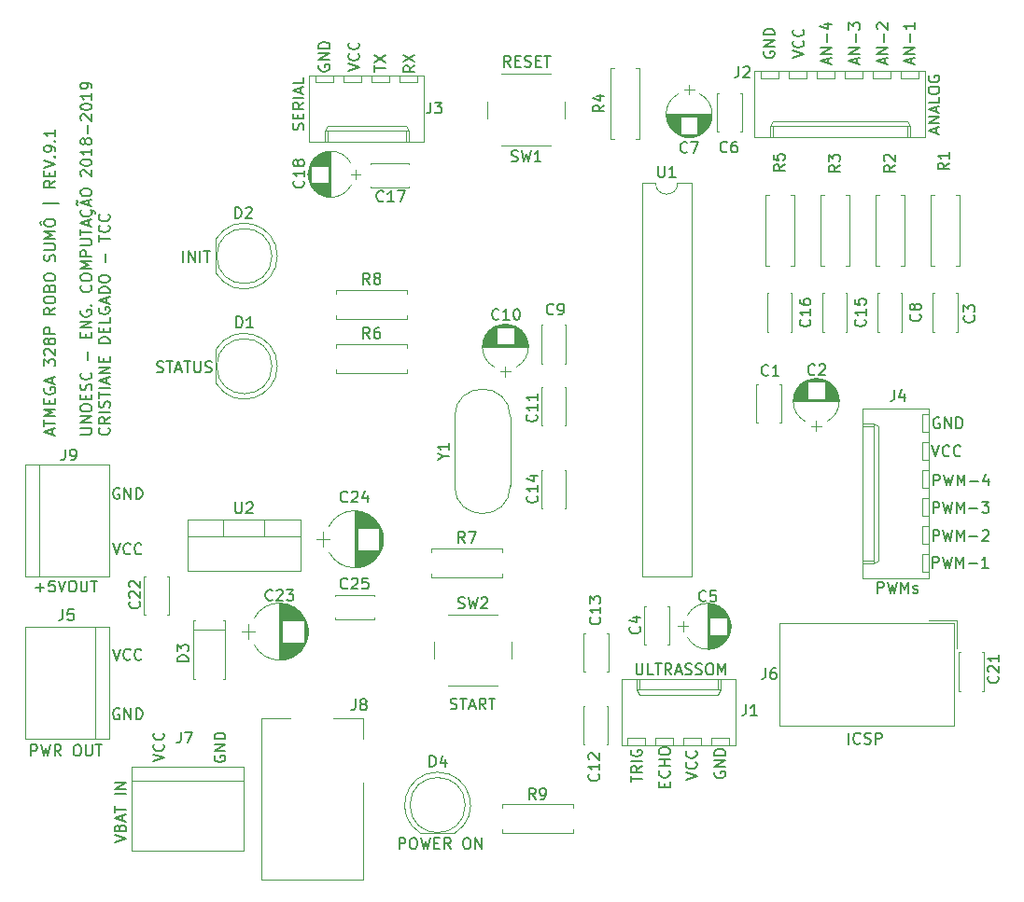
<source format=gbr>
G04 #@! TF.GenerationSoftware,KiCad,Pcbnew,(5.0.0)*
G04 #@! TF.CreationDate,2019-06-02T19:33:40-03:00*
G04 #@! TF.ProjectId,arduino-unoesc,61726475696E6F2D756E6F6573632E6B,0*
G04 #@! TF.SameCoordinates,Original*
G04 #@! TF.FileFunction,Legend,Top*
G04 #@! TF.FilePolarity,Positive*
%FSLAX46Y46*%
G04 Gerber Fmt 4.6, Leading zero omitted, Abs format (unit mm)*
G04 Created by KiCad (PCBNEW (5.0.0)) date 06/02/19 19:33:40*
%MOMM*%
%LPD*%
G01*
G04 APERTURE LIST*
%ADD10C,0.150000*%
%ADD11C,0.120000*%
G04 APERTURE END LIST*
D10*
X88666666Y-106386380D02*
X89000000Y-107386380D01*
X89333333Y-106386380D01*
X90238095Y-107291142D02*
X90190476Y-107338761D01*
X90047619Y-107386380D01*
X89952380Y-107386380D01*
X89809523Y-107338761D01*
X89714285Y-107243523D01*
X89666666Y-107148285D01*
X89619047Y-106957809D01*
X89619047Y-106814952D01*
X89666666Y-106624476D01*
X89714285Y-106529238D01*
X89809523Y-106434000D01*
X89952380Y-106386380D01*
X90047619Y-106386380D01*
X90190476Y-106434000D01*
X90238095Y-106481619D01*
X91238095Y-107291142D02*
X91190476Y-107338761D01*
X91047619Y-107386380D01*
X90952380Y-107386380D01*
X90809523Y-107338761D01*
X90714285Y-107243523D01*
X90666666Y-107148285D01*
X90619047Y-106957809D01*
X90619047Y-106814952D01*
X90666666Y-106624476D01*
X90714285Y-106529238D01*
X90809523Y-106434000D01*
X90952380Y-106386380D01*
X91047619Y-106386380D01*
X91190476Y-106434000D01*
X91238095Y-106481619D01*
X89238095Y-101404800D02*
X89142857Y-101357180D01*
X89000000Y-101357180D01*
X88857142Y-101404800D01*
X88761904Y-101500038D01*
X88714285Y-101595276D01*
X88666666Y-101785752D01*
X88666666Y-101928609D01*
X88714285Y-102119085D01*
X88761904Y-102214323D01*
X88857142Y-102309561D01*
X89000000Y-102357180D01*
X89095238Y-102357180D01*
X89238095Y-102309561D01*
X89285714Y-102261942D01*
X89285714Y-101928609D01*
X89095238Y-101928609D01*
X89714285Y-102357180D02*
X89714285Y-101357180D01*
X90285714Y-102357180D01*
X90285714Y-101357180D01*
X90761904Y-102357180D02*
X90761904Y-101357180D01*
X91000000Y-101357180D01*
X91142857Y-101404800D01*
X91238095Y-101500038D01*
X91285714Y-101595276D01*
X91333333Y-101785752D01*
X91333333Y-101928609D01*
X91285714Y-102119085D01*
X91238095Y-102214323D01*
X91142857Y-102309561D01*
X91000000Y-102357180D01*
X90761904Y-102357180D01*
X81664514Y-110409028D02*
X82426419Y-110409028D01*
X82045466Y-110789980D02*
X82045466Y-110028076D01*
X83378800Y-109789980D02*
X82902609Y-109789980D01*
X82854990Y-110266171D01*
X82902609Y-110218552D01*
X82997847Y-110170933D01*
X83235942Y-110170933D01*
X83331180Y-110218552D01*
X83378800Y-110266171D01*
X83426419Y-110361409D01*
X83426419Y-110599504D01*
X83378800Y-110694742D01*
X83331180Y-110742361D01*
X83235942Y-110789980D01*
X82997847Y-110789980D01*
X82902609Y-110742361D01*
X82854990Y-110694742D01*
X83712133Y-109789980D02*
X84045466Y-110789980D01*
X84378800Y-109789980D01*
X84902609Y-109789980D02*
X85093085Y-109789980D01*
X85188323Y-109837600D01*
X85283561Y-109932838D01*
X85331180Y-110123314D01*
X85331180Y-110456647D01*
X85283561Y-110647123D01*
X85188323Y-110742361D01*
X85093085Y-110789980D01*
X84902609Y-110789980D01*
X84807371Y-110742361D01*
X84712133Y-110647123D01*
X84664514Y-110456647D01*
X84664514Y-110123314D01*
X84712133Y-109932838D01*
X84807371Y-109837600D01*
X84902609Y-109789980D01*
X85759752Y-109789980D02*
X85759752Y-110599504D01*
X85807371Y-110694742D01*
X85854990Y-110742361D01*
X85950228Y-110789980D01*
X86140704Y-110789980D01*
X86235942Y-110742361D01*
X86283561Y-110694742D01*
X86331180Y-110599504D01*
X86331180Y-109789980D01*
X86664514Y-109789980D02*
X87235942Y-109789980D01*
X86950228Y-110789980D02*
X86950228Y-109789980D01*
X83137266Y-96536823D02*
X83137266Y-96060633D01*
X83422980Y-96632061D02*
X82422980Y-96298728D01*
X83422980Y-95965395D01*
X82422980Y-95774919D02*
X82422980Y-95203490D01*
X83422980Y-95489204D02*
X82422980Y-95489204D01*
X83422980Y-94870157D02*
X82422980Y-94870157D01*
X83137266Y-94536823D01*
X82422980Y-94203490D01*
X83422980Y-94203490D01*
X82899171Y-93727300D02*
X82899171Y-93393966D01*
X83422980Y-93251109D02*
X83422980Y-93727300D01*
X82422980Y-93727300D01*
X82422980Y-93251109D01*
X82470600Y-92298728D02*
X82422980Y-92393966D01*
X82422980Y-92536823D01*
X82470600Y-92679680D01*
X82565838Y-92774919D01*
X82661076Y-92822538D01*
X82851552Y-92870157D01*
X82994409Y-92870157D01*
X83184885Y-92822538D01*
X83280123Y-92774919D01*
X83375361Y-92679680D01*
X83422980Y-92536823D01*
X83422980Y-92441585D01*
X83375361Y-92298728D01*
X83327742Y-92251109D01*
X82994409Y-92251109D01*
X82994409Y-92441585D01*
X83137266Y-91870157D02*
X83137266Y-91393966D01*
X83422980Y-91965395D02*
X82422980Y-91632061D01*
X83422980Y-91298728D01*
X82422980Y-90298728D02*
X82422980Y-89679680D01*
X82803933Y-90013014D01*
X82803933Y-89870157D01*
X82851552Y-89774919D01*
X82899171Y-89727300D01*
X82994409Y-89679680D01*
X83232504Y-89679680D01*
X83327742Y-89727300D01*
X83375361Y-89774919D01*
X83422980Y-89870157D01*
X83422980Y-90155871D01*
X83375361Y-90251109D01*
X83327742Y-90298728D01*
X82518219Y-89298728D02*
X82470600Y-89251109D01*
X82422980Y-89155871D01*
X82422980Y-88917776D01*
X82470600Y-88822538D01*
X82518219Y-88774919D01*
X82613457Y-88727300D01*
X82708695Y-88727300D01*
X82851552Y-88774919D01*
X83422980Y-89346347D01*
X83422980Y-88727300D01*
X82851552Y-88155871D02*
X82803933Y-88251109D01*
X82756314Y-88298728D01*
X82661076Y-88346347D01*
X82613457Y-88346347D01*
X82518219Y-88298728D01*
X82470600Y-88251109D01*
X82422980Y-88155871D01*
X82422980Y-87965395D01*
X82470600Y-87870157D01*
X82518219Y-87822538D01*
X82613457Y-87774919D01*
X82661076Y-87774919D01*
X82756314Y-87822538D01*
X82803933Y-87870157D01*
X82851552Y-87965395D01*
X82851552Y-88155871D01*
X82899171Y-88251109D01*
X82946790Y-88298728D01*
X83042028Y-88346347D01*
X83232504Y-88346347D01*
X83327742Y-88298728D01*
X83375361Y-88251109D01*
X83422980Y-88155871D01*
X83422980Y-87965395D01*
X83375361Y-87870157D01*
X83327742Y-87822538D01*
X83232504Y-87774919D01*
X83042028Y-87774919D01*
X82946790Y-87822538D01*
X82899171Y-87870157D01*
X82851552Y-87965395D01*
X83422980Y-87346347D02*
X82422980Y-87346347D01*
X82422980Y-86965395D01*
X82470600Y-86870157D01*
X82518219Y-86822538D01*
X82613457Y-86774919D01*
X82756314Y-86774919D01*
X82851552Y-86822538D01*
X82899171Y-86870157D01*
X82946790Y-86965395D01*
X82946790Y-87346347D01*
X83422980Y-85013014D02*
X82946790Y-85346347D01*
X83422980Y-85584442D02*
X82422980Y-85584442D01*
X82422980Y-85203490D01*
X82470600Y-85108252D01*
X82518219Y-85060633D01*
X82613457Y-85013014D01*
X82756314Y-85013014D01*
X82851552Y-85060633D01*
X82899171Y-85108252D01*
X82946790Y-85203490D01*
X82946790Y-85584442D01*
X82422980Y-84393966D02*
X82422980Y-84203490D01*
X82470600Y-84108252D01*
X82565838Y-84013014D01*
X82756314Y-83965395D01*
X83089647Y-83965395D01*
X83280123Y-84013014D01*
X83375361Y-84108252D01*
X83422980Y-84203490D01*
X83422980Y-84393966D01*
X83375361Y-84489204D01*
X83280123Y-84584442D01*
X83089647Y-84632061D01*
X82756314Y-84632061D01*
X82565838Y-84584442D01*
X82470600Y-84489204D01*
X82422980Y-84393966D01*
X82899171Y-83203490D02*
X82946790Y-83060633D01*
X82994409Y-83013014D01*
X83089647Y-82965395D01*
X83232504Y-82965395D01*
X83327742Y-83013014D01*
X83375361Y-83060633D01*
X83422980Y-83155871D01*
X83422980Y-83536823D01*
X82422980Y-83536823D01*
X82422980Y-83203490D01*
X82470600Y-83108252D01*
X82518219Y-83060633D01*
X82613457Y-83013014D01*
X82708695Y-83013014D01*
X82803933Y-83060633D01*
X82851552Y-83108252D01*
X82899171Y-83203490D01*
X82899171Y-83536823D01*
X82422980Y-82346347D02*
X82422980Y-82155871D01*
X82470600Y-82060633D01*
X82565838Y-81965395D01*
X82756314Y-81917776D01*
X83089647Y-81917776D01*
X83280123Y-81965395D01*
X83375361Y-82060633D01*
X83422980Y-82155871D01*
X83422980Y-82346347D01*
X83375361Y-82441585D01*
X83280123Y-82536823D01*
X83089647Y-82584442D01*
X82756314Y-82584442D01*
X82565838Y-82536823D01*
X82470600Y-82441585D01*
X82422980Y-82346347D01*
X83375361Y-80774919D02*
X83422980Y-80632061D01*
X83422980Y-80393966D01*
X83375361Y-80298728D01*
X83327742Y-80251109D01*
X83232504Y-80203490D01*
X83137266Y-80203490D01*
X83042028Y-80251109D01*
X82994409Y-80298728D01*
X82946790Y-80393966D01*
X82899171Y-80584442D01*
X82851552Y-80679680D01*
X82803933Y-80727300D01*
X82708695Y-80774919D01*
X82613457Y-80774919D01*
X82518219Y-80727300D01*
X82470600Y-80679680D01*
X82422980Y-80584442D01*
X82422980Y-80346347D01*
X82470600Y-80203490D01*
X82422980Y-79774919D02*
X83232504Y-79774919D01*
X83327742Y-79727300D01*
X83375361Y-79679680D01*
X83422980Y-79584442D01*
X83422980Y-79393966D01*
X83375361Y-79298728D01*
X83327742Y-79251109D01*
X83232504Y-79203490D01*
X82422980Y-79203490D01*
X83422980Y-78727300D02*
X82422980Y-78727300D01*
X83137266Y-78393966D01*
X82422980Y-78060633D01*
X83422980Y-78060633D01*
X82422980Y-77393966D02*
X82422980Y-77203490D01*
X82470600Y-77108252D01*
X82565838Y-77013014D01*
X82756314Y-76965395D01*
X83089647Y-76965395D01*
X83280123Y-77013014D01*
X83375361Y-77108252D01*
X83422980Y-77203490D01*
X83422980Y-77393966D01*
X83375361Y-77489204D01*
X83280123Y-77584442D01*
X83089647Y-77632061D01*
X82756314Y-77632061D01*
X82565838Y-77584442D01*
X82470600Y-77489204D01*
X82422980Y-77393966D01*
X82184885Y-77489204D02*
X82042028Y-77298728D01*
X82184885Y-77108252D01*
X83756314Y-75536823D02*
X82327742Y-75536823D01*
X83422980Y-73489204D02*
X82946790Y-73822538D01*
X83422980Y-74060633D02*
X82422980Y-74060633D01*
X82422980Y-73679680D01*
X82470600Y-73584442D01*
X82518219Y-73536823D01*
X82613457Y-73489204D01*
X82756314Y-73489204D01*
X82851552Y-73536823D01*
X82899171Y-73584442D01*
X82946790Y-73679680D01*
X82946790Y-74060633D01*
X82899171Y-73060633D02*
X82899171Y-72727300D01*
X83422980Y-72584442D02*
X83422980Y-73060633D01*
X82422980Y-73060633D01*
X82422980Y-72584442D01*
X82422980Y-72298728D02*
X83422980Y-71965395D01*
X82422980Y-71632061D01*
X83327742Y-71298728D02*
X83375361Y-71251109D01*
X83422980Y-71298728D01*
X83375361Y-71346347D01*
X83327742Y-71298728D01*
X83422980Y-71298728D01*
X83422980Y-70774919D02*
X83422980Y-70584442D01*
X83375361Y-70489204D01*
X83327742Y-70441585D01*
X83184885Y-70346347D01*
X82994409Y-70298728D01*
X82613457Y-70298728D01*
X82518219Y-70346347D01*
X82470600Y-70393966D01*
X82422980Y-70489204D01*
X82422980Y-70679680D01*
X82470600Y-70774919D01*
X82518219Y-70822538D01*
X82613457Y-70870157D01*
X82851552Y-70870157D01*
X82946790Y-70822538D01*
X82994409Y-70774919D01*
X83042028Y-70679680D01*
X83042028Y-70489204D01*
X82994409Y-70393966D01*
X82946790Y-70346347D01*
X82851552Y-70298728D01*
X83327742Y-69870157D02*
X83375361Y-69822538D01*
X83422980Y-69870157D01*
X83375361Y-69917776D01*
X83327742Y-69870157D01*
X83422980Y-69870157D01*
X83422980Y-68870157D02*
X83422980Y-69441585D01*
X83422980Y-69155871D02*
X82422980Y-69155871D01*
X82565838Y-69251109D01*
X82661076Y-69346347D01*
X82708695Y-69441585D01*
X85722980Y-96489204D02*
X86532504Y-96489204D01*
X86627742Y-96441585D01*
X86675361Y-96393966D01*
X86722980Y-96298728D01*
X86722980Y-96108252D01*
X86675361Y-96013014D01*
X86627742Y-95965395D01*
X86532504Y-95917776D01*
X85722980Y-95917776D01*
X86722980Y-95441585D02*
X85722980Y-95441585D01*
X86722980Y-94870157D01*
X85722980Y-94870157D01*
X85722980Y-94203490D02*
X85722980Y-94013014D01*
X85770600Y-93917776D01*
X85865838Y-93822538D01*
X86056314Y-93774919D01*
X86389647Y-93774919D01*
X86580123Y-93822538D01*
X86675361Y-93917776D01*
X86722980Y-94013014D01*
X86722980Y-94203490D01*
X86675361Y-94298728D01*
X86580123Y-94393966D01*
X86389647Y-94441585D01*
X86056314Y-94441585D01*
X85865838Y-94393966D01*
X85770600Y-94298728D01*
X85722980Y-94203490D01*
X86199171Y-93346347D02*
X86199171Y-93013014D01*
X86722980Y-92870157D02*
X86722980Y-93346347D01*
X85722980Y-93346347D01*
X85722980Y-92870157D01*
X86675361Y-92489204D02*
X86722980Y-92346347D01*
X86722980Y-92108252D01*
X86675361Y-92013014D01*
X86627742Y-91965395D01*
X86532504Y-91917776D01*
X86437266Y-91917776D01*
X86342028Y-91965395D01*
X86294409Y-92013014D01*
X86246790Y-92108252D01*
X86199171Y-92298728D01*
X86151552Y-92393966D01*
X86103933Y-92441585D01*
X86008695Y-92489204D01*
X85913457Y-92489204D01*
X85818219Y-92441585D01*
X85770600Y-92393966D01*
X85722980Y-92298728D01*
X85722980Y-92060633D01*
X85770600Y-91917776D01*
X86627742Y-90917776D02*
X86675361Y-90965395D01*
X86722980Y-91108252D01*
X86722980Y-91203490D01*
X86675361Y-91346347D01*
X86580123Y-91441585D01*
X86484885Y-91489204D01*
X86294409Y-91536823D01*
X86151552Y-91536823D01*
X85961076Y-91489204D01*
X85865838Y-91441585D01*
X85770600Y-91346347D01*
X85722980Y-91203490D01*
X85722980Y-91108252D01*
X85770600Y-90965395D01*
X85818219Y-90917776D01*
X86342028Y-89727300D02*
X86342028Y-88965395D01*
X86199171Y-87727300D02*
X86199171Y-87393966D01*
X86722980Y-87251109D02*
X86722980Y-87727300D01*
X85722980Y-87727300D01*
X85722980Y-87251109D01*
X86722980Y-86822538D02*
X85722980Y-86822538D01*
X86722980Y-86251109D01*
X85722980Y-86251109D01*
X85770600Y-85251109D02*
X85722980Y-85346347D01*
X85722980Y-85489204D01*
X85770600Y-85632061D01*
X85865838Y-85727300D01*
X85961076Y-85774919D01*
X86151552Y-85822538D01*
X86294409Y-85822538D01*
X86484885Y-85774919D01*
X86580123Y-85727300D01*
X86675361Y-85632061D01*
X86722980Y-85489204D01*
X86722980Y-85393966D01*
X86675361Y-85251109D01*
X86627742Y-85203490D01*
X86294409Y-85203490D01*
X86294409Y-85393966D01*
X86627742Y-84774919D02*
X86675361Y-84727300D01*
X86722980Y-84774919D01*
X86675361Y-84822538D01*
X86627742Y-84774919D01*
X86722980Y-84774919D01*
X86627742Y-82965395D02*
X86675361Y-83013014D01*
X86722980Y-83155871D01*
X86722980Y-83251109D01*
X86675361Y-83393966D01*
X86580123Y-83489204D01*
X86484885Y-83536823D01*
X86294409Y-83584442D01*
X86151552Y-83584442D01*
X85961076Y-83536823D01*
X85865838Y-83489204D01*
X85770600Y-83393966D01*
X85722980Y-83251109D01*
X85722980Y-83155871D01*
X85770600Y-83013014D01*
X85818219Y-82965395D01*
X85722980Y-82346347D02*
X85722980Y-82155871D01*
X85770600Y-82060633D01*
X85865838Y-81965395D01*
X86056314Y-81917776D01*
X86389647Y-81917776D01*
X86580123Y-81965395D01*
X86675361Y-82060633D01*
X86722980Y-82155871D01*
X86722980Y-82346347D01*
X86675361Y-82441585D01*
X86580123Y-82536823D01*
X86389647Y-82584442D01*
X86056314Y-82584442D01*
X85865838Y-82536823D01*
X85770600Y-82441585D01*
X85722980Y-82346347D01*
X86722980Y-81489204D02*
X85722980Y-81489204D01*
X86437266Y-81155871D01*
X85722980Y-80822538D01*
X86722980Y-80822538D01*
X86722980Y-80346347D02*
X85722980Y-80346347D01*
X85722980Y-79965395D01*
X85770600Y-79870157D01*
X85818219Y-79822538D01*
X85913457Y-79774919D01*
X86056314Y-79774919D01*
X86151552Y-79822538D01*
X86199171Y-79870157D01*
X86246790Y-79965395D01*
X86246790Y-80346347D01*
X85722980Y-79346347D02*
X86532504Y-79346347D01*
X86627742Y-79298728D01*
X86675361Y-79251109D01*
X86722980Y-79155871D01*
X86722980Y-78965395D01*
X86675361Y-78870157D01*
X86627742Y-78822538D01*
X86532504Y-78774919D01*
X85722980Y-78774919D01*
X85722980Y-78441585D02*
X85722980Y-77870157D01*
X86722980Y-78155871D02*
X85722980Y-78155871D01*
X86437266Y-77584442D02*
X86437266Y-77108252D01*
X86722980Y-77679680D02*
X85722980Y-77346347D01*
X86722980Y-77013014D01*
X86627742Y-76108252D02*
X86675361Y-76155871D01*
X86722980Y-76298728D01*
X86722980Y-76393966D01*
X86675361Y-76536823D01*
X86580123Y-76632061D01*
X86484885Y-76679680D01*
X86294409Y-76727300D01*
X86151552Y-76727300D01*
X85961076Y-76679680D01*
X85865838Y-76632061D01*
X85770600Y-76536823D01*
X85722980Y-76393966D01*
X85722980Y-76298728D01*
X85770600Y-76155871D01*
X85818219Y-76108252D01*
X86770600Y-76346347D02*
X86818219Y-76251109D01*
X86913457Y-76203490D01*
X87008695Y-76251109D01*
X87056314Y-76346347D01*
X87056314Y-76489204D01*
X86437266Y-75727300D02*
X86437266Y-75251109D01*
X86722980Y-75822538D02*
X85722980Y-75489204D01*
X86722980Y-75155871D01*
X85484885Y-75727300D02*
X85437266Y-75679680D01*
X85389647Y-75584442D01*
X85484885Y-75393966D01*
X85437266Y-75298728D01*
X85389647Y-75251109D01*
X85722980Y-74632061D02*
X85722980Y-74441585D01*
X85770600Y-74346347D01*
X85865838Y-74251109D01*
X86056314Y-74203490D01*
X86389647Y-74203490D01*
X86580123Y-74251109D01*
X86675361Y-74346347D01*
X86722980Y-74441585D01*
X86722980Y-74632061D01*
X86675361Y-74727300D01*
X86580123Y-74822538D01*
X86389647Y-74870157D01*
X86056314Y-74870157D01*
X85865838Y-74822538D01*
X85770600Y-74727300D01*
X85722980Y-74632061D01*
X85818219Y-73060633D02*
X85770600Y-73013014D01*
X85722980Y-72917776D01*
X85722980Y-72679680D01*
X85770600Y-72584442D01*
X85818219Y-72536823D01*
X85913457Y-72489204D01*
X86008695Y-72489204D01*
X86151552Y-72536823D01*
X86722980Y-73108252D01*
X86722980Y-72489204D01*
X85722980Y-71870157D02*
X85722980Y-71774919D01*
X85770600Y-71679680D01*
X85818219Y-71632061D01*
X85913457Y-71584442D01*
X86103933Y-71536823D01*
X86342028Y-71536823D01*
X86532504Y-71584442D01*
X86627742Y-71632061D01*
X86675361Y-71679680D01*
X86722980Y-71774919D01*
X86722980Y-71870157D01*
X86675361Y-71965395D01*
X86627742Y-72013014D01*
X86532504Y-72060633D01*
X86342028Y-72108252D01*
X86103933Y-72108252D01*
X85913457Y-72060633D01*
X85818219Y-72013014D01*
X85770600Y-71965395D01*
X85722980Y-71870157D01*
X86722980Y-70584442D02*
X86722980Y-71155871D01*
X86722980Y-70870157D02*
X85722980Y-70870157D01*
X85865838Y-70965395D01*
X85961076Y-71060633D01*
X86008695Y-71155871D01*
X86151552Y-70013014D02*
X86103933Y-70108252D01*
X86056314Y-70155871D01*
X85961076Y-70203490D01*
X85913457Y-70203490D01*
X85818219Y-70155871D01*
X85770600Y-70108252D01*
X85722980Y-70013014D01*
X85722980Y-69822538D01*
X85770600Y-69727300D01*
X85818219Y-69679680D01*
X85913457Y-69632061D01*
X85961076Y-69632061D01*
X86056314Y-69679680D01*
X86103933Y-69727300D01*
X86151552Y-69822538D01*
X86151552Y-70013014D01*
X86199171Y-70108252D01*
X86246790Y-70155871D01*
X86342028Y-70203490D01*
X86532504Y-70203490D01*
X86627742Y-70155871D01*
X86675361Y-70108252D01*
X86722980Y-70013014D01*
X86722980Y-69822538D01*
X86675361Y-69727300D01*
X86627742Y-69679680D01*
X86532504Y-69632061D01*
X86342028Y-69632061D01*
X86246790Y-69679680D01*
X86199171Y-69727300D01*
X86151552Y-69822538D01*
X86342028Y-69203490D02*
X86342028Y-68441585D01*
X85818219Y-68013014D02*
X85770600Y-67965395D01*
X85722980Y-67870157D01*
X85722980Y-67632061D01*
X85770600Y-67536823D01*
X85818219Y-67489204D01*
X85913457Y-67441585D01*
X86008695Y-67441585D01*
X86151552Y-67489204D01*
X86722980Y-68060633D01*
X86722980Y-67441585D01*
X85722980Y-66822538D02*
X85722980Y-66727300D01*
X85770600Y-66632061D01*
X85818219Y-66584442D01*
X85913457Y-66536823D01*
X86103933Y-66489204D01*
X86342028Y-66489204D01*
X86532504Y-66536823D01*
X86627742Y-66584442D01*
X86675361Y-66632061D01*
X86722980Y-66727300D01*
X86722980Y-66822538D01*
X86675361Y-66917776D01*
X86627742Y-66965395D01*
X86532504Y-67013014D01*
X86342028Y-67060633D01*
X86103933Y-67060633D01*
X85913457Y-67013014D01*
X85818219Y-66965395D01*
X85770600Y-66917776D01*
X85722980Y-66822538D01*
X86722980Y-65536823D02*
X86722980Y-66108252D01*
X86722980Y-65822538D02*
X85722980Y-65822538D01*
X85865838Y-65917776D01*
X85961076Y-66013014D01*
X86008695Y-66108252D01*
X86722980Y-65060633D02*
X86722980Y-64870157D01*
X86675361Y-64774919D01*
X86627742Y-64727300D01*
X86484885Y-64632061D01*
X86294409Y-64584442D01*
X85913457Y-64584442D01*
X85818219Y-64632061D01*
X85770600Y-64679680D01*
X85722980Y-64774919D01*
X85722980Y-64965395D01*
X85770600Y-65060633D01*
X85818219Y-65108252D01*
X85913457Y-65155871D01*
X86151552Y-65155871D01*
X86246790Y-65108252D01*
X86294409Y-65060633D01*
X86342028Y-64965395D01*
X86342028Y-64774919D01*
X86294409Y-64679680D01*
X86246790Y-64632061D01*
X86151552Y-64584442D01*
X88277742Y-95917776D02*
X88325361Y-95965395D01*
X88372980Y-96108252D01*
X88372980Y-96203490D01*
X88325361Y-96346347D01*
X88230123Y-96441585D01*
X88134885Y-96489204D01*
X87944409Y-96536823D01*
X87801552Y-96536823D01*
X87611076Y-96489204D01*
X87515838Y-96441585D01*
X87420600Y-96346347D01*
X87372980Y-96203490D01*
X87372980Y-96108252D01*
X87420600Y-95965395D01*
X87468219Y-95917776D01*
X88372980Y-94917776D02*
X87896790Y-95251109D01*
X88372980Y-95489204D02*
X87372980Y-95489204D01*
X87372980Y-95108252D01*
X87420600Y-95013014D01*
X87468219Y-94965395D01*
X87563457Y-94917776D01*
X87706314Y-94917776D01*
X87801552Y-94965395D01*
X87849171Y-95013014D01*
X87896790Y-95108252D01*
X87896790Y-95489204D01*
X88372980Y-94489204D02*
X87372980Y-94489204D01*
X88325361Y-94060633D02*
X88372980Y-93917776D01*
X88372980Y-93679680D01*
X88325361Y-93584442D01*
X88277742Y-93536823D01*
X88182504Y-93489204D01*
X88087266Y-93489204D01*
X87992028Y-93536823D01*
X87944409Y-93584442D01*
X87896790Y-93679680D01*
X87849171Y-93870157D01*
X87801552Y-93965395D01*
X87753933Y-94013014D01*
X87658695Y-94060633D01*
X87563457Y-94060633D01*
X87468219Y-94013014D01*
X87420600Y-93965395D01*
X87372980Y-93870157D01*
X87372980Y-93632061D01*
X87420600Y-93489204D01*
X87372980Y-93203490D02*
X87372980Y-92632061D01*
X88372980Y-92917776D02*
X87372980Y-92917776D01*
X88372980Y-92298728D02*
X87372980Y-92298728D01*
X88087266Y-91870157D02*
X88087266Y-91393966D01*
X88372980Y-91965395D02*
X87372980Y-91632061D01*
X88372980Y-91298728D01*
X88372980Y-90965395D02*
X87372980Y-90965395D01*
X88372980Y-90393966D01*
X87372980Y-90393966D01*
X87849171Y-89917776D02*
X87849171Y-89584442D01*
X88372980Y-89441585D02*
X88372980Y-89917776D01*
X87372980Y-89917776D01*
X87372980Y-89441585D01*
X88372980Y-88251109D02*
X87372980Y-88251109D01*
X87372980Y-88013014D01*
X87420600Y-87870157D01*
X87515838Y-87774919D01*
X87611076Y-87727300D01*
X87801552Y-87679680D01*
X87944409Y-87679680D01*
X88134885Y-87727300D01*
X88230123Y-87774919D01*
X88325361Y-87870157D01*
X88372980Y-88013014D01*
X88372980Y-88251109D01*
X87849171Y-87251109D02*
X87849171Y-86917776D01*
X88372980Y-86774919D02*
X88372980Y-87251109D01*
X87372980Y-87251109D01*
X87372980Y-86774919D01*
X88372980Y-85870157D02*
X88372980Y-86346347D01*
X87372980Y-86346347D01*
X87420600Y-85013014D02*
X87372980Y-85108252D01*
X87372980Y-85251109D01*
X87420600Y-85393966D01*
X87515838Y-85489204D01*
X87611076Y-85536823D01*
X87801552Y-85584442D01*
X87944409Y-85584442D01*
X88134885Y-85536823D01*
X88230123Y-85489204D01*
X88325361Y-85393966D01*
X88372980Y-85251109D01*
X88372980Y-85155871D01*
X88325361Y-85013014D01*
X88277742Y-84965395D01*
X87944409Y-84965395D01*
X87944409Y-85155871D01*
X88087266Y-84584442D02*
X88087266Y-84108252D01*
X88372980Y-84679680D02*
X87372980Y-84346347D01*
X88372980Y-84013014D01*
X88372980Y-83679680D02*
X87372980Y-83679680D01*
X87372980Y-83441585D01*
X87420600Y-83298728D01*
X87515838Y-83203490D01*
X87611076Y-83155871D01*
X87801552Y-83108252D01*
X87944409Y-83108252D01*
X88134885Y-83155871D01*
X88230123Y-83203490D01*
X88325361Y-83298728D01*
X88372980Y-83441585D01*
X88372980Y-83679680D01*
X87372980Y-82489204D02*
X87372980Y-82298728D01*
X87420600Y-82203490D01*
X87515838Y-82108252D01*
X87706314Y-82060633D01*
X88039647Y-82060633D01*
X88230123Y-82108252D01*
X88325361Y-82203490D01*
X88372980Y-82298728D01*
X88372980Y-82489204D01*
X88325361Y-82584442D01*
X88230123Y-82679680D01*
X88039647Y-82727300D01*
X87706314Y-82727300D01*
X87515838Y-82679680D01*
X87420600Y-82584442D01*
X87372980Y-82489204D01*
X87992028Y-80870157D02*
X87992028Y-80108252D01*
X87372980Y-79013014D02*
X87372980Y-78441585D01*
X88372980Y-78727300D02*
X87372980Y-78727300D01*
X88277742Y-77536823D02*
X88325361Y-77584442D01*
X88372980Y-77727300D01*
X88372980Y-77822538D01*
X88325361Y-77965395D01*
X88230123Y-78060633D01*
X88134885Y-78108252D01*
X87944409Y-78155871D01*
X87801552Y-78155871D01*
X87611076Y-78108252D01*
X87515838Y-78060633D01*
X87420600Y-77965395D01*
X87372980Y-77822538D01*
X87372980Y-77727300D01*
X87420600Y-77584442D01*
X87468219Y-77536823D01*
X88277742Y-76536823D02*
X88325361Y-76584442D01*
X88372980Y-76727300D01*
X88372980Y-76822538D01*
X88325361Y-76965395D01*
X88230123Y-77060633D01*
X88134885Y-77108252D01*
X87944409Y-77155871D01*
X87801552Y-77155871D01*
X87611076Y-77108252D01*
X87515838Y-77060633D01*
X87420600Y-76965395D01*
X87372980Y-76822538D01*
X87372980Y-76727300D01*
X87420600Y-76584442D01*
X87468219Y-76536823D01*
X114625904Y-134132580D02*
X114625904Y-133132580D01*
X115006857Y-133132580D01*
X115102095Y-133180200D01*
X115149714Y-133227819D01*
X115197333Y-133323057D01*
X115197333Y-133465914D01*
X115149714Y-133561152D01*
X115102095Y-133608771D01*
X115006857Y-133656390D01*
X114625904Y-133656390D01*
X115816380Y-133132580D02*
X116006857Y-133132580D01*
X116102095Y-133180200D01*
X116197333Y-133275438D01*
X116244952Y-133465914D01*
X116244952Y-133799247D01*
X116197333Y-133989723D01*
X116102095Y-134084961D01*
X116006857Y-134132580D01*
X115816380Y-134132580D01*
X115721142Y-134084961D01*
X115625904Y-133989723D01*
X115578285Y-133799247D01*
X115578285Y-133465914D01*
X115625904Y-133275438D01*
X115721142Y-133180200D01*
X115816380Y-133132580D01*
X116578285Y-133132580D02*
X116816380Y-134132580D01*
X117006857Y-133418295D01*
X117197333Y-134132580D01*
X117435428Y-133132580D01*
X117816380Y-133608771D02*
X118149714Y-133608771D01*
X118292571Y-134132580D02*
X117816380Y-134132580D01*
X117816380Y-133132580D01*
X118292571Y-133132580D01*
X119292571Y-134132580D02*
X118959238Y-133656390D01*
X118721142Y-134132580D02*
X118721142Y-133132580D01*
X119102095Y-133132580D01*
X119197333Y-133180200D01*
X119244952Y-133227819D01*
X119292571Y-133323057D01*
X119292571Y-133465914D01*
X119244952Y-133561152D01*
X119197333Y-133608771D01*
X119102095Y-133656390D01*
X118721142Y-133656390D01*
X120673523Y-133132580D02*
X120864000Y-133132580D01*
X120959238Y-133180200D01*
X121054476Y-133275438D01*
X121102095Y-133465914D01*
X121102095Y-133799247D01*
X121054476Y-133989723D01*
X120959238Y-134084961D01*
X120864000Y-134132580D01*
X120673523Y-134132580D01*
X120578285Y-134084961D01*
X120483047Y-133989723D01*
X120435428Y-133799247D01*
X120435428Y-133465914D01*
X120483047Y-133275438D01*
X120578285Y-133180200D01*
X120673523Y-133132580D01*
X121530666Y-134132580D02*
X121530666Y-133132580D01*
X122102095Y-134132580D01*
X122102095Y-133132580D01*
X88666666Y-115987580D02*
X89000000Y-116987580D01*
X89333333Y-115987580D01*
X90238095Y-116892342D02*
X90190476Y-116939961D01*
X90047619Y-116987580D01*
X89952380Y-116987580D01*
X89809523Y-116939961D01*
X89714285Y-116844723D01*
X89666666Y-116749485D01*
X89619047Y-116559009D01*
X89619047Y-116416152D01*
X89666666Y-116225676D01*
X89714285Y-116130438D01*
X89809523Y-116035200D01*
X89952380Y-115987580D01*
X90047619Y-115987580D01*
X90190476Y-116035200D01*
X90238095Y-116082819D01*
X91238095Y-116892342D02*
X91190476Y-116939961D01*
X91047619Y-116987580D01*
X90952380Y-116987580D01*
X90809523Y-116939961D01*
X90714285Y-116844723D01*
X90666666Y-116749485D01*
X90619047Y-116559009D01*
X90619047Y-116416152D01*
X90666666Y-116225676D01*
X90714285Y-116130438D01*
X90809523Y-116035200D01*
X90952380Y-115987580D01*
X91047619Y-115987580D01*
X91190476Y-116035200D01*
X91238095Y-116082819D01*
X92314780Y-126199733D02*
X93314780Y-125866400D01*
X92314780Y-125533066D01*
X93219542Y-124628304D02*
X93267161Y-124675923D01*
X93314780Y-124818780D01*
X93314780Y-124914019D01*
X93267161Y-125056876D01*
X93171923Y-125152114D01*
X93076685Y-125199733D01*
X92886209Y-125247352D01*
X92743352Y-125247352D01*
X92552876Y-125199733D01*
X92457638Y-125152114D01*
X92362400Y-125056876D01*
X92314780Y-124914019D01*
X92314780Y-124818780D01*
X92362400Y-124675923D01*
X92410019Y-124628304D01*
X93219542Y-123628304D02*
X93267161Y-123675923D01*
X93314780Y-123818780D01*
X93314780Y-123914019D01*
X93267161Y-124056876D01*
X93171923Y-124152114D01*
X93076685Y-124199733D01*
X92886209Y-124247352D01*
X92743352Y-124247352D01*
X92552876Y-124199733D01*
X92457638Y-124152114D01*
X92362400Y-124056876D01*
X92314780Y-123914019D01*
X92314780Y-123818780D01*
X92362400Y-123675923D01*
X92410019Y-123628304D01*
X97899600Y-125679104D02*
X97851980Y-125774342D01*
X97851980Y-125917200D01*
X97899600Y-126060057D01*
X97994838Y-126155295D01*
X98090076Y-126202914D01*
X98280552Y-126250533D01*
X98423409Y-126250533D01*
X98613885Y-126202914D01*
X98709123Y-126155295D01*
X98804361Y-126060057D01*
X98851980Y-125917200D01*
X98851980Y-125821961D01*
X98804361Y-125679104D01*
X98756742Y-125631485D01*
X98423409Y-125631485D01*
X98423409Y-125821961D01*
X98851980Y-125202914D02*
X97851980Y-125202914D01*
X98851980Y-124631485D01*
X97851980Y-124631485D01*
X98851980Y-124155295D02*
X97851980Y-124155295D01*
X97851980Y-123917200D01*
X97899600Y-123774342D01*
X97994838Y-123679104D01*
X98090076Y-123631485D01*
X98280552Y-123583866D01*
X98423409Y-123583866D01*
X98613885Y-123631485D01*
X98709123Y-123679104D01*
X98804361Y-123774342D01*
X98851980Y-123917200D01*
X98851980Y-124155295D01*
X89238095Y-121420000D02*
X89142857Y-121372380D01*
X89000000Y-121372380D01*
X88857142Y-121420000D01*
X88761904Y-121515238D01*
X88714285Y-121610476D01*
X88666666Y-121800952D01*
X88666666Y-121943809D01*
X88714285Y-122134285D01*
X88761904Y-122229523D01*
X88857142Y-122324761D01*
X89000000Y-122372380D01*
X89095238Y-122372380D01*
X89238095Y-122324761D01*
X89285714Y-122277142D01*
X89285714Y-121943809D01*
X89095238Y-121943809D01*
X89714285Y-122372380D02*
X89714285Y-121372380D01*
X90285714Y-122372380D01*
X90285714Y-121372380D01*
X90761904Y-122372380D02*
X90761904Y-121372380D01*
X91000000Y-121372380D01*
X91142857Y-121420000D01*
X91238095Y-121515238D01*
X91285714Y-121610476D01*
X91333333Y-121800952D01*
X91333333Y-121943809D01*
X91285714Y-122134285D01*
X91238095Y-122229523D01*
X91142857Y-122324761D01*
X91000000Y-122372380D01*
X90761904Y-122372380D01*
X81235942Y-125674380D02*
X81235942Y-124674380D01*
X81616895Y-124674380D01*
X81712133Y-124722000D01*
X81759752Y-124769619D01*
X81807371Y-124864857D01*
X81807371Y-125007714D01*
X81759752Y-125102952D01*
X81712133Y-125150571D01*
X81616895Y-125198190D01*
X81235942Y-125198190D01*
X82140704Y-124674380D02*
X82378800Y-125674380D01*
X82569276Y-124960095D01*
X82759752Y-125674380D01*
X82997847Y-124674380D01*
X83950228Y-125674380D02*
X83616895Y-125198190D01*
X83378800Y-125674380D02*
X83378800Y-124674380D01*
X83759752Y-124674380D01*
X83854990Y-124722000D01*
X83902609Y-124769619D01*
X83950228Y-124864857D01*
X83950228Y-125007714D01*
X83902609Y-125102952D01*
X83854990Y-125150571D01*
X83759752Y-125198190D01*
X83378800Y-125198190D01*
X85331180Y-124674380D02*
X85521657Y-124674380D01*
X85616895Y-124722000D01*
X85712133Y-124817238D01*
X85759752Y-125007714D01*
X85759752Y-125341047D01*
X85712133Y-125531523D01*
X85616895Y-125626761D01*
X85521657Y-125674380D01*
X85331180Y-125674380D01*
X85235942Y-125626761D01*
X85140704Y-125531523D01*
X85093085Y-125341047D01*
X85093085Y-125007714D01*
X85140704Y-124817238D01*
X85235942Y-124722000D01*
X85331180Y-124674380D01*
X86188323Y-124674380D02*
X86188323Y-125483904D01*
X86235942Y-125579142D01*
X86283561Y-125626761D01*
X86378800Y-125674380D01*
X86569276Y-125674380D01*
X86664514Y-125626761D01*
X86712133Y-125579142D01*
X86759752Y-125483904D01*
X86759752Y-124674380D01*
X87093085Y-124674380D02*
X87664514Y-124674380D01*
X87378800Y-125674380D02*
X87378800Y-124674380D01*
X88809580Y-133544914D02*
X89809580Y-133211580D01*
X88809580Y-132878247D01*
X89285771Y-132211580D02*
X89333390Y-132068723D01*
X89381009Y-132021104D01*
X89476247Y-131973485D01*
X89619104Y-131973485D01*
X89714342Y-132021104D01*
X89761961Y-132068723D01*
X89809580Y-132163961D01*
X89809580Y-132544914D01*
X88809580Y-132544914D01*
X88809580Y-132211580D01*
X88857200Y-132116342D01*
X88904819Y-132068723D01*
X89000057Y-132021104D01*
X89095295Y-132021104D01*
X89190533Y-132068723D01*
X89238152Y-132116342D01*
X89285771Y-132211580D01*
X89285771Y-132544914D01*
X89523866Y-131592533D02*
X89523866Y-131116342D01*
X89809580Y-131687771D02*
X88809580Y-131354438D01*
X89809580Y-131021104D01*
X88809580Y-130830628D02*
X88809580Y-130259200D01*
X89809580Y-130544914D02*
X88809580Y-130544914D01*
X89809580Y-129163961D02*
X88809580Y-129163961D01*
X89809580Y-128687771D02*
X88809580Y-128687771D01*
X89809580Y-128116342D01*
X88809580Y-128116342D01*
X155394209Y-124607580D02*
X155394209Y-123607580D01*
X156441828Y-124512342D02*
X156394209Y-124559961D01*
X156251352Y-124607580D01*
X156156114Y-124607580D01*
X156013257Y-124559961D01*
X155918019Y-124464723D01*
X155870400Y-124369485D01*
X155822780Y-124179009D01*
X155822780Y-124036152D01*
X155870400Y-123845676D01*
X155918019Y-123750438D01*
X156013257Y-123655200D01*
X156156114Y-123607580D01*
X156251352Y-123607580D01*
X156394209Y-123655200D01*
X156441828Y-123702819D01*
X156822780Y-124559961D02*
X156965638Y-124607580D01*
X157203733Y-124607580D01*
X157298971Y-124559961D01*
X157346590Y-124512342D01*
X157394209Y-124417104D01*
X157394209Y-124321866D01*
X157346590Y-124226628D01*
X157298971Y-124179009D01*
X157203733Y-124131390D01*
X157013257Y-124083771D01*
X156918019Y-124036152D01*
X156870400Y-123988533D01*
X156822780Y-123893295D01*
X156822780Y-123798057D01*
X156870400Y-123702819D01*
X156918019Y-123655200D01*
X157013257Y-123607580D01*
X157251352Y-123607580D01*
X157394209Y-123655200D01*
X157822780Y-124607580D02*
X157822780Y-123607580D01*
X158203733Y-123607580D01*
X158298971Y-123655200D01*
X158346590Y-123702819D01*
X158394209Y-123798057D01*
X158394209Y-123940914D01*
X158346590Y-124036152D01*
X158298971Y-124083771D01*
X158203733Y-124131390D01*
X157822780Y-124131390D01*
X158007276Y-110891580D02*
X158007276Y-109891580D01*
X158388228Y-109891580D01*
X158483466Y-109939200D01*
X158531085Y-109986819D01*
X158578704Y-110082057D01*
X158578704Y-110224914D01*
X158531085Y-110320152D01*
X158483466Y-110367771D01*
X158388228Y-110415390D01*
X158007276Y-110415390D01*
X158912038Y-109891580D02*
X159150133Y-110891580D01*
X159340609Y-110177295D01*
X159531085Y-110891580D01*
X159769180Y-109891580D01*
X160150133Y-110891580D02*
X160150133Y-109891580D01*
X160483466Y-110605866D01*
X160816800Y-109891580D01*
X160816800Y-110891580D01*
X161245371Y-110843961D02*
X161340609Y-110891580D01*
X161531085Y-110891580D01*
X161626323Y-110843961D01*
X161673942Y-110748723D01*
X161673942Y-110701104D01*
X161626323Y-110605866D01*
X161531085Y-110558247D01*
X161388228Y-110558247D01*
X161292990Y-110510628D01*
X161245371Y-110415390D01*
X161245371Y-110367771D01*
X161292990Y-110272533D01*
X161388228Y-110224914D01*
X161531085Y-110224914D01*
X161626323Y-110272533D01*
X163006400Y-108605580D02*
X163006400Y-107605580D01*
X163387352Y-107605580D01*
X163482590Y-107653200D01*
X163530209Y-107700819D01*
X163577828Y-107796057D01*
X163577828Y-107938914D01*
X163530209Y-108034152D01*
X163482590Y-108081771D01*
X163387352Y-108129390D01*
X163006400Y-108129390D01*
X163911161Y-107605580D02*
X164149257Y-108605580D01*
X164339733Y-107891295D01*
X164530209Y-108605580D01*
X164768304Y-107605580D01*
X165149257Y-108605580D02*
X165149257Y-107605580D01*
X165482590Y-108319866D01*
X165815923Y-107605580D01*
X165815923Y-108605580D01*
X166292114Y-108224628D02*
X167054019Y-108224628D01*
X168054019Y-108605580D02*
X167482590Y-108605580D01*
X167768304Y-108605580D02*
X167768304Y-107605580D01*
X167673066Y-107748438D01*
X167577828Y-107843676D01*
X167482590Y-107891295D01*
X163057200Y-106167180D02*
X163057200Y-105167180D01*
X163438152Y-105167180D01*
X163533390Y-105214800D01*
X163581009Y-105262419D01*
X163628628Y-105357657D01*
X163628628Y-105500514D01*
X163581009Y-105595752D01*
X163533390Y-105643371D01*
X163438152Y-105690990D01*
X163057200Y-105690990D01*
X163961961Y-105167180D02*
X164200057Y-106167180D01*
X164390533Y-105452895D01*
X164581009Y-106167180D01*
X164819104Y-105167180D01*
X165200057Y-106167180D02*
X165200057Y-105167180D01*
X165533390Y-105881466D01*
X165866723Y-105167180D01*
X165866723Y-106167180D01*
X166342914Y-105786228D02*
X167104819Y-105786228D01*
X167533390Y-105262419D02*
X167581009Y-105214800D01*
X167676247Y-105167180D01*
X167914342Y-105167180D01*
X168009580Y-105214800D01*
X168057200Y-105262419D01*
X168104819Y-105357657D01*
X168104819Y-105452895D01*
X168057200Y-105595752D01*
X167485771Y-106167180D01*
X168104819Y-106167180D01*
X163057200Y-103627180D02*
X163057200Y-102627180D01*
X163438152Y-102627180D01*
X163533390Y-102674800D01*
X163581009Y-102722419D01*
X163628628Y-102817657D01*
X163628628Y-102960514D01*
X163581009Y-103055752D01*
X163533390Y-103103371D01*
X163438152Y-103150990D01*
X163057200Y-103150990D01*
X163961961Y-102627180D02*
X164200057Y-103627180D01*
X164390533Y-102912895D01*
X164581009Y-103627180D01*
X164819104Y-102627180D01*
X165200057Y-103627180D02*
X165200057Y-102627180D01*
X165533390Y-103341466D01*
X165866723Y-102627180D01*
X165866723Y-103627180D01*
X166342914Y-103246228D02*
X167104819Y-103246228D01*
X167485771Y-102627180D02*
X168104819Y-102627180D01*
X167771485Y-103008133D01*
X167914342Y-103008133D01*
X168009580Y-103055752D01*
X168057200Y-103103371D01*
X168104819Y-103198609D01*
X168104819Y-103436704D01*
X168057200Y-103531942D01*
X168009580Y-103579561D01*
X167914342Y-103627180D01*
X167628628Y-103627180D01*
X167533390Y-103579561D01*
X167485771Y-103531942D01*
X163108000Y-101137980D02*
X163108000Y-100137980D01*
X163488952Y-100137980D01*
X163584190Y-100185600D01*
X163631809Y-100233219D01*
X163679428Y-100328457D01*
X163679428Y-100471314D01*
X163631809Y-100566552D01*
X163584190Y-100614171D01*
X163488952Y-100661790D01*
X163108000Y-100661790D01*
X164012761Y-100137980D02*
X164250857Y-101137980D01*
X164441333Y-100423695D01*
X164631809Y-101137980D01*
X164869904Y-100137980D01*
X165250857Y-101137980D02*
X165250857Y-100137980D01*
X165584190Y-100852266D01*
X165917523Y-100137980D01*
X165917523Y-101137980D01*
X166393714Y-100757028D02*
X167155619Y-100757028D01*
X168060380Y-100471314D02*
X168060380Y-101137980D01*
X167822285Y-100090361D02*
X167584190Y-100804647D01*
X168203238Y-100804647D01*
X162953866Y-97496380D02*
X163287200Y-98496380D01*
X163620533Y-97496380D01*
X164525295Y-98401142D02*
X164477676Y-98448761D01*
X164334819Y-98496380D01*
X164239580Y-98496380D01*
X164096723Y-98448761D01*
X164001485Y-98353523D01*
X163953866Y-98258285D01*
X163906247Y-98067809D01*
X163906247Y-97924952D01*
X163953866Y-97734476D01*
X164001485Y-97639238D01*
X164096723Y-97544000D01*
X164239580Y-97496380D01*
X164334819Y-97496380D01*
X164477676Y-97544000D01*
X164525295Y-97591619D01*
X165525295Y-98401142D02*
X165477676Y-98448761D01*
X165334819Y-98496380D01*
X165239580Y-98496380D01*
X165096723Y-98448761D01*
X165001485Y-98353523D01*
X164953866Y-98258285D01*
X164906247Y-98067809D01*
X164906247Y-97924952D01*
X164953866Y-97734476D01*
X165001485Y-97639238D01*
X165096723Y-97544000D01*
X165239580Y-97496380D01*
X165334819Y-97496380D01*
X165477676Y-97544000D01*
X165525295Y-97591619D01*
X163626895Y-95004000D02*
X163531657Y-94956380D01*
X163388800Y-94956380D01*
X163245942Y-95004000D01*
X163150704Y-95099238D01*
X163103085Y-95194476D01*
X163055466Y-95384952D01*
X163055466Y-95527809D01*
X163103085Y-95718285D01*
X163150704Y-95813523D01*
X163245942Y-95908761D01*
X163388800Y-95956380D01*
X163484038Y-95956380D01*
X163626895Y-95908761D01*
X163674514Y-95861142D01*
X163674514Y-95527809D01*
X163484038Y-95527809D01*
X164103085Y-95956380D02*
X164103085Y-94956380D01*
X164674514Y-95956380D01*
X164674514Y-94956380D01*
X165150704Y-95956380D02*
X165150704Y-94956380D01*
X165388800Y-94956380D01*
X165531657Y-95004000D01*
X165626895Y-95099238D01*
X165674514Y-95194476D01*
X165722133Y-95384952D01*
X165722133Y-95527809D01*
X165674514Y-95718285D01*
X165626895Y-95813523D01*
X165531657Y-95908761D01*
X165388800Y-95956380D01*
X165150704Y-95956380D01*
X116022380Y-63031666D02*
X115546190Y-63365000D01*
X116022380Y-63603095D02*
X115022380Y-63603095D01*
X115022380Y-63222142D01*
X115070000Y-63126904D01*
X115117619Y-63079285D01*
X115212857Y-63031666D01*
X115355714Y-63031666D01*
X115450952Y-63079285D01*
X115498571Y-63126904D01*
X115546190Y-63222142D01*
X115546190Y-63603095D01*
X115022380Y-62698333D02*
X116022380Y-62031666D01*
X115022380Y-62031666D02*
X116022380Y-62698333D01*
X112406180Y-63576104D02*
X112406180Y-63004676D01*
X113406180Y-63290390D02*
X112406180Y-63290390D01*
X112406180Y-62766580D02*
X113406180Y-62099914D01*
X112406180Y-62099914D02*
X113406180Y-62766580D01*
X110018580Y-63512533D02*
X111018580Y-63179200D01*
X110018580Y-62845866D01*
X110923342Y-61941104D02*
X110970961Y-61988723D01*
X111018580Y-62131580D01*
X111018580Y-62226819D01*
X110970961Y-62369676D01*
X110875723Y-62464914D01*
X110780485Y-62512533D01*
X110590009Y-62560152D01*
X110447152Y-62560152D01*
X110256676Y-62512533D01*
X110161438Y-62464914D01*
X110066200Y-62369676D01*
X110018580Y-62226819D01*
X110018580Y-62131580D01*
X110066200Y-61988723D01*
X110113819Y-61941104D01*
X110923342Y-60941104D02*
X110970961Y-60988723D01*
X111018580Y-61131580D01*
X111018580Y-61226819D01*
X110970961Y-61369676D01*
X110875723Y-61464914D01*
X110780485Y-61512533D01*
X110590009Y-61560152D01*
X110447152Y-61560152D01*
X110256676Y-61512533D01*
X110161438Y-61464914D01*
X110066200Y-61369676D01*
X110018580Y-61226819D01*
X110018580Y-61131580D01*
X110066200Y-60988723D01*
X110113819Y-60941104D01*
X107373800Y-62991904D02*
X107326180Y-63087142D01*
X107326180Y-63230000D01*
X107373800Y-63372857D01*
X107469038Y-63468095D01*
X107564276Y-63515714D01*
X107754752Y-63563333D01*
X107897609Y-63563333D01*
X108088085Y-63515714D01*
X108183323Y-63468095D01*
X108278561Y-63372857D01*
X108326180Y-63230000D01*
X108326180Y-63134761D01*
X108278561Y-62991904D01*
X108230942Y-62944285D01*
X107897609Y-62944285D01*
X107897609Y-63134761D01*
X108326180Y-62515714D02*
X107326180Y-62515714D01*
X108326180Y-61944285D01*
X107326180Y-61944285D01*
X108326180Y-61468095D02*
X107326180Y-61468095D01*
X107326180Y-61230000D01*
X107373800Y-61087142D01*
X107469038Y-60991904D01*
X107564276Y-60944285D01*
X107754752Y-60896666D01*
X107897609Y-60896666D01*
X108088085Y-60944285D01*
X108183323Y-60991904D01*
X108278561Y-61087142D01*
X108326180Y-61230000D01*
X108326180Y-61468095D01*
X105916361Y-68857523D02*
X105963980Y-68714666D01*
X105963980Y-68476571D01*
X105916361Y-68381333D01*
X105868742Y-68333714D01*
X105773504Y-68286095D01*
X105678266Y-68286095D01*
X105583028Y-68333714D01*
X105535409Y-68381333D01*
X105487790Y-68476571D01*
X105440171Y-68667047D01*
X105392552Y-68762285D01*
X105344933Y-68809904D01*
X105249695Y-68857523D01*
X105154457Y-68857523D01*
X105059219Y-68809904D01*
X105011600Y-68762285D01*
X104963980Y-68667047D01*
X104963980Y-68428952D01*
X105011600Y-68286095D01*
X105440171Y-67857523D02*
X105440171Y-67524190D01*
X105963980Y-67381333D02*
X105963980Y-67857523D01*
X104963980Y-67857523D01*
X104963980Y-67381333D01*
X105963980Y-66381333D02*
X105487790Y-66714666D01*
X105963980Y-66952761D02*
X104963980Y-66952761D01*
X104963980Y-66571809D01*
X105011600Y-66476571D01*
X105059219Y-66428952D01*
X105154457Y-66381333D01*
X105297314Y-66381333D01*
X105392552Y-66428952D01*
X105440171Y-66476571D01*
X105487790Y-66571809D01*
X105487790Y-66952761D01*
X105963980Y-65952761D02*
X104963980Y-65952761D01*
X105678266Y-65524190D02*
X105678266Y-65048000D01*
X105963980Y-65619428D02*
X104963980Y-65286095D01*
X105963980Y-64952761D01*
X105963980Y-64143238D02*
X105963980Y-64619428D01*
X104963980Y-64619428D01*
X138663371Y-128507904D02*
X138663371Y-128174571D01*
X139187180Y-128031714D02*
X139187180Y-128507904D01*
X138187180Y-128507904D01*
X138187180Y-128031714D01*
X139091942Y-127031714D02*
X139139561Y-127079333D01*
X139187180Y-127222190D01*
X139187180Y-127317428D01*
X139139561Y-127460285D01*
X139044323Y-127555523D01*
X138949085Y-127603142D01*
X138758609Y-127650761D01*
X138615752Y-127650761D01*
X138425276Y-127603142D01*
X138330038Y-127555523D01*
X138234800Y-127460285D01*
X138187180Y-127317428D01*
X138187180Y-127222190D01*
X138234800Y-127079333D01*
X138282419Y-127031714D01*
X139187180Y-126603142D02*
X138187180Y-126603142D01*
X138663371Y-126603142D02*
X138663371Y-126031714D01*
X139187180Y-126031714D02*
X138187180Y-126031714D01*
X138187180Y-125365047D02*
X138187180Y-125174571D01*
X138234800Y-125079333D01*
X138330038Y-124984095D01*
X138520514Y-124936476D01*
X138853847Y-124936476D01*
X139044323Y-124984095D01*
X139139561Y-125079333D01*
X139187180Y-125174571D01*
X139187180Y-125365047D01*
X139139561Y-125460285D01*
X139044323Y-125555523D01*
X138853847Y-125603142D01*
X138520514Y-125603142D01*
X138330038Y-125555523D01*
X138234800Y-125460285D01*
X138187180Y-125365047D01*
X135647180Y-128066609D02*
X135647180Y-127495180D01*
X136647180Y-127780895D02*
X135647180Y-127780895D01*
X136647180Y-126590419D02*
X136170990Y-126923752D01*
X136647180Y-127161847D02*
X135647180Y-127161847D01*
X135647180Y-126780895D01*
X135694800Y-126685657D01*
X135742419Y-126638038D01*
X135837657Y-126590419D01*
X135980514Y-126590419D01*
X136075752Y-126638038D01*
X136123371Y-126685657D01*
X136170990Y-126780895D01*
X136170990Y-127161847D01*
X136647180Y-126161847D02*
X135647180Y-126161847D01*
X135694800Y-125161847D02*
X135647180Y-125257085D01*
X135647180Y-125399942D01*
X135694800Y-125542800D01*
X135790038Y-125638038D01*
X135885276Y-125685657D01*
X136075752Y-125733276D01*
X136218609Y-125733276D01*
X136409085Y-125685657D01*
X136504323Y-125638038D01*
X136599561Y-125542800D01*
X136647180Y-125399942D01*
X136647180Y-125304704D01*
X136599561Y-125161847D01*
X136551942Y-125114228D01*
X136218609Y-125114228D01*
X136218609Y-125304704D01*
X140625580Y-127825333D02*
X141625580Y-127492000D01*
X140625580Y-127158666D01*
X141530342Y-126253904D02*
X141577961Y-126301523D01*
X141625580Y-126444380D01*
X141625580Y-126539619D01*
X141577961Y-126682476D01*
X141482723Y-126777714D01*
X141387485Y-126825333D01*
X141197009Y-126872952D01*
X141054152Y-126872952D01*
X140863676Y-126825333D01*
X140768438Y-126777714D01*
X140673200Y-126682476D01*
X140625580Y-126539619D01*
X140625580Y-126444380D01*
X140673200Y-126301523D01*
X140720819Y-126253904D01*
X141530342Y-125253904D02*
X141577961Y-125301523D01*
X141625580Y-125444380D01*
X141625580Y-125539619D01*
X141577961Y-125682476D01*
X141482723Y-125777714D01*
X141387485Y-125825333D01*
X141197009Y-125872952D01*
X141054152Y-125872952D01*
X140863676Y-125825333D01*
X140768438Y-125777714D01*
X140673200Y-125682476D01*
X140625580Y-125539619D01*
X140625580Y-125444380D01*
X140673200Y-125301523D01*
X140720819Y-125253904D01*
X143264000Y-127152304D02*
X143216380Y-127247542D01*
X143216380Y-127390400D01*
X143264000Y-127533257D01*
X143359238Y-127628495D01*
X143454476Y-127676114D01*
X143644952Y-127723733D01*
X143787809Y-127723733D01*
X143978285Y-127676114D01*
X144073523Y-127628495D01*
X144168761Y-127533257D01*
X144216380Y-127390400D01*
X144216380Y-127295161D01*
X144168761Y-127152304D01*
X144121142Y-127104685D01*
X143787809Y-127104685D01*
X143787809Y-127295161D01*
X144216380Y-126676114D02*
X143216380Y-126676114D01*
X144216380Y-126104685D01*
X143216380Y-126104685D01*
X144216380Y-125628495D02*
X143216380Y-125628495D01*
X143216380Y-125390400D01*
X143264000Y-125247542D01*
X143359238Y-125152304D01*
X143454476Y-125104685D01*
X143644952Y-125057066D01*
X143787809Y-125057066D01*
X143978285Y-125104685D01*
X144073523Y-125152304D01*
X144168761Y-125247542D01*
X144216380Y-125390400D01*
X144216380Y-125628495D01*
X136134980Y-117308380D02*
X136134980Y-118117904D01*
X136182600Y-118213142D01*
X136230219Y-118260761D01*
X136325457Y-118308380D01*
X136515933Y-118308380D01*
X136611171Y-118260761D01*
X136658790Y-118213142D01*
X136706409Y-118117904D01*
X136706409Y-117308380D01*
X137658790Y-118308380D02*
X137182600Y-118308380D01*
X137182600Y-117308380D01*
X137849266Y-117308380D02*
X138420695Y-117308380D01*
X138134980Y-118308380D02*
X138134980Y-117308380D01*
X139325457Y-118308380D02*
X138992123Y-117832190D01*
X138754028Y-118308380D02*
X138754028Y-117308380D01*
X139134980Y-117308380D01*
X139230219Y-117356000D01*
X139277838Y-117403619D01*
X139325457Y-117498857D01*
X139325457Y-117641714D01*
X139277838Y-117736952D01*
X139230219Y-117784571D01*
X139134980Y-117832190D01*
X138754028Y-117832190D01*
X139706409Y-118022666D02*
X140182600Y-118022666D01*
X139611171Y-118308380D02*
X139944504Y-117308380D01*
X140277838Y-118308380D01*
X140563552Y-118260761D02*
X140706409Y-118308380D01*
X140944504Y-118308380D01*
X141039742Y-118260761D01*
X141087361Y-118213142D01*
X141134980Y-118117904D01*
X141134980Y-118022666D01*
X141087361Y-117927428D01*
X141039742Y-117879809D01*
X140944504Y-117832190D01*
X140754028Y-117784571D01*
X140658790Y-117736952D01*
X140611171Y-117689333D01*
X140563552Y-117594095D01*
X140563552Y-117498857D01*
X140611171Y-117403619D01*
X140658790Y-117356000D01*
X140754028Y-117308380D01*
X140992123Y-117308380D01*
X141134980Y-117356000D01*
X141515933Y-118260761D02*
X141658790Y-118308380D01*
X141896885Y-118308380D01*
X141992123Y-118260761D01*
X142039742Y-118213142D01*
X142087361Y-118117904D01*
X142087361Y-118022666D01*
X142039742Y-117927428D01*
X141992123Y-117879809D01*
X141896885Y-117832190D01*
X141706409Y-117784571D01*
X141611171Y-117736952D01*
X141563552Y-117689333D01*
X141515933Y-117594095D01*
X141515933Y-117498857D01*
X141563552Y-117403619D01*
X141611171Y-117356000D01*
X141706409Y-117308380D01*
X141944504Y-117308380D01*
X142087361Y-117356000D01*
X142706409Y-117308380D02*
X142896885Y-117308380D01*
X142992123Y-117356000D01*
X143087361Y-117451238D01*
X143134980Y-117641714D01*
X143134980Y-117975047D01*
X143087361Y-118165523D01*
X142992123Y-118260761D01*
X142896885Y-118308380D01*
X142706409Y-118308380D01*
X142611171Y-118260761D01*
X142515933Y-118165523D01*
X142468314Y-117975047D01*
X142468314Y-117641714D01*
X142515933Y-117451238D01*
X142611171Y-117356000D01*
X142706409Y-117308380D01*
X143563552Y-118308380D02*
X143563552Y-117308380D01*
X143896885Y-118022666D01*
X144230219Y-117308380D01*
X144230219Y-118308380D01*
X153531866Y-62857142D02*
X153531866Y-62380952D01*
X153817580Y-62952380D02*
X152817580Y-62619047D01*
X153817580Y-62285714D01*
X153817580Y-61952380D02*
X152817580Y-61952380D01*
X153817580Y-61380952D01*
X152817580Y-61380952D01*
X153436628Y-60904761D02*
X153436628Y-60142857D01*
X153150914Y-59238095D02*
X153817580Y-59238095D01*
X152769961Y-59476190D02*
X153484247Y-59714285D01*
X153484247Y-59095238D01*
X156122666Y-62857142D02*
X156122666Y-62380952D01*
X156408380Y-62952380D02*
X155408380Y-62619047D01*
X156408380Y-62285714D01*
X156408380Y-61952380D02*
X155408380Y-61952380D01*
X156408380Y-61380952D01*
X155408380Y-61380952D01*
X156027428Y-60904761D02*
X156027428Y-60142857D01*
X155408380Y-59761904D02*
X155408380Y-59142857D01*
X155789333Y-59476190D01*
X155789333Y-59333333D01*
X155836952Y-59238095D01*
X155884571Y-59190476D01*
X155979809Y-59142857D01*
X156217904Y-59142857D01*
X156313142Y-59190476D01*
X156360761Y-59238095D01*
X156408380Y-59333333D01*
X156408380Y-59619047D01*
X156360761Y-59714285D01*
X156313142Y-59761904D01*
X158662666Y-62857142D02*
X158662666Y-62380952D01*
X158948380Y-62952380D02*
X157948380Y-62619047D01*
X158948380Y-62285714D01*
X158948380Y-61952380D02*
X157948380Y-61952380D01*
X158948380Y-61380952D01*
X157948380Y-61380952D01*
X158567428Y-60904761D02*
X158567428Y-60142857D01*
X158043619Y-59714285D02*
X157996000Y-59666666D01*
X157948380Y-59571428D01*
X157948380Y-59333333D01*
X157996000Y-59238095D01*
X158043619Y-59190476D01*
X158138857Y-59142857D01*
X158234095Y-59142857D01*
X158376952Y-59190476D01*
X158948380Y-59761904D01*
X158948380Y-59142857D01*
X161075666Y-62857142D02*
X161075666Y-62380952D01*
X161361380Y-62952380D02*
X160361380Y-62619047D01*
X161361380Y-62285714D01*
X161361380Y-61952380D02*
X160361380Y-61952380D01*
X161361380Y-61380952D01*
X160361380Y-61380952D01*
X160980428Y-60904761D02*
X160980428Y-60142857D01*
X161361380Y-59142857D02*
X161361380Y-59714285D01*
X161361380Y-59428571D02*
X160361380Y-59428571D01*
X160504238Y-59523809D01*
X160599476Y-59619047D01*
X160647095Y-59714285D01*
X150328380Y-62333333D02*
X151328380Y-62000000D01*
X150328380Y-61666666D01*
X151233142Y-60761904D02*
X151280761Y-60809523D01*
X151328380Y-60952380D01*
X151328380Y-61047619D01*
X151280761Y-61190476D01*
X151185523Y-61285714D01*
X151090285Y-61333333D01*
X150899809Y-61380952D01*
X150756952Y-61380952D01*
X150566476Y-61333333D01*
X150471238Y-61285714D01*
X150376000Y-61190476D01*
X150328380Y-61047619D01*
X150328380Y-60952380D01*
X150376000Y-60809523D01*
X150423619Y-60761904D01*
X151233142Y-59761904D02*
X151280761Y-59809523D01*
X151328380Y-59952380D01*
X151328380Y-60047619D01*
X151280761Y-60190476D01*
X151185523Y-60285714D01*
X151090285Y-60333333D01*
X150899809Y-60380952D01*
X150756952Y-60380952D01*
X150566476Y-60333333D01*
X150471238Y-60285714D01*
X150376000Y-60190476D01*
X150328380Y-60047619D01*
X150328380Y-59952380D01*
X150376000Y-59809523D01*
X150423619Y-59761904D01*
X147734400Y-61761904D02*
X147686780Y-61857142D01*
X147686780Y-62000000D01*
X147734400Y-62142857D01*
X147829638Y-62238095D01*
X147924876Y-62285714D01*
X148115352Y-62333333D01*
X148258209Y-62333333D01*
X148448685Y-62285714D01*
X148543923Y-62238095D01*
X148639161Y-62142857D01*
X148686780Y-62000000D01*
X148686780Y-61904761D01*
X148639161Y-61761904D01*
X148591542Y-61714285D01*
X148258209Y-61714285D01*
X148258209Y-61904761D01*
X148686780Y-61285714D02*
X147686780Y-61285714D01*
X148686780Y-60714285D01*
X147686780Y-60714285D01*
X148686780Y-60238095D02*
X147686780Y-60238095D01*
X147686780Y-60000000D01*
X147734400Y-59857142D01*
X147829638Y-59761904D01*
X147924876Y-59714285D01*
X148115352Y-59666666D01*
X148258209Y-59666666D01*
X148448685Y-59714285D01*
X148543923Y-59761904D01*
X148639161Y-59857142D01*
X148686780Y-60000000D01*
X148686780Y-60238095D01*
X163336266Y-69167047D02*
X163336266Y-68690857D01*
X163621980Y-69262285D02*
X162621980Y-68928952D01*
X163621980Y-68595619D01*
X163621980Y-68262285D02*
X162621980Y-68262285D01*
X163621980Y-67690857D01*
X162621980Y-67690857D01*
X163336266Y-67262285D02*
X163336266Y-66786095D01*
X163621980Y-67357523D02*
X162621980Y-67024190D01*
X163621980Y-66690857D01*
X163621980Y-65881333D02*
X163621980Y-66357523D01*
X162621980Y-66357523D01*
X162621980Y-65357523D02*
X162621980Y-65167047D01*
X162669600Y-65071809D01*
X162764838Y-64976571D01*
X162955314Y-64928952D01*
X163288647Y-64928952D01*
X163479123Y-64976571D01*
X163574361Y-65071809D01*
X163621980Y-65167047D01*
X163621980Y-65357523D01*
X163574361Y-65452761D01*
X163479123Y-65548000D01*
X163288647Y-65595619D01*
X162955314Y-65595619D01*
X162764838Y-65548000D01*
X162669600Y-65452761D01*
X162621980Y-65357523D01*
X162669600Y-63976571D02*
X162621980Y-64071809D01*
X162621980Y-64214666D01*
X162669600Y-64357523D01*
X162764838Y-64452761D01*
X162860076Y-64500380D01*
X163050552Y-64548000D01*
X163193409Y-64548000D01*
X163383885Y-64500380D01*
X163479123Y-64452761D01*
X163574361Y-64357523D01*
X163621980Y-64214666D01*
X163621980Y-64119428D01*
X163574361Y-63976571D01*
X163526742Y-63928952D01*
X163193409Y-63928952D01*
X163193409Y-64119428D01*
X95046942Y-80868780D02*
X95046942Y-79868780D01*
X95523133Y-80868780D02*
X95523133Y-79868780D01*
X96094561Y-80868780D01*
X96094561Y-79868780D01*
X96570752Y-80868780D02*
X96570752Y-79868780D01*
X96904085Y-79868780D02*
X97475514Y-79868780D01*
X97189800Y-80868780D02*
X97189800Y-79868780D01*
X92646809Y-90828761D02*
X92789666Y-90876380D01*
X93027761Y-90876380D01*
X93123000Y-90828761D01*
X93170619Y-90781142D01*
X93218238Y-90685904D01*
X93218238Y-90590666D01*
X93170619Y-90495428D01*
X93123000Y-90447809D01*
X93027761Y-90400190D01*
X92837285Y-90352571D01*
X92742047Y-90304952D01*
X92694428Y-90257333D01*
X92646809Y-90162095D01*
X92646809Y-90066857D01*
X92694428Y-89971619D01*
X92742047Y-89924000D01*
X92837285Y-89876380D01*
X93075380Y-89876380D01*
X93218238Y-89924000D01*
X93503952Y-89876380D02*
X94075380Y-89876380D01*
X93789666Y-90876380D02*
X93789666Y-89876380D01*
X94361095Y-90590666D02*
X94837285Y-90590666D01*
X94265857Y-90876380D02*
X94599190Y-89876380D01*
X94932523Y-90876380D01*
X95123000Y-89876380D02*
X95694428Y-89876380D01*
X95408714Y-90876380D02*
X95408714Y-89876380D01*
X96027761Y-89876380D02*
X96027761Y-90685904D01*
X96075380Y-90781142D01*
X96123000Y-90828761D01*
X96218238Y-90876380D01*
X96408714Y-90876380D01*
X96503952Y-90828761D01*
X96551571Y-90781142D01*
X96599190Y-90685904D01*
X96599190Y-89876380D01*
X97027761Y-90828761D02*
X97170619Y-90876380D01*
X97408714Y-90876380D01*
X97503952Y-90828761D01*
X97551571Y-90781142D01*
X97599190Y-90685904D01*
X97599190Y-90590666D01*
X97551571Y-90495428D01*
X97503952Y-90447809D01*
X97408714Y-90400190D01*
X97218238Y-90352571D01*
X97123000Y-90304952D01*
X97075380Y-90257333D01*
X97027761Y-90162095D01*
X97027761Y-90066857D01*
X97075380Y-89971619D01*
X97123000Y-89924000D01*
X97218238Y-89876380D01*
X97456333Y-89876380D01*
X97599190Y-89924000D01*
X124734819Y-63139580D02*
X124401485Y-62663390D01*
X124163390Y-63139580D02*
X124163390Y-62139580D01*
X124544342Y-62139580D01*
X124639580Y-62187200D01*
X124687200Y-62234819D01*
X124734819Y-62330057D01*
X124734819Y-62472914D01*
X124687200Y-62568152D01*
X124639580Y-62615771D01*
X124544342Y-62663390D01*
X124163390Y-62663390D01*
X125163390Y-62615771D02*
X125496723Y-62615771D01*
X125639580Y-63139580D02*
X125163390Y-63139580D01*
X125163390Y-62139580D01*
X125639580Y-62139580D01*
X126020533Y-63091961D02*
X126163390Y-63139580D01*
X126401485Y-63139580D01*
X126496723Y-63091961D01*
X126544342Y-63044342D01*
X126591961Y-62949104D01*
X126591961Y-62853866D01*
X126544342Y-62758628D01*
X126496723Y-62711009D01*
X126401485Y-62663390D01*
X126211009Y-62615771D01*
X126115771Y-62568152D01*
X126068152Y-62520533D01*
X126020533Y-62425295D01*
X126020533Y-62330057D01*
X126068152Y-62234819D01*
X126115771Y-62187200D01*
X126211009Y-62139580D01*
X126449104Y-62139580D01*
X126591961Y-62187200D01*
X127020533Y-62615771D02*
X127353866Y-62615771D01*
X127496723Y-63139580D02*
X127020533Y-63139580D01*
X127020533Y-62139580D01*
X127496723Y-62139580D01*
X127782438Y-62139580D02*
X128353866Y-62139580D01*
X128068152Y-63139580D02*
X128068152Y-62139580D01*
X119283409Y-121410361D02*
X119426266Y-121457980D01*
X119664361Y-121457980D01*
X119759600Y-121410361D01*
X119807219Y-121362742D01*
X119854838Y-121267504D01*
X119854838Y-121172266D01*
X119807219Y-121077028D01*
X119759600Y-121029409D01*
X119664361Y-120981790D01*
X119473885Y-120934171D01*
X119378647Y-120886552D01*
X119331028Y-120838933D01*
X119283409Y-120743695D01*
X119283409Y-120648457D01*
X119331028Y-120553219D01*
X119378647Y-120505600D01*
X119473885Y-120457980D01*
X119711980Y-120457980D01*
X119854838Y-120505600D01*
X120140552Y-120457980D02*
X120711980Y-120457980D01*
X120426266Y-121457980D02*
X120426266Y-120457980D01*
X120997695Y-121172266D02*
X121473885Y-121172266D01*
X120902457Y-121457980D02*
X121235790Y-120457980D01*
X121569123Y-121457980D01*
X122473885Y-121457980D02*
X122140552Y-120981790D01*
X121902457Y-121457980D02*
X121902457Y-120457980D01*
X122283409Y-120457980D01*
X122378647Y-120505600D01*
X122426266Y-120553219D01*
X122473885Y-120648457D01*
X122473885Y-120791314D01*
X122426266Y-120886552D01*
X122378647Y-120934171D01*
X122283409Y-120981790D01*
X121902457Y-120981790D01*
X122759600Y-120457980D02*
X123331028Y-120457980D01*
X123045314Y-121457980D02*
X123045314Y-120457980D01*
D11*
G04 #@! TO.C,C1*
X147022800Y-95455200D02*
X147022800Y-91935200D01*
X149242800Y-95455200D02*
X149242800Y-91935200D01*
X147022800Y-95455200D02*
X147136800Y-95455200D01*
X149128800Y-95455200D02*
X149242800Y-95455200D01*
X147022800Y-91935200D02*
X147136800Y-91935200D01*
X149128800Y-91935200D02*
X149242800Y-91935200D01*
G04 #@! TO.C,C2*
X152000800Y-95738000D02*
X152900800Y-95738000D01*
X152450800Y-96188000D02*
X152450800Y-95288000D01*
X152285800Y-91407000D02*
X152615800Y-91407000D01*
X152035800Y-91447000D02*
X152865800Y-91447000D01*
X151883800Y-91487000D02*
X153017800Y-91487000D01*
X151764800Y-91527000D02*
X153136800Y-91527000D01*
X151664800Y-91567000D02*
X153236800Y-91567000D01*
X151576800Y-91607000D02*
X153324800Y-91607000D01*
X151498800Y-91647000D02*
X153402800Y-91647000D01*
X151427800Y-91687000D02*
X153473800Y-91687000D01*
X153230800Y-91727000D02*
X153538800Y-91727000D01*
X151362800Y-91727000D02*
X151670800Y-91727000D01*
X153230800Y-91767000D02*
X153598800Y-91767000D01*
X151302800Y-91767000D02*
X151670800Y-91767000D01*
X153230800Y-91807000D02*
X153654800Y-91807000D01*
X151246800Y-91807000D02*
X151670800Y-91807000D01*
X153230800Y-91847000D02*
X153706800Y-91847000D01*
X151194800Y-91847000D02*
X151670800Y-91847000D01*
X153230800Y-91887000D02*
X153755800Y-91887000D01*
X151145800Y-91887000D02*
X151670800Y-91887000D01*
X153230800Y-91927000D02*
X153801800Y-91927000D01*
X151099800Y-91927000D02*
X151670800Y-91927000D01*
X153230800Y-91967000D02*
X153845800Y-91967000D01*
X151055800Y-91967000D02*
X151670800Y-91967000D01*
X153230800Y-92007000D02*
X153886800Y-92007000D01*
X151014800Y-92007000D02*
X151670800Y-92007000D01*
X153230800Y-92047000D02*
X153925800Y-92047000D01*
X150975800Y-92047000D02*
X151670800Y-92047000D01*
X153230800Y-92087000D02*
X153962800Y-92087000D01*
X150938800Y-92087000D02*
X151670800Y-92087000D01*
X153230800Y-92127000D02*
X153997800Y-92127000D01*
X150903800Y-92127000D02*
X151670800Y-92127000D01*
X153230800Y-92167000D02*
X154031800Y-92167000D01*
X150869800Y-92167000D02*
X151670800Y-92167000D01*
X153230800Y-92207000D02*
X154063800Y-92207000D01*
X150837800Y-92207000D02*
X151670800Y-92207000D01*
X153230800Y-92247000D02*
X154093800Y-92247000D01*
X150807800Y-92247000D02*
X151670800Y-92247000D01*
X153230800Y-92287000D02*
X154122800Y-92287000D01*
X150778800Y-92287000D02*
X151670800Y-92287000D01*
X153230800Y-92327000D02*
X154149800Y-92327000D01*
X150751800Y-92327000D02*
X151670800Y-92327000D01*
X153230800Y-92367000D02*
X154175800Y-92367000D01*
X150725800Y-92367000D02*
X151670800Y-92367000D01*
X153230800Y-92407000D02*
X154200800Y-92407000D01*
X150700800Y-92407000D02*
X151670800Y-92407000D01*
X153230800Y-92447000D02*
X154223800Y-92447000D01*
X150677800Y-92447000D02*
X151670800Y-92447000D01*
X153230800Y-92487000D02*
X154246800Y-92487000D01*
X150654800Y-92487000D02*
X151670800Y-92487000D01*
X153230800Y-92527000D02*
X154267800Y-92527000D01*
X150633800Y-92527000D02*
X151670800Y-92527000D01*
X153230800Y-92567000D02*
X154287800Y-92567000D01*
X150613800Y-92567000D02*
X151670800Y-92567000D01*
X153230800Y-92607000D02*
X154306800Y-92607000D01*
X150594800Y-92607000D02*
X151670800Y-92607000D01*
X153230800Y-92647000D02*
X154324800Y-92647000D01*
X150576800Y-92647000D02*
X151670800Y-92647000D01*
X153230800Y-92687000D02*
X154341800Y-92687000D01*
X150559800Y-92687000D02*
X151670800Y-92687000D01*
X153230800Y-92727000D02*
X154357800Y-92727000D01*
X150543800Y-92727000D02*
X151670800Y-92727000D01*
X153230800Y-92767000D02*
X154373800Y-92767000D01*
X150527800Y-92767000D02*
X151670800Y-92767000D01*
X153230800Y-92808000D02*
X154387800Y-92808000D01*
X150513800Y-92808000D02*
X151670800Y-92808000D01*
X153230800Y-92848000D02*
X154400800Y-92848000D01*
X150500800Y-92848000D02*
X151670800Y-92848000D01*
X153230800Y-92888000D02*
X154413800Y-92888000D01*
X150487800Y-92888000D02*
X151670800Y-92888000D01*
X153230800Y-92928000D02*
X154424800Y-92928000D01*
X150476800Y-92928000D02*
X151670800Y-92928000D01*
X153230800Y-92968000D02*
X154435800Y-92968000D01*
X150465800Y-92968000D02*
X151670800Y-92968000D01*
X153230800Y-93008000D02*
X154445800Y-93008000D01*
X150455800Y-93008000D02*
X151670800Y-93008000D01*
X153230800Y-93048000D02*
X154454800Y-93048000D01*
X150446800Y-93048000D02*
X151670800Y-93048000D01*
X153230800Y-93088000D02*
X154462800Y-93088000D01*
X150438800Y-93088000D02*
X151670800Y-93088000D01*
X153230800Y-93128000D02*
X154469800Y-93128000D01*
X150431800Y-93128000D02*
X151670800Y-93128000D01*
X153230800Y-93168000D02*
X154476800Y-93168000D01*
X150424800Y-93168000D02*
X151670800Y-93168000D01*
X153230800Y-93208000D02*
X154482800Y-93208000D01*
X150418800Y-93208000D02*
X151670800Y-93208000D01*
X153230800Y-93248000D02*
X154487800Y-93248000D01*
X150413800Y-93248000D02*
X151670800Y-93248000D01*
X150409800Y-93288000D02*
X154491800Y-93288000D01*
X150406800Y-93328000D02*
X154494800Y-93328000D01*
X150403800Y-93368000D02*
X154497800Y-93368000D01*
X150401800Y-93408000D02*
X154499800Y-93408000D01*
X150400800Y-93448000D02*
X154500800Y-93448000D01*
X150400800Y-93488000D02*
X154500800Y-93488000D01*
X153429970Y-91641564D02*
G75*
G03X151470800Y-91642004I-979170J-1846436D01*
G01*
X153429970Y-91641564D02*
G75*
G02X153430800Y-95333996I-979170J-1846436D01*
G01*
X151471630Y-91641564D02*
G75*
G03X151470800Y-95333996I979170J-1846436D01*
G01*
G04 #@! TO.C,C3*
X163140400Y-87199600D02*
X163026400Y-87199600D01*
X165246400Y-87199600D02*
X165132400Y-87199600D01*
X163140400Y-83679600D02*
X163026400Y-83679600D01*
X165246400Y-83679600D02*
X165132400Y-83679600D01*
X163026400Y-83679600D02*
X163026400Y-87199600D01*
X165246400Y-83679600D02*
X165246400Y-87199600D01*
G04 #@! TO.C,C4*
X136875500Y-115622800D02*
X136875500Y-112102800D01*
X139095500Y-115622800D02*
X139095500Y-112102800D01*
X136875500Y-115622800D02*
X136989500Y-115622800D01*
X138981500Y-115622800D02*
X139095500Y-115622800D01*
X136875500Y-112102800D02*
X136989500Y-112102800D01*
X138981500Y-112102800D02*
X139095500Y-112102800D01*
G04 #@! TO.C,C5*
X144451436Y-112939830D02*
G75*
G03X140759004Y-112939000I-1846436J-979170D01*
G01*
X144451436Y-114898170D02*
G75*
G02X140759004Y-114899000I-1846436J979170D01*
G01*
X144451436Y-114898170D02*
G75*
G03X144450996Y-112939000I-1846436J979170D01*
G01*
X142605000Y-111869000D02*
X142605000Y-115969000D01*
X142645000Y-111869000D02*
X142645000Y-115969000D01*
X142685000Y-111870000D02*
X142685000Y-115968000D01*
X142725000Y-111872000D02*
X142725000Y-115966000D01*
X142765000Y-111875000D02*
X142765000Y-115963000D01*
X142805000Y-111878000D02*
X142805000Y-115960000D01*
X142845000Y-111882000D02*
X142845000Y-113139000D01*
X142845000Y-114699000D02*
X142845000Y-115956000D01*
X142885000Y-111887000D02*
X142885000Y-113139000D01*
X142885000Y-114699000D02*
X142885000Y-115951000D01*
X142925000Y-111893000D02*
X142925000Y-113139000D01*
X142925000Y-114699000D02*
X142925000Y-115945000D01*
X142965000Y-111900000D02*
X142965000Y-113139000D01*
X142965000Y-114699000D02*
X142965000Y-115938000D01*
X143005000Y-111907000D02*
X143005000Y-113139000D01*
X143005000Y-114699000D02*
X143005000Y-115931000D01*
X143045000Y-111915000D02*
X143045000Y-113139000D01*
X143045000Y-114699000D02*
X143045000Y-115923000D01*
X143085000Y-111924000D02*
X143085000Y-113139000D01*
X143085000Y-114699000D02*
X143085000Y-115914000D01*
X143125000Y-111934000D02*
X143125000Y-113139000D01*
X143125000Y-114699000D02*
X143125000Y-115904000D01*
X143165000Y-111945000D02*
X143165000Y-113139000D01*
X143165000Y-114699000D02*
X143165000Y-115893000D01*
X143205000Y-111956000D02*
X143205000Y-113139000D01*
X143205000Y-114699000D02*
X143205000Y-115882000D01*
X143245000Y-111969000D02*
X143245000Y-113139000D01*
X143245000Y-114699000D02*
X143245000Y-115869000D01*
X143285000Y-111982000D02*
X143285000Y-113139000D01*
X143285000Y-114699000D02*
X143285000Y-115856000D01*
X143326000Y-111996000D02*
X143326000Y-113139000D01*
X143326000Y-114699000D02*
X143326000Y-115842000D01*
X143366000Y-112012000D02*
X143366000Y-113139000D01*
X143366000Y-114699000D02*
X143366000Y-115826000D01*
X143406000Y-112028000D02*
X143406000Y-113139000D01*
X143406000Y-114699000D02*
X143406000Y-115810000D01*
X143446000Y-112045000D02*
X143446000Y-113139000D01*
X143446000Y-114699000D02*
X143446000Y-115793000D01*
X143486000Y-112063000D02*
X143486000Y-113139000D01*
X143486000Y-114699000D02*
X143486000Y-115775000D01*
X143526000Y-112082000D02*
X143526000Y-113139000D01*
X143526000Y-114699000D02*
X143526000Y-115756000D01*
X143566000Y-112102000D02*
X143566000Y-113139000D01*
X143566000Y-114699000D02*
X143566000Y-115736000D01*
X143606000Y-112123000D02*
X143606000Y-113139000D01*
X143606000Y-114699000D02*
X143606000Y-115715000D01*
X143646000Y-112146000D02*
X143646000Y-113139000D01*
X143646000Y-114699000D02*
X143646000Y-115692000D01*
X143686000Y-112169000D02*
X143686000Y-113139000D01*
X143686000Y-114699000D02*
X143686000Y-115669000D01*
X143726000Y-112194000D02*
X143726000Y-113139000D01*
X143726000Y-114699000D02*
X143726000Y-115644000D01*
X143766000Y-112220000D02*
X143766000Y-113139000D01*
X143766000Y-114699000D02*
X143766000Y-115618000D01*
X143806000Y-112247000D02*
X143806000Y-113139000D01*
X143806000Y-114699000D02*
X143806000Y-115591000D01*
X143846000Y-112276000D02*
X143846000Y-113139000D01*
X143846000Y-114699000D02*
X143846000Y-115562000D01*
X143886000Y-112306000D02*
X143886000Y-113139000D01*
X143886000Y-114699000D02*
X143886000Y-115532000D01*
X143926000Y-112338000D02*
X143926000Y-113139000D01*
X143926000Y-114699000D02*
X143926000Y-115500000D01*
X143966000Y-112372000D02*
X143966000Y-113139000D01*
X143966000Y-114699000D02*
X143966000Y-115466000D01*
X144006000Y-112407000D02*
X144006000Y-113139000D01*
X144006000Y-114699000D02*
X144006000Y-115431000D01*
X144046000Y-112444000D02*
X144046000Y-113139000D01*
X144046000Y-114699000D02*
X144046000Y-115394000D01*
X144086000Y-112483000D02*
X144086000Y-113139000D01*
X144086000Y-114699000D02*
X144086000Y-115355000D01*
X144126000Y-112524000D02*
X144126000Y-113139000D01*
X144126000Y-114699000D02*
X144126000Y-115314000D01*
X144166000Y-112568000D02*
X144166000Y-113139000D01*
X144166000Y-114699000D02*
X144166000Y-115270000D01*
X144206000Y-112614000D02*
X144206000Y-113139000D01*
X144206000Y-114699000D02*
X144206000Y-115224000D01*
X144246000Y-112663000D02*
X144246000Y-113139000D01*
X144246000Y-114699000D02*
X144246000Y-115175000D01*
X144286000Y-112715000D02*
X144286000Y-113139000D01*
X144286000Y-114699000D02*
X144286000Y-115123000D01*
X144326000Y-112771000D02*
X144326000Y-113139000D01*
X144326000Y-114699000D02*
X144326000Y-115067000D01*
X144366000Y-112831000D02*
X144366000Y-113139000D01*
X144366000Y-114699000D02*
X144366000Y-115007000D01*
X144406000Y-112896000D02*
X144406000Y-114942000D01*
X144446000Y-112967000D02*
X144446000Y-114871000D01*
X144486000Y-113045000D02*
X144486000Y-114793000D01*
X144526000Y-113133000D02*
X144526000Y-114705000D01*
X144566000Y-113233000D02*
X144566000Y-114605000D01*
X144606000Y-113352000D02*
X144606000Y-114486000D01*
X144646000Y-113504000D02*
X144646000Y-114334000D01*
X144686000Y-113754000D02*
X144686000Y-114084000D01*
X139905000Y-113919000D02*
X140805000Y-113919000D01*
X140355000Y-113469000D02*
X140355000Y-114369000D01*
G04 #@! TO.C,C6*
X143580800Y-69050000D02*
X143466800Y-69050000D01*
X145686800Y-69050000D02*
X145572800Y-69050000D01*
X143580800Y-65530000D02*
X143466800Y-65530000D01*
X145686800Y-65530000D02*
X145572800Y-65530000D01*
X143466800Y-65530000D02*
X143466800Y-69050000D01*
X145686800Y-65530000D02*
X145686800Y-69050000D01*
G04 #@! TO.C,C7*
X141898370Y-69292836D02*
G75*
G03X141899200Y-65600404I-979170J1846436D01*
G01*
X139940030Y-69292836D02*
G75*
G02X139939200Y-65600404I979170J1846436D01*
G01*
X139940030Y-69292836D02*
G75*
G03X141899200Y-69292396I979170J1846436D01*
G01*
X142969200Y-67446400D02*
X138869200Y-67446400D01*
X142969200Y-67486400D02*
X138869200Y-67486400D01*
X142968200Y-67526400D02*
X138870200Y-67526400D01*
X142966200Y-67566400D02*
X138872200Y-67566400D01*
X142963200Y-67606400D02*
X138875200Y-67606400D01*
X142960200Y-67646400D02*
X138878200Y-67646400D01*
X142956200Y-67686400D02*
X141699200Y-67686400D01*
X140139200Y-67686400D02*
X138882200Y-67686400D01*
X142951200Y-67726400D02*
X141699200Y-67726400D01*
X140139200Y-67726400D02*
X138887200Y-67726400D01*
X142945200Y-67766400D02*
X141699200Y-67766400D01*
X140139200Y-67766400D02*
X138893200Y-67766400D01*
X142938200Y-67806400D02*
X141699200Y-67806400D01*
X140139200Y-67806400D02*
X138900200Y-67806400D01*
X142931200Y-67846400D02*
X141699200Y-67846400D01*
X140139200Y-67846400D02*
X138907200Y-67846400D01*
X142923200Y-67886400D02*
X141699200Y-67886400D01*
X140139200Y-67886400D02*
X138915200Y-67886400D01*
X142914200Y-67926400D02*
X141699200Y-67926400D01*
X140139200Y-67926400D02*
X138924200Y-67926400D01*
X142904200Y-67966400D02*
X141699200Y-67966400D01*
X140139200Y-67966400D02*
X138934200Y-67966400D01*
X142893200Y-68006400D02*
X141699200Y-68006400D01*
X140139200Y-68006400D02*
X138945200Y-68006400D01*
X142882200Y-68046400D02*
X141699200Y-68046400D01*
X140139200Y-68046400D02*
X138956200Y-68046400D01*
X142869200Y-68086400D02*
X141699200Y-68086400D01*
X140139200Y-68086400D02*
X138969200Y-68086400D01*
X142856200Y-68126400D02*
X141699200Y-68126400D01*
X140139200Y-68126400D02*
X138982200Y-68126400D01*
X142842200Y-68167400D02*
X141699200Y-68167400D01*
X140139200Y-68167400D02*
X138996200Y-68167400D01*
X142826200Y-68207400D02*
X141699200Y-68207400D01*
X140139200Y-68207400D02*
X139012200Y-68207400D01*
X142810200Y-68247400D02*
X141699200Y-68247400D01*
X140139200Y-68247400D02*
X139028200Y-68247400D01*
X142793200Y-68287400D02*
X141699200Y-68287400D01*
X140139200Y-68287400D02*
X139045200Y-68287400D01*
X142775200Y-68327400D02*
X141699200Y-68327400D01*
X140139200Y-68327400D02*
X139063200Y-68327400D01*
X142756200Y-68367400D02*
X141699200Y-68367400D01*
X140139200Y-68367400D02*
X139082200Y-68367400D01*
X142736200Y-68407400D02*
X141699200Y-68407400D01*
X140139200Y-68407400D02*
X139102200Y-68407400D01*
X142715200Y-68447400D02*
X141699200Y-68447400D01*
X140139200Y-68447400D02*
X139123200Y-68447400D01*
X142692200Y-68487400D02*
X141699200Y-68487400D01*
X140139200Y-68487400D02*
X139146200Y-68487400D01*
X142669200Y-68527400D02*
X141699200Y-68527400D01*
X140139200Y-68527400D02*
X139169200Y-68527400D01*
X142644200Y-68567400D02*
X141699200Y-68567400D01*
X140139200Y-68567400D02*
X139194200Y-68567400D01*
X142618200Y-68607400D02*
X141699200Y-68607400D01*
X140139200Y-68607400D02*
X139220200Y-68607400D01*
X142591200Y-68647400D02*
X141699200Y-68647400D01*
X140139200Y-68647400D02*
X139247200Y-68647400D01*
X142562200Y-68687400D02*
X141699200Y-68687400D01*
X140139200Y-68687400D02*
X139276200Y-68687400D01*
X142532200Y-68727400D02*
X141699200Y-68727400D01*
X140139200Y-68727400D02*
X139306200Y-68727400D01*
X142500200Y-68767400D02*
X141699200Y-68767400D01*
X140139200Y-68767400D02*
X139338200Y-68767400D01*
X142466200Y-68807400D02*
X141699200Y-68807400D01*
X140139200Y-68807400D02*
X139372200Y-68807400D01*
X142431200Y-68847400D02*
X141699200Y-68847400D01*
X140139200Y-68847400D02*
X139407200Y-68847400D01*
X142394200Y-68887400D02*
X141699200Y-68887400D01*
X140139200Y-68887400D02*
X139444200Y-68887400D01*
X142355200Y-68927400D02*
X141699200Y-68927400D01*
X140139200Y-68927400D02*
X139483200Y-68927400D01*
X142314200Y-68967400D02*
X141699200Y-68967400D01*
X140139200Y-68967400D02*
X139524200Y-68967400D01*
X142270200Y-69007400D02*
X141699200Y-69007400D01*
X140139200Y-69007400D02*
X139568200Y-69007400D01*
X142224200Y-69047400D02*
X141699200Y-69047400D01*
X140139200Y-69047400D02*
X139614200Y-69047400D01*
X142175200Y-69087400D02*
X141699200Y-69087400D01*
X140139200Y-69087400D02*
X139663200Y-69087400D01*
X142123200Y-69127400D02*
X141699200Y-69127400D01*
X140139200Y-69127400D02*
X139715200Y-69127400D01*
X142067200Y-69167400D02*
X141699200Y-69167400D01*
X140139200Y-69167400D02*
X139771200Y-69167400D01*
X142007200Y-69207400D02*
X141699200Y-69207400D01*
X140139200Y-69207400D02*
X139831200Y-69207400D01*
X141942200Y-69247400D02*
X139896200Y-69247400D01*
X141871200Y-69287400D02*
X139967200Y-69287400D01*
X141793200Y-69327400D02*
X140045200Y-69327400D01*
X141705200Y-69367400D02*
X140133200Y-69367400D01*
X141605200Y-69407400D02*
X140233200Y-69407400D01*
X141486200Y-69447400D02*
X140352200Y-69447400D01*
X141334200Y-69487400D02*
X140504200Y-69487400D01*
X141084200Y-69527400D02*
X140754200Y-69527400D01*
X140919200Y-64746400D02*
X140919200Y-65646400D01*
X141369200Y-65196400D02*
X140469200Y-65196400D01*
G04 #@! TO.C,C8*
X160246400Y-83679600D02*
X160246400Y-87199600D01*
X158026400Y-83679600D02*
X158026400Y-87199600D01*
X160246400Y-83679600D02*
X160132400Y-83679600D01*
X158140400Y-83679600D02*
X158026400Y-83679600D01*
X160246400Y-87199600D02*
X160132400Y-87199600D01*
X158140400Y-87199600D02*
X158026400Y-87199600D01*
G04 #@! TO.C,C9*
X127515600Y-90070400D02*
X127515600Y-86550400D01*
X129735600Y-90070400D02*
X129735600Y-86550400D01*
X127515600Y-90070400D02*
X127629600Y-90070400D01*
X129621600Y-90070400D02*
X129735600Y-90070400D01*
X127515600Y-86550400D02*
X127629600Y-86550400D01*
X129621600Y-86550400D02*
X129735600Y-86550400D01*
G04 #@! TO.C,C10*
X123806800Y-90810400D02*
X124706800Y-90810400D01*
X124256800Y-91260400D02*
X124256800Y-90360400D01*
X124091800Y-86479400D02*
X124421800Y-86479400D01*
X123841800Y-86519400D02*
X124671800Y-86519400D01*
X123689800Y-86559400D02*
X124823800Y-86559400D01*
X123570800Y-86599400D02*
X124942800Y-86599400D01*
X123470800Y-86639400D02*
X125042800Y-86639400D01*
X123382800Y-86679400D02*
X125130800Y-86679400D01*
X123304800Y-86719400D02*
X125208800Y-86719400D01*
X123233800Y-86759400D02*
X125279800Y-86759400D01*
X125036800Y-86799400D02*
X125344800Y-86799400D01*
X123168800Y-86799400D02*
X123476800Y-86799400D01*
X125036800Y-86839400D02*
X125404800Y-86839400D01*
X123108800Y-86839400D02*
X123476800Y-86839400D01*
X125036800Y-86879400D02*
X125460800Y-86879400D01*
X123052800Y-86879400D02*
X123476800Y-86879400D01*
X125036800Y-86919400D02*
X125512800Y-86919400D01*
X123000800Y-86919400D02*
X123476800Y-86919400D01*
X125036800Y-86959400D02*
X125561800Y-86959400D01*
X122951800Y-86959400D02*
X123476800Y-86959400D01*
X125036800Y-86999400D02*
X125607800Y-86999400D01*
X122905800Y-86999400D02*
X123476800Y-86999400D01*
X125036800Y-87039400D02*
X125651800Y-87039400D01*
X122861800Y-87039400D02*
X123476800Y-87039400D01*
X125036800Y-87079400D02*
X125692800Y-87079400D01*
X122820800Y-87079400D02*
X123476800Y-87079400D01*
X125036800Y-87119400D02*
X125731800Y-87119400D01*
X122781800Y-87119400D02*
X123476800Y-87119400D01*
X125036800Y-87159400D02*
X125768800Y-87159400D01*
X122744800Y-87159400D02*
X123476800Y-87159400D01*
X125036800Y-87199400D02*
X125803800Y-87199400D01*
X122709800Y-87199400D02*
X123476800Y-87199400D01*
X125036800Y-87239400D02*
X125837800Y-87239400D01*
X122675800Y-87239400D02*
X123476800Y-87239400D01*
X125036800Y-87279400D02*
X125869800Y-87279400D01*
X122643800Y-87279400D02*
X123476800Y-87279400D01*
X125036800Y-87319400D02*
X125899800Y-87319400D01*
X122613800Y-87319400D02*
X123476800Y-87319400D01*
X125036800Y-87359400D02*
X125928800Y-87359400D01*
X122584800Y-87359400D02*
X123476800Y-87359400D01*
X125036800Y-87399400D02*
X125955800Y-87399400D01*
X122557800Y-87399400D02*
X123476800Y-87399400D01*
X125036800Y-87439400D02*
X125981800Y-87439400D01*
X122531800Y-87439400D02*
X123476800Y-87439400D01*
X125036800Y-87479400D02*
X126006800Y-87479400D01*
X122506800Y-87479400D02*
X123476800Y-87479400D01*
X125036800Y-87519400D02*
X126029800Y-87519400D01*
X122483800Y-87519400D02*
X123476800Y-87519400D01*
X125036800Y-87559400D02*
X126052800Y-87559400D01*
X122460800Y-87559400D02*
X123476800Y-87559400D01*
X125036800Y-87599400D02*
X126073800Y-87599400D01*
X122439800Y-87599400D02*
X123476800Y-87599400D01*
X125036800Y-87639400D02*
X126093800Y-87639400D01*
X122419800Y-87639400D02*
X123476800Y-87639400D01*
X125036800Y-87679400D02*
X126112800Y-87679400D01*
X122400800Y-87679400D02*
X123476800Y-87679400D01*
X125036800Y-87719400D02*
X126130800Y-87719400D01*
X122382800Y-87719400D02*
X123476800Y-87719400D01*
X125036800Y-87759400D02*
X126147800Y-87759400D01*
X122365800Y-87759400D02*
X123476800Y-87759400D01*
X125036800Y-87799400D02*
X126163800Y-87799400D01*
X122349800Y-87799400D02*
X123476800Y-87799400D01*
X125036800Y-87839400D02*
X126179800Y-87839400D01*
X122333800Y-87839400D02*
X123476800Y-87839400D01*
X125036800Y-87880400D02*
X126193800Y-87880400D01*
X122319800Y-87880400D02*
X123476800Y-87880400D01*
X125036800Y-87920400D02*
X126206800Y-87920400D01*
X122306800Y-87920400D02*
X123476800Y-87920400D01*
X125036800Y-87960400D02*
X126219800Y-87960400D01*
X122293800Y-87960400D02*
X123476800Y-87960400D01*
X125036800Y-88000400D02*
X126230800Y-88000400D01*
X122282800Y-88000400D02*
X123476800Y-88000400D01*
X125036800Y-88040400D02*
X126241800Y-88040400D01*
X122271800Y-88040400D02*
X123476800Y-88040400D01*
X125036800Y-88080400D02*
X126251800Y-88080400D01*
X122261800Y-88080400D02*
X123476800Y-88080400D01*
X125036800Y-88120400D02*
X126260800Y-88120400D01*
X122252800Y-88120400D02*
X123476800Y-88120400D01*
X125036800Y-88160400D02*
X126268800Y-88160400D01*
X122244800Y-88160400D02*
X123476800Y-88160400D01*
X125036800Y-88200400D02*
X126275800Y-88200400D01*
X122237800Y-88200400D02*
X123476800Y-88200400D01*
X125036800Y-88240400D02*
X126282800Y-88240400D01*
X122230800Y-88240400D02*
X123476800Y-88240400D01*
X125036800Y-88280400D02*
X126288800Y-88280400D01*
X122224800Y-88280400D02*
X123476800Y-88280400D01*
X125036800Y-88320400D02*
X126293800Y-88320400D01*
X122219800Y-88320400D02*
X123476800Y-88320400D01*
X122215800Y-88360400D02*
X126297800Y-88360400D01*
X122212800Y-88400400D02*
X126300800Y-88400400D01*
X122209800Y-88440400D02*
X126303800Y-88440400D01*
X122207800Y-88480400D02*
X126305800Y-88480400D01*
X122206800Y-88520400D02*
X126306800Y-88520400D01*
X122206800Y-88560400D02*
X126306800Y-88560400D01*
X125235970Y-86713964D02*
G75*
G03X123276800Y-86714404I-979170J-1846436D01*
G01*
X125235970Y-86713964D02*
G75*
G02X125236800Y-90406396I-979170J-1846436D01*
G01*
X123277630Y-86713964D02*
G75*
G03X123276800Y-90406396I979170J-1846436D01*
G01*
G04 #@! TO.C,C11*
X127629600Y-95720000D02*
X127515600Y-95720000D01*
X129735600Y-95720000D02*
X129621600Y-95720000D01*
X127629600Y-92200000D02*
X127515600Y-92200000D01*
X129735600Y-92200000D02*
X129621600Y-92200000D01*
X127515600Y-92200000D02*
X127515600Y-95720000D01*
X129735600Y-92200000D02*
X129735600Y-95720000D01*
G04 #@! TO.C,C12*
X131439600Y-124676000D02*
X131325600Y-124676000D01*
X133545600Y-124676000D02*
X133431600Y-124676000D01*
X131439600Y-121156000D02*
X131325600Y-121156000D01*
X133545600Y-121156000D02*
X133431600Y-121156000D01*
X131325600Y-121156000D02*
X131325600Y-124676000D01*
X133545600Y-121156000D02*
X133545600Y-124676000D01*
G04 #@! TO.C,C13*
X131376400Y-118061200D02*
X131376400Y-114541200D01*
X133596400Y-118061200D02*
X133596400Y-114541200D01*
X131376400Y-118061200D02*
X131490400Y-118061200D01*
X133482400Y-118061200D02*
X133596400Y-118061200D01*
X131376400Y-114541200D02*
X131490400Y-114541200D01*
X133482400Y-114541200D02*
X133596400Y-114541200D01*
G04 #@! TO.C,C14*
X129621600Y-99707600D02*
X129735600Y-99707600D01*
X127515600Y-99707600D02*
X127629600Y-99707600D01*
X129621600Y-103227600D02*
X129735600Y-103227600D01*
X127515600Y-103227600D02*
X127629600Y-103227600D01*
X129735600Y-103227600D02*
X129735600Y-99707600D01*
X127515600Y-103227600D02*
X127515600Y-99707600D01*
G04 #@! TO.C,C15*
X153140400Y-87199600D02*
X153026400Y-87199600D01*
X155246400Y-87199600D02*
X155132400Y-87199600D01*
X153140400Y-83679600D02*
X153026400Y-83679600D01*
X155246400Y-83679600D02*
X155132400Y-83679600D01*
X153026400Y-83679600D02*
X153026400Y-87199600D01*
X155246400Y-83679600D02*
X155246400Y-87199600D01*
G04 #@! TO.C,C16*
X150246400Y-83679600D02*
X150246400Y-87199600D01*
X148026400Y-83679600D02*
X148026400Y-87199600D01*
X150246400Y-83679600D02*
X150132400Y-83679600D01*
X148140400Y-83679600D02*
X148026400Y-83679600D01*
X150246400Y-87199600D02*
X150132400Y-87199600D01*
X148140400Y-87199600D02*
X148026400Y-87199600D01*
G04 #@! TO.C,C17*
X115532000Y-73995600D02*
X115532000Y-74109600D01*
X115532000Y-71889600D02*
X115532000Y-72003600D01*
X112012000Y-73995600D02*
X112012000Y-74109600D01*
X112012000Y-71889600D02*
X112012000Y-72003600D01*
X112012000Y-74109600D02*
X115532000Y-74109600D01*
X112012000Y-71889600D02*
X115532000Y-71889600D01*
G04 #@! TO.C,C18*
X106576764Y-73877170D02*
G75*
G03X110269196Y-73878000I1846436J979170D01*
G01*
X106576764Y-71918830D02*
G75*
G02X110269196Y-71918000I1846436J-979170D01*
G01*
X106576764Y-71918830D02*
G75*
G03X106577204Y-73878000I1846436J-979170D01*
G01*
X108423200Y-74948000D02*
X108423200Y-70848000D01*
X108383200Y-74948000D02*
X108383200Y-70848000D01*
X108343200Y-74947000D02*
X108343200Y-70849000D01*
X108303200Y-74945000D02*
X108303200Y-70851000D01*
X108263200Y-74942000D02*
X108263200Y-70854000D01*
X108223200Y-74939000D02*
X108223200Y-70857000D01*
X108183200Y-74935000D02*
X108183200Y-73678000D01*
X108183200Y-72118000D02*
X108183200Y-70861000D01*
X108143200Y-74930000D02*
X108143200Y-73678000D01*
X108143200Y-72118000D02*
X108143200Y-70866000D01*
X108103200Y-74924000D02*
X108103200Y-73678000D01*
X108103200Y-72118000D02*
X108103200Y-70872000D01*
X108063200Y-74917000D02*
X108063200Y-73678000D01*
X108063200Y-72118000D02*
X108063200Y-70879000D01*
X108023200Y-74910000D02*
X108023200Y-73678000D01*
X108023200Y-72118000D02*
X108023200Y-70886000D01*
X107983200Y-74902000D02*
X107983200Y-73678000D01*
X107983200Y-72118000D02*
X107983200Y-70894000D01*
X107943200Y-74893000D02*
X107943200Y-73678000D01*
X107943200Y-72118000D02*
X107943200Y-70903000D01*
X107903200Y-74883000D02*
X107903200Y-73678000D01*
X107903200Y-72118000D02*
X107903200Y-70913000D01*
X107863200Y-74872000D02*
X107863200Y-73678000D01*
X107863200Y-72118000D02*
X107863200Y-70924000D01*
X107823200Y-74861000D02*
X107823200Y-73678000D01*
X107823200Y-72118000D02*
X107823200Y-70935000D01*
X107783200Y-74848000D02*
X107783200Y-73678000D01*
X107783200Y-72118000D02*
X107783200Y-70948000D01*
X107743200Y-74835000D02*
X107743200Y-73678000D01*
X107743200Y-72118000D02*
X107743200Y-70961000D01*
X107702200Y-74821000D02*
X107702200Y-73678000D01*
X107702200Y-72118000D02*
X107702200Y-70975000D01*
X107662200Y-74805000D02*
X107662200Y-73678000D01*
X107662200Y-72118000D02*
X107662200Y-70991000D01*
X107622200Y-74789000D02*
X107622200Y-73678000D01*
X107622200Y-72118000D02*
X107622200Y-71007000D01*
X107582200Y-74772000D02*
X107582200Y-73678000D01*
X107582200Y-72118000D02*
X107582200Y-71024000D01*
X107542200Y-74754000D02*
X107542200Y-73678000D01*
X107542200Y-72118000D02*
X107542200Y-71042000D01*
X107502200Y-74735000D02*
X107502200Y-73678000D01*
X107502200Y-72118000D02*
X107502200Y-71061000D01*
X107462200Y-74715000D02*
X107462200Y-73678000D01*
X107462200Y-72118000D02*
X107462200Y-71081000D01*
X107422200Y-74694000D02*
X107422200Y-73678000D01*
X107422200Y-72118000D02*
X107422200Y-71102000D01*
X107382200Y-74671000D02*
X107382200Y-73678000D01*
X107382200Y-72118000D02*
X107382200Y-71125000D01*
X107342200Y-74648000D02*
X107342200Y-73678000D01*
X107342200Y-72118000D02*
X107342200Y-71148000D01*
X107302200Y-74623000D02*
X107302200Y-73678000D01*
X107302200Y-72118000D02*
X107302200Y-71173000D01*
X107262200Y-74597000D02*
X107262200Y-73678000D01*
X107262200Y-72118000D02*
X107262200Y-71199000D01*
X107222200Y-74570000D02*
X107222200Y-73678000D01*
X107222200Y-72118000D02*
X107222200Y-71226000D01*
X107182200Y-74541000D02*
X107182200Y-73678000D01*
X107182200Y-72118000D02*
X107182200Y-71255000D01*
X107142200Y-74511000D02*
X107142200Y-73678000D01*
X107142200Y-72118000D02*
X107142200Y-71285000D01*
X107102200Y-74479000D02*
X107102200Y-73678000D01*
X107102200Y-72118000D02*
X107102200Y-71317000D01*
X107062200Y-74445000D02*
X107062200Y-73678000D01*
X107062200Y-72118000D02*
X107062200Y-71351000D01*
X107022200Y-74410000D02*
X107022200Y-73678000D01*
X107022200Y-72118000D02*
X107022200Y-71386000D01*
X106982200Y-74373000D02*
X106982200Y-73678000D01*
X106982200Y-72118000D02*
X106982200Y-71423000D01*
X106942200Y-74334000D02*
X106942200Y-73678000D01*
X106942200Y-72118000D02*
X106942200Y-71462000D01*
X106902200Y-74293000D02*
X106902200Y-73678000D01*
X106902200Y-72118000D02*
X106902200Y-71503000D01*
X106862200Y-74249000D02*
X106862200Y-73678000D01*
X106862200Y-72118000D02*
X106862200Y-71547000D01*
X106822200Y-74203000D02*
X106822200Y-73678000D01*
X106822200Y-72118000D02*
X106822200Y-71593000D01*
X106782200Y-74154000D02*
X106782200Y-73678000D01*
X106782200Y-72118000D02*
X106782200Y-71642000D01*
X106742200Y-74102000D02*
X106742200Y-73678000D01*
X106742200Y-72118000D02*
X106742200Y-71694000D01*
X106702200Y-74046000D02*
X106702200Y-73678000D01*
X106702200Y-72118000D02*
X106702200Y-71750000D01*
X106662200Y-73986000D02*
X106662200Y-73678000D01*
X106662200Y-72118000D02*
X106662200Y-71810000D01*
X106622200Y-73921000D02*
X106622200Y-71875000D01*
X106582200Y-73850000D02*
X106582200Y-71946000D01*
X106542200Y-73772000D02*
X106542200Y-72024000D01*
X106502200Y-73684000D02*
X106502200Y-72112000D01*
X106462200Y-73584000D02*
X106462200Y-72212000D01*
X106422200Y-73465000D02*
X106422200Y-72331000D01*
X106382200Y-73313000D02*
X106382200Y-72483000D01*
X106342200Y-73063000D02*
X106342200Y-72733000D01*
X111123200Y-72898000D02*
X110223200Y-72898000D01*
X110673200Y-73348000D02*
X110673200Y-72448000D01*
G04 #@! TO.C,C21*
X167518400Y-116268400D02*
X167632400Y-116268400D01*
X165412400Y-116268400D02*
X165526400Y-116268400D01*
X167518400Y-119788400D02*
X167632400Y-119788400D01*
X165412400Y-119788400D02*
X165526400Y-119788400D01*
X167632400Y-119788400D02*
X167632400Y-116268400D01*
X165412400Y-119788400D02*
X165412400Y-116268400D01*
G04 #@! TO.C,C22*
X91498400Y-112879600D02*
X91498400Y-109359600D01*
X93718400Y-112879600D02*
X93718400Y-109359600D01*
X91498400Y-112879600D02*
X91612400Y-112879600D01*
X93604400Y-112879600D02*
X93718400Y-112879600D01*
X91498400Y-109359600D02*
X91612400Y-109359600D01*
X93604400Y-109359600D02*
X93718400Y-109359600D01*
G04 #@! TO.C,C23*
X106070122Y-113221877D02*
G75*
G03X101458820Y-113221600I-2305722J-1179723D01*
G01*
X106070122Y-115581323D02*
G75*
G02X101458820Y-115581600I-2305722J1179723D01*
G01*
X106070122Y-115581323D02*
G75*
G03X106069980Y-113221600I-2305722J1179723D01*
G01*
X103764400Y-111851600D02*
X103764400Y-116951600D01*
X103804400Y-111851600D02*
X103804400Y-116951600D01*
X103844400Y-111852600D02*
X103844400Y-116950600D01*
X103884400Y-111853600D02*
X103884400Y-116949600D01*
X103924400Y-111855600D02*
X103924400Y-116947600D01*
X103964400Y-111858600D02*
X103964400Y-116944600D01*
X104004400Y-111862600D02*
X104004400Y-116940600D01*
X104044400Y-111866600D02*
X104044400Y-113421600D01*
X104044400Y-115381600D02*
X104044400Y-116936600D01*
X104084400Y-111870600D02*
X104084400Y-113421600D01*
X104084400Y-115381600D02*
X104084400Y-116932600D01*
X104124400Y-111876600D02*
X104124400Y-113421600D01*
X104124400Y-115381600D02*
X104124400Y-116926600D01*
X104164400Y-111882600D02*
X104164400Y-113421600D01*
X104164400Y-115381600D02*
X104164400Y-116920600D01*
X104204400Y-111888600D02*
X104204400Y-113421600D01*
X104204400Y-115381600D02*
X104204400Y-116914600D01*
X104244400Y-111895600D02*
X104244400Y-113421600D01*
X104244400Y-115381600D02*
X104244400Y-116907600D01*
X104284400Y-111903600D02*
X104284400Y-113421600D01*
X104284400Y-115381600D02*
X104284400Y-116899600D01*
X104324400Y-111912600D02*
X104324400Y-113421600D01*
X104324400Y-115381600D02*
X104324400Y-116890600D01*
X104364400Y-111921600D02*
X104364400Y-113421600D01*
X104364400Y-115381600D02*
X104364400Y-116881600D01*
X104404400Y-111931600D02*
X104404400Y-113421600D01*
X104404400Y-115381600D02*
X104404400Y-116871600D01*
X104444400Y-111941600D02*
X104444400Y-113421600D01*
X104444400Y-115381600D02*
X104444400Y-116861600D01*
X104485400Y-111953600D02*
X104485400Y-113421600D01*
X104485400Y-115381600D02*
X104485400Y-116849600D01*
X104525400Y-111965600D02*
X104525400Y-113421600D01*
X104525400Y-115381600D02*
X104525400Y-116837600D01*
X104565400Y-111977600D02*
X104565400Y-113421600D01*
X104565400Y-115381600D02*
X104565400Y-116825600D01*
X104605400Y-111991600D02*
X104605400Y-113421600D01*
X104605400Y-115381600D02*
X104605400Y-116811600D01*
X104645400Y-112005600D02*
X104645400Y-113421600D01*
X104645400Y-115381600D02*
X104645400Y-116797600D01*
X104685400Y-112019600D02*
X104685400Y-113421600D01*
X104685400Y-115381600D02*
X104685400Y-116783600D01*
X104725400Y-112035600D02*
X104725400Y-113421600D01*
X104725400Y-115381600D02*
X104725400Y-116767600D01*
X104765400Y-112051600D02*
X104765400Y-113421600D01*
X104765400Y-115381600D02*
X104765400Y-116751600D01*
X104805400Y-112068600D02*
X104805400Y-113421600D01*
X104805400Y-115381600D02*
X104805400Y-116734600D01*
X104845400Y-112086600D02*
X104845400Y-113421600D01*
X104845400Y-115381600D02*
X104845400Y-116716600D01*
X104885400Y-112105600D02*
X104885400Y-113421600D01*
X104885400Y-115381600D02*
X104885400Y-116697600D01*
X104925400Y-112125600D02*
X104925400Y-113421600D01*
X104925400Y-115381600D02*
X104925400Y-116677600D01*
X104965400Y-112145600D02*
X104965400Y-113421600D01*
X104965400Y-115381600D02*
X104965400Y-116657600D01*
X105005400Y-112167600D02*
X105005400Y-113421600D01*
X105005400Y-115381600D02*
X105005400Y-116635600D01*
X105045400Y-112189600D02*
X105045400Y-113421600D01*
X105045400Y-115381600D02*
X105045400Y-116613600D01*
X105085400Y-112212600D02*
X105085400Y-113421600D01*
X105085400Y-115381600D02*
X105085400Y-116590600D01*
X105125400Y-112236600D02*
X105125400Y-113421600D01*
X105125400Y-115381600D02*
X105125400Y-116566600D01*
X105165400Y-112261600D02*
X105165400Y-113421600D01*
X105165400Y-115381600D02*
X105165400Y-116541600D01*
X105205400Y-112288600D02*
X105205400Y-113421600D01*
X105205400Y-115381600D02*
X105205400Y-116514600D01*
X105245400Y-112315600D02*
X105245400Y-113421600D01*
X105245400Y-115381600D02*
X105245400Y-116487600D01*
X105285400Y-112343600D02*
X105285400Y-113421600D01*
X105285400Y-115381600D02*
X105285400Y-116459600D01*
X105325400Y-112373600D02*
X105325400Y-113421600D01*
X105325400Y-115381600D02*
X105325400Y-116429600D01*
X105365400Y-112404600D02*
X105365400Y-113421600D01*
X105365400Y-115381600D02*
X105365400Y-116398600D01*
X105405400Y-112436600D02*
X105405400Y-113421600D01*
X105405400Y-115381600D02*
X105405400Y-116366600D01*
X105445400Y-112469600D02*
X105445400Y-113421600D01*
X105445400Y-115381600D02*
X105445400Y-116333600D01*
X105485400Y-112504600D02*
X105485400Y-113421600D01*
X105485400Y-115381600D02*
X105485400Y-116298600D01*
X105525400Y-112540600D02*
X105525400Y-113421600D01*
X105525400Y-115381600D02*
X105525400Y-116262600D01*
X105565400Y-112578600D02*
X105565400Y-113421600D01*
X105565400Y-115381600D02*
X105565400Y-116224600D01*
X105605400Y-112618600D02*
X105605400Y-113421600D01*
X105605400Y-115381600D02*
X105605400Y-116184600D01*
X105645400Y-112659600D02*
X105645400Y-113421600D01*
X105645400Y-115381600D02*
X105645400Y-116143600D01*
X105685400Y-112702600D02*
X105685400Y-113421600D01*
X105685400Y-115381600D02*
X105685400Y-116100600D01*
X105725400Y-112747600D02*
X105725400Y-113421600D01*
X105725400Y-115381600D02*
X105725400Y-116055600D01*
X105765400Y-112795600D02*
X105765400Y-113421600D01*
X105765400Y-115381600D02*
X105765400Y-116007600D01*
X105805400Y-112845600D02*
X105805400Y-113421600D01*
X105805400Y-115381600D02*
X105805400Y-115957600D01*
X105845400Y-112897600D02*
X105845400Y-113421600D01*
X105845400Y-115381600D02*
X105845400Y-115905600D01*
X105885400Y-112953600D02*
X105885400Y-113421600D01*
X105885400Y-115381600D02*
X105885400Y-115849600D01*
X105925400Y-113011600D02*
X105925400Y-113421600D01*
X105925400Y-115381600D02*
X105925400Y-115791600D01*
X105965400Y-113074600D02*
X105965400Y-113421600D01*
X105965400Y-115381600D02*
X105965400Y-115728600D01*
X106005400Y-113140600D02*
X106005400Y-115662600D01*
X106045400Y-113212600D02*
X106045400Y-115590600D01*
X106085400Y-113289600D02*
X106085400Y-115513600D01*
X106125400Y-113373600D02*
X106125400Y-115429600D01*
X106165400Y-113467600D02*
X106165400Y-115335600D01*
X106205400Y-113572600D02*
X106205400Y-115230600D01*
X106245400Y-113694600D02*
X106245400Y-115108600D01*
X106285400Y-113842600D02*
X106285400Y-114960600D01*
X106325400Y-114047600D02*
X106325400Y-114755600D01*
X100314400Y-114401600D02*
X101514400Y-114401600D01*
X100914400Y-113751600D02*
X100914400Y-115051600D01*
G04 #@! TO.C,C24*
X107721600Y-105369600D02*
X107721600Y-106669600D01*
X107121600Y-106019600D02*
X108321600Y-106019600D01*
X113132600Y-105665600D02*
X113132600Y-106373600D01*
X113092600Y-105460600D02*
X113092600Y-106578600D01*
X113052600Y-105312600D02*
X113052600Y-106726600D01*
X113012600Y-105190600D02*
X113012600Y-106848600D01*
X112972600Y-105085600D02*
X112972600Y-106953600D01*
X112932600Y-104991600D02*
X112932600Y-107047600D01*
X112892600Y-104907600D02*
X112892600Y-107131600D01*
X112852600Y-104830600D02*
X112852600Y-107208600D01*
X112812600Y-104758600D02*
X112812600Y-107280600D01*
X112772600Y-106999600D02*
X112772600Y-107346600D01*
X112772600Y-104692600D02*
X112772600Y-105039600D01*
X112732600Y-106999600D02*
X112732600Y-107409600D01*
X112732600Y-104629600D02*
X112732600Y-105039600D01*
X112692600Y-106999600D02*
X112692600Y-107467600D01*
X112692600Y-104571600D02*
X112692600Y-105039600D01*
X112652600Y-106999600D02*
X112652600Y-107523600D01*
X112652600Y-104515600D02*
X112652600Y-105039600D01*
X112612600Y-106999600D02*
X112612600Y-107575600D01*
X112612600Y-104463600D02*
X112612600Y-105039600D01*
X112572600Y-106999600D02*
X112572600Y-107625600D01*
X112572600Y-104413600D02*
X112572600Y-105039600D01*
X112532600Y-106999600D02*
X112532600Y-107673600D01*
X112532600Y-104365600D02*
X112532600Y-105039600D01*
X112492600Y-106999600D02*
X112492600Y-107718600D01*
X112492600Y-104320600D02*
X112492600Y-105039600D01*
X112452600Y-106999600D02*
X112452600Y-107761600D01*
X112452600Y-104277600D02*
X112452600Y-105039600D01*
X112412600Y-106999600D02*
X112412600Y-107802600D01*
X112412600Y-104236600D02*
X112412600Y-105039600D01*
X112372600Y-106999600D02*
X112372600Y-107842600D01*
X112372600Y-104196600D02*
X112372600Y-105039600D01*
X112332600Y-106999600D02*
X112332600Y-107880600D01*
X112332600Y-104158600D02*
X112332600Y-105039600D01*
X112292600Y-106999600D02*
X112292600Y-107916600D01*
X112292600Y-104122600D02*
X112292600Y-105039600D01*
X112252600Y-106999600D02*
X112252600Y-107951600D01*
X112252600Y-104087600D02*
X112252600Y-105039600D01*
X112212600Y-106999600D02*
X112212600Y-107984600D01*
X112212600Y-104054600D02*
X112212600Y-105039600D01*
X112172600Y-106999600D02*
X112172600Y-108016600D01*
X112172600Y-104022600D02*
X112172600Y-105039600D01*
X112132600Y-106999600D02*
X112132600Y-108047600D01*
X112132600Y-103991600D02*
X112132600Y-105039600D01*
X112092600Y-106999600D02*
X112092600Y-108077600D01*
X112092600Y-103961600D02*
X112092600Y-105039600D01*
X112052600Y-106999600D02*
X112052600Y-108105600D01*
X112052600Y-103933600D02*
X112052600Y-105039600D01*
X112012600Y-106999600D02*
X112012600Y-108132600D01*
X112012600Y-103906600D02*
X112012600Y-105039600D01*
X111972600Y-106999600D02*
X111972600Y-108159600D01*
X111972600Y-103879600D02*
X111972600Y-105039600D01*
X111932600Y-106999600D02*
X111932600Y-108184600D01*
X111932600Y-103854600D02*
X111932600Y-105039600D01*
X111892600Y-106999600D02*
X111892600Y-108208600D01*
X111892600Y-103830600D02*
X111892600Y-105039600D01*
X111852600Y-106999600D02*
X111852600Y-108231600D01*
X111852600Y-103807600D02*
X111852600Y-105039600D01*
X111812600Y-106999600D02*
X111812600Y-108253600D01*
X111812600Y-103785600D02*
X111812600Y-105039600D01*
X111772600Y-106999600D02*
X111772600Y-108275600D01*
X111772600Y-103763600D02*
X111772600Y-105039600D01*
X111732600Y-106999600D02*
X111732600Y-108295600D01*
X111732600Y-103743600D02*
X111732600Y-105039600D01*
X111692600Y-106999600D02*
X111692600Y-108315600D01*
X111692600Y-103723600D02*
X111692600Y-105039600D01*
X111652600Y-106999600D02*
X111652600Y-108334600D01*
X111652600Y-103704600D02*
X111652600Y-105039600D01*
X111612600Y-106999600D02*
X111612600Y-108352600D01*
X111612600Y-103686600D02*
X111612600Y-105039600D01*
X111572600Y-106999600D02*
X111572600Y-108369600D01*
X111572600Y-103669600D02*
X111572600Y-105039600D01*
X111532600Y-106999600D02*
X111532600Y-108385600D01*
X111532600Y-103653600D02*
X111532600Y-105039600D01*
X111492600Y-106999600D02*
X111492600Y-108401600D01*
X111492600Y-103637600D02*
X111492600Y-105039600D01*
X111452600Y-106999600D02*
X111452600Y-108415600D01*
X111452600Y-103623600D02*
X111452600Y-105039600D01*
X111412600Y-106999600D02*
X111412600Y-108429600D01*
X111412600Y-103609600D02*
X111412600Y-105039600D01*
X111372600Y-106999600D02*
X111372600Y-108443600D01*
X111372600Y-103595600D02*
X111372600Y-105039600D01*
X111332600Y-106999600D02*
X111332600Y-108455600D01*
X111332600Y-103583600D02*
X111332600Y-105039600D01*
X111292600Y-106999600D02*
X111292600Y-108467600D01*
X111292600Y-103571600D02*
X111292600Y-105039600D01*
X111251600Y-106999600D02*
X111251600Y-108479600D01*
X111251600Y-103559600D02*
X111251600Y-105039600D01*
X111211600Y-106999600D02*
X111211600Y-108489600D01*
X111211600Y-103549600D02*
X111211600Y-105039600D01*
X111171600Y-106999600D02*
X111171600Y-108499600D01*
X111171600Y-103539600D02*
X111171600Y-105039600D01*
X111131600Y-106999600D02*
X111131600Y-108508600D01*
X111131600Y-103530600D02*
X111131600Y-105039600D01*
X111091600Y-106999600D02*
X111091600Y-108517600D01*
X111091600Y-103521600D02*
X111091600Y-105039600D01*
X111051600Y-106999600D02*
X111051600Y-108525600D01*
X111051600Y-103513600D02*
X111051600Y-105039600D01*
X111011600Y-106999600D02*
X111011600Y-108532600D01*
X111011600Y-103506600D02*
X111011600Y-105039600D01*
X110971600Y-106999600D02*
X110971600Y-108538600D01*
X110971600Y-103500600D02*
X110971600Y-105039600D01*
X110931600Y-106999600D02*
X110931600Y-108544600D01*
X110931600Y-103494600D02*
X110931600Y-105039600D01*
X110891600Y-106999600D02*
X110891600Y-108550600D01*
X110891600Y-103488600D02*
X110891600Y-105039600D01*
X110851600Y-106999600D02*
X110851600Y-108554600D01*
X110851600Y-103484600D02*
X110851600Y-105039600D01*
X110811600Y-103480600D02*
X110811600Y-108558600D01*
X110771600Y-103476600D02*
X110771600Y-108562600D01*
X110731600Y-103473600D02*
X110731600Y-108565600D01*
X110691600Y-103471600D02*
X110691600Y-108567600D01*
X110651600Y-103470600D02*
X110651600Y-108568600D01*
X110611600Y-103469600D02*
X110611600Y-108569600D01*
X110571600Y-103469600D02*
X110571600Y-108569600D01*
X112877322Y-107199323D02*
G75*
G03X112877180Y-104839600I-2305722J1179723D01*
G01*
X112877322Y-107199323D02*
G75*
G02X108266020Y-107199600I-2305722J1179723D01*
G01*
X112877322Y-104839877D02*
G75*
G03X108266020Y-104839600I-2305722J-1179723D01*
G01*
G04 #@! TO.C,C25*
X112331600Y-113162400D02*
X112331600Y-113276400D01*
X112331600Y-111056400D02*
X112331600Y-111170400D01*
X108811600Y-113162400D02*
X108811600Y-113276400D01*
X108811600Y-111056400D02*
X108811600Y-111170400D01*
X108811600Y-113276400D02*
X112331600Y-113276400D01*
X108811600Y-111056400D02*
X112331600Y-111056400D01*
G04 #@! TO.C,D1*
X103567600Y-90318462D02*
G75*
G03X98017600Y-88773170I-2990000J462D01*
G01*
X103567600Y-90317538D02*
G75*
G02X98017600Y-91862830I-2990000J-462D01*
G01*
X103077600Y-90318000D02*
G75*
G03X103077600Y-90318000I-2500000J0D01*
G01*
X98017600Y-88773000D02*
X98017600Y-91863000D01*
G04 #@! TO.C,D2*
X98017600Y-78773000D02*
X98017600Y-81863000D01*
X103077600Y-80318000D02*
G75*
G03X103077600Y-80318000I-2500000J0D01*
G01*
X103567600Y-80317538D02*
G75*
G02X98017600Y-81862830I-2990000J-462D01*
G01*
X103567600Y-80318462D02*
G75*
G03X98017600Y-78773170I-2990000J462D01*
G01*
G04 #@! TO.C,D3*
X98793600Y-114207200D02*
X95973600Y-114207200D01*
X95973600Y-118687200D02*
X96103600Y-118687200D01*
X95973600Y-113367200D02*
X95973600Y-118687200D01*
X96103600Y-113367200D02*
X95973600Y-113367200D01*
X98793600Y-118687200D02*
X98663600Y-118687200D01*
X98793600Y-113367200D02*
X98793600Y-118687200D01*
X98663600Y-113367200D02*
X98793600Y-113367200D01*
G04 #@! TO.C,D4*
X116565000Y-132709600D02*
X119655000Y-132709600D01*
X120610000Y-130149600D02*
G75*
G03X120610000Y-130149600I-2500000J0D01*
G01*
X118109538Y-127159600D02*
G75*
G02X119654830Y-132709600I462J-2990000D01*
G01*
X118110462Y-127159600D02*
G75*
G03X116565170Y-132709600I-462J-2990000D01*
G01*
G04 #@! TO.C,J1*
X145134000Y-124686000D02*
X145134000Y-118686000D01*
X145134000Y-118686000D02*
X134774000Y-118686000D01*
X134774000Y-118686000D02*
X134774000Y-124686000D01*
X134774000Y-124686000D02*
X145134000Y-124686000D01*
X143764000Y-118686000D02*
X143764000Y-119686000D01*
X143764000Y-119686000D02*
X136144000Y-119686000D01*
X136144000Y-119686000D02*
X136144000Y-118686000D01*
X143764000Y-119686000D02*
X143514000Y-120116000D01*
X143514000Y-120116000D02*
X136394000Y-120116000D01*
X136394000Y-120116000D02*
X136144000Y-119686000D01*
X143514000Y-118686000D02*
X143514000Y-119686000D01*
X136394000Y-118686000D02*
X136394000Y-119686000D01*
X144564000Y-124686000D02*
X144564000Y-124066000D01*
X144564000Y-124066000D02*
X142964000Y-124066000D01*
X142964000Y-124066000D02*
X142964000Y-124686000D01*
X142024000Y-124686000D02*
X142024000Y-124066000D01*
X142024000Y-124066000D02*
X140424000Y-124066000D01*
X140424000Y-124066000D02*
X140424000Y-124686000D01*
X139484000Y-124686000D02*
X139484000Y-124066000D01*
X139484000Y-124066000D02*
X137884000Y-124066000D01*
X137884000Y-124066000D02*
X137884000Y-124686000D01*
X136944000Y-124686000D02*
X136944000Y-124066000D01*
X136944000Y-124066000D02*
X135344000Y-124066000D01*
X135344000Y-124066000D02*
X135344000Y-124686000D01*
G04 #@! TO.C,J2*
X146864400Y-63528000D02*
X146864400Y-69528000D01*
X146864400Y-69528000D02*
X162304400Y-69528000D01*
X162304400Y-69528000D02*
X162304400Y-63528000D01*
X162304400Y-63528000D02*
X146864400Y-63528000D01*
X148234400Y-69528000D02*
X148234400Y-68528000D01*
X148234400Y-68528000D02*
X160934400Y-68528000D01*
X160934400Y-68528000D02*
X160934400Y-69528000D01*
X148234400Y-68528000D02*
X148484400Y-68098000D01*
X148484400Y-68098000D02*
X160684400Y-68098000D01*
X160684400Y-68098000D02*
X160934400Y-68528000D01*
X148484400Y-69528000D02*
X148484400Y-68528000D01*
X160684400Y-69528000D02*
X160684400Y-68528000D01*
X147434400Y-63528000D02*
X147434400Y-64148000D01*
X147434400Y-64148000D02*
X149034400Y-64148000D01*
X149034400Y-64148000D02*
X149034400Y-63528000D01*
X149974400Y-63528000D02*
X149974400Y-64148000D01*
X149974400Y-64148000D02*
X151574400Y-64148000D01*
X151574400Y-64148000D02*
X151574400Y-63528000D01*
X152514400Y-63528000D02*
X152514400Y-64148000D01*
X152514400Y-64148000D02*
X154114400Y-64148000D01*
X154114400Y-64148000D02*
X154114400Y-63528000D01*
X155054400Y-63528000D02*
X155054400Y-64148000D01*
X155054400Y-64148000D02*
X156654400Y-64148000D01*
X156654400Y-64148000D02*
X156654400Y-63528000D01*
X157594400Y-63528000D02*
X157594400Y-64148000D01*
X157594400Y-64148000D02*
X159194400Y-64148000D01*
X159194400Y-64148000D02*
X159194400Y-63528000D01*
X160134400Y-63528000D02*
X160134400Y-64148000D01*
X160134400Y-64148000D02*
X161734400Y-64148000D01*
X161734400Y-64148000D02*
X161734400Y-63528000D01*
G04 #@! TO.C,J3*
X116268400Y-64554400D02*
X116268400Y-63934400D01*
X114668400Y-64554400D02*
X116268400Y-64554400D01*
X114668400Y-63934400D02*
X114668400Y-64554400D01*
X113728400Y-64554400D02*
X113728400Y-63934400D01*
X112128400Y-64554400D02*
X113728400Y-64554400D01*
X112128400Y-63934400D02*
X112128400Y-64554400D01*
X111188400Y-64554400D02*
X111188400Y-63934400D01*
X109588400Y-64554400D02*
X111188400Y-64554400D01*
X109588400Y-63934400D02*
X109588400Y-64554400D01*
X108648400Y-64554400D02*
X108648400Y-63934400D01*
X107048400Y-64554400D02*
X108648400Y-64554400D01*
X107048400Y-63934400D02*
X107048400Y-64554400D01*
X115218400Y-69934400D02*
X115218400Y-68934400D01*
X108098400Y-69934400D02*
X108098400Y-68934400D01*
X115218400Y-68504400D02*
X115468400Y-68934400D01*
X108098400Y-68504400D02*
X115218400Y-68504400D01*
X107848400Y-68934400D02*
X108098400Y-68504400D01*
X115468400Y-68934400D02*
X115468400Y-69934400D01*
X107848400Y-68934400D02*
X115468400Y-68934400D01*
X107848400Y-69934400D02*
X107848400Y-68934400D01*
X116838400Y-63934400D02*
X106478400Y-63934400D01*
X116838400Y-69934400D02*
X116838400Y-63934400D01*
X106478400Y-69934400D02*
X116838400Y-69934400D01*
X106478400Y-63934400D02*
X106478400Y-69934400D01*
G04 #@! TO.C,J4*
X162064400Y-109004000D02*
X162684400Y-109004000D01*
X162064400Y-107404000D02*
X162064400Y-109004000D01*
X162684400Y-107404000D02*
X162064400Y-107404000D01*
X162064400Y-106464000D02*
X162684400Y-106464000D01*
X162064400Y-104864000D02*
X162064400Y-106464000D01*
X162684400Y-104864000D02*
X162064400Y-104864000D01*
X162064400Y-103924000D02*
X162684400Y-103924000D01*
X162064400Y-102324000D02*
X162064400Y-103924000D01*
X162684400Y-102324000D02*
X162064400Y-102324000D01*
X162064400Y-101384000D02*
X162684400Y-101384000D01*
X162064400Y-99784000D02*
X162064400Y-101384000D01*
X162684400Y-99784000D02*
X162064400Y-99784000D01*
X162064400Y-98844000D02*
X162684400Y-98844000D01*
X162064400Y-97244000D02*
X162064400Y-98844000D01*
X162684400Y-97244000D02*
X162064400Y-97244000D01*
X162064400Y-96304000D02*
X162684400Y-96304000D01*
X162064400Y-94704000D02*
X162064400Y-96304000D01*
X162684400Y-94704000D02*
X162064400Y-94704000D01*
X156684400Y-107954000D02*
X157684400Y-107954000D01*
X156684400Y-95754000D02*
X157684400Y-95754000D01*
X158114400Y-107954000D02*
X157684400Y-108204000D01*
X158114400Y-95754000D02*
X158114400Y-107954000D01*
X157684400Y-95504000D02*
X158114400Y-95754000D01*
X157684400Y-108204000D02*
X156684400Y-108204000D01*
X157684400Y-95504000D02*
X157684400Y-108204000D01*
X156684400Y-95504000D02*
X157684400Y-95504000D01*
X162684400Y-109574000D02*
X162684400Y-94134000D01*
X156684400Y-109574000D02*
X162684400Y-109574000D01*
X156684400Y-94134000D02*
X156684400Y-109574000D01*
X162684400Y-94134000D02*
X156684400Y-94134000D01*
G04 #@! TO.C,J5*
X88310000Y-124155200D02*
X88310000Y-113995200D01*
X80690000Y-124155200D02*
X88310000Y-124155200D01*
X80690000Y-113995200D02*
X80690000Y-124155200D01*
X88310000Y-113995200D02*
X80690000Y-113995200D01*
X87040000Y-113995200D02*
X87040000Y-124155200D01*
G04 #@! TO.C,J6*
X165162800Y-113388200D02*
X165162800Y-115928200D01*
X165162800Y-113388200D02*
X162622800Y-113388200D01*
X164912800Y-113638200D02*
X164912800Y-122988200D01*
X149132800Y-113638200D02*
X164912800Y-113638200D01*
X149132800Y-122988200D02*
X149132800Y-113638200D01*
X164912800Y-122988200D02*
X149132800Y-122988200D01*
G04 #@! TO.C,J8*
X102130800Y-122239200D02*
X104730800Y-122239200D01*
X102130800Y-136939200D02*
X102130800Y-122239200D01*
X111330800Y-122239200D02*
X111330800Y-124139200D01*
X108630800Y-122239200D02*
X111330800Y-122239200D01*
X111330800Y-136939200D02*
X102130800Y-136939200D01*
X111330800Y-128139200D02*
X111330800Y-136939200D01*
G04 #@! TO.C,R1*
X162826400Y-81209600D02*
X163156400Y-81209600D01*
X162826400Y-74789600D02*
X162826400Y-81209600D01*
X163156400Y-74789600D02*
X162826400Y-74789600D01*
X165446400Y-81209600D02*
X165116400Y-81209600D01*
X165446400Y-74789600D02*
X165446400Y-81209600D01*
X165116400Y-74789600D02*
X165446400Y-74789600D01*
G04 #@! TO.C,R2*
X160116400Y-74789600D02*
X160446400Y-74789600D01*
X160446400Y-74789600D02*
X160446400Y-81209600D01*
X160446400Y-81209600D02*
X160116400Y-81209600D01*
X158156400Y-74789600D02*
X157826400Y-74789600D01*
X157826400Y-74789600D02*
X157826400Y-81209600D01*
X157826400Y-81209600D02*
X158156400Y-81209600D01*
G04 #@! TO.C,R3*
X155116400Y-74789600D02*
X155446400Y-74789600D01*
X155446400Y-74789600D02*
X155446400Y-81209600D01*
X155446400Y-81209600D02*
X155116400Y-81209600D01*
X153156400Y-74789600D02*
X152826400Y-74789600D01*
X152826400Y-74789600D02*
X152826400Y-81209600D01*
X152826400Y-81209600D02*
X153156400Y-81209600D01*
G04 #@! TO.C,R4*
X136387200Y-63236400D02*
X136057200Y-63236400D01*
X136387200Y-69656400D02*
X136387200Y-63236400D01*
X136057200Y-69656400D02*
X136387200Y-69656400D01*
X133767200Y-63236400D02*
X134097200Y-63236400D01*
X133767200Y-69656400D02*
X133767200Y-63236400D01*
X134097200Y-69656400D02*
X133767200Y-69656400D01*
G04 #@! TO.C,R5*
X147826400Y-81209600D02*
X148156400Y-81209600D01*
X147826400Y-74789600D02*
X147826400Y-81209600D01*
X148156400Y-74789600D02*
X147826400Y-74789600D01*
X150446400Y-81209600D02*
X150116400Y-81209600D01*
X150446400Y-74789600D02*
X150446400Y-81209600D01*
X150116400Y-74789600D02*
X150446400Y-74789600D01*
G04 #@! TO.C,R6*
X108907600Y-88682000D02*
X108907600Y-88352000D01*
X108907600Y-88352000D02*
X115327600Y-88352000D01*
X115327600Y-88352000D02*
X115327600Y-88682000D01*
X108907600Y-90642000D02*
X108907600Y-90972000D01*
X108907600Y-90972000D02*
X115327600Y-90972000D01*
X115327600Y-90972000D02*
X115327600Y-90642000D01*
G04 #@! TO.C,R7*
X117541600Y-107224000D02*
X117541600Y-106894000D01*
X117541600Y-106894000D02*
X123961600Y-106894000D01*
X123961600Y-106894000D02*
X123961600Y-107224000D01*
X117541600Y-109184000D02*
X117541600Y-109514000D01*
X117541600Y-109514000D02*
X123961600Y-109514000D01*
X123961600Y-109514000D02*
X123961600Y-109184000D01*
G04 #@! TO.C,R8*
X115327600Y-86044400D02*
X115327600Y-85714400D01*
X108907600Y-86044400D02*
X115327600Y-86044400D01*
X108907600Y-85714400D02*
X108907600Y-86044400D01*
X115327600Y-83424400D02*
X115327600Y-83754400D01*
X108907600Y-83424400D02*
X115327600Y-83424400D01*
X108907600Y-83754400D02*
X108907600Y-83424400D01*
G04 #@! TO.C,R9*
X123993200Y-130058800D02*
X123993200Y-130388800D01*
X130413200Y-130058800D02*
X123993200Y-130058800D01*
X130413200Y-130388800D02*
X130413200Y-130058800D01*
X123993200Y-132678800D02*
X123993200Y-132348800D01*
X130413200Y-132678800D02*
X123993200Y-132678800D01*
X130413200Y-132348800D02*
X130413200Y-132678800D01*
G04 #@! TO.C,SW1*
X122637600Y-66291200D02*
X122637600Y-67791200D01*
X123887600Y-70291200D02*
X128387600Y-70291200D01*
X129637600Y-67791200D02*
X129637600Y-66291200D01*
X128387600Y-63791200D02*
X123887600Y-63791200D01*
G04 #@! TO.C,SW2*
X119059200Y-119342800D02*
X123559200Y-119342800D01*
X117809200Y-115342800D02*
X117809200Y-116842800D01*
X123559200Y-112842800D02*
X119059200Y-112842800D01*
X124809200Y-116842800D02*
X124809200Y-115342800D01*
G04 #@! TO.C,U1*
X141137200Y-73701600D02*
X139887200Y-73701600D01*
X141137200Y-109381600D02*
X141137200Y-73701600D01*
X136637200Y-109381600D02*
X141137200Y-109381600D01*
X136637200Y-73701600D02*
X136637200Y-109381600D01*
X137887200Y-73701600D02*
X136637200Y-73701600D01*
X139887200Y-73701600D02*
G75*
G02X137887200Y-73701600I-1000000J0D01*
G01*
G04 #@! TO.C,U2*
X102384200Y-104212400D02*
X102384200Y-105722400D01*
X98683200Y-104212400D02*
X98683200Y-105722400D01*
X95413200Y-105722400D02*
X105653200Y-105722400D01*
X105653200Y-104212400D02*
X105653200Y-108853400D01*
X95413200Y-104212400D02*
X95413200Y-108853400D01*
X95413200Y-108853400D02*
X105653200Y-108853400D01*
X95413200Y-104212400D02*
X105653200Y-104212400D01*
G04 #@! TO.C,Y1*
X124699000Y-94917400D02*
G75*
G03X119649000Y-94917400I-2525000J0D01*
G01*
X124699000Y-101167400D02*
G75*
G02X119649000Y-101167400I-2525000J0D01*
G01*
X124699000Y-101167400D02*
X124699000Y-94917400D01*
X119649000Y-101167400D02*
X119649000Y-94917400D01*
G04 #@! TO.C,J7*
X100482400Y-126644400D02*
X90322400Y-126644400D01*
X100482400Y-134264400D02*
X100482400Y-126644400D01*
X90322400Y-134264400D02*
X100482400Y-134264400D01*
X90322400Y-126644400D02*
X90322400Y-134264400D01*
X90322400Y-127914400D02*
X100482400Y-127914400D01*
G04 #@! TO.C,J9*
X80690000Y-99212400D02*
X80690000Y-109372400D01*
X88310000Y-99212400D02*
X80690000Y-99212400D01*
X88310000Y-109372400D02*
X88310000Y-99212400D01*
X80690000Y-109372400D02*
X88310000Y-109372400D01*
X81960000Y-109372400D02*
X81960000Y-99212400D01*
G04 #@! TO.C,C1*
D10*
X148118533Y-91085942D02*
X148070914Y-91133561D01*
X147928057Y-91181180D01*
X147832819Y-91181180D01*
X147689961Y-91133561D01*
X147594723Y-91038323D01*
X147547104Y-90943085D01*
X147499485Y-90752609D01*
X147499485Y-90609752D01*
X147547104Y-90419276D01*
X147594723Y-90324038D01*
X147689961Y-90228800D01*
X147832819Y-90181180D01*
X147928057Y-90181180D01*
X148070914Y-90228800D01*
X148118533Y-90276419D01*
X149070914Y-91181180D02*
X148499485Y-91181180D01*
X148785200Y-91181180D02*
X148785200Y-90181180D01*
X148689961Y-90324038D01*
X148594723Y-90419276D01*
X148499485Y-90466895D01*
G04 #@! TO.C,C2*
X152334933Y-91035142D02*
X152287314Y-91082761D01*
X152144457Y-91130380D01*
X152049219Y-91130380D01*
X151906361Y-91082761D01*
X151811123Y-90987523D01*
X151763504Y-90892285D01*
X151715885Y-90701809D01*
X151715885Y-90558952D01*
X151763504Y-90368476D01*
X151811123Y-90273238D01*
X151906361Y-90178000D01*
X152049219Y-90130380D01*
X152144457Y-90130380D01*
X152287314Y-90178000D01*
X152334933Y-90225619D01*
X152715885Y-90225619D02*
X152763504Y-90178000D01*
X152858742Y-90130380D01*
X153096838Y-90130380D01*
X153192076Y-90178000D01*
X153239695Y-90225619D01*
X153287314Y-90320857D01*
X153287314Y-90416095D01*
X153239695Y-90558952D01*
X152668266Y-91130380D01*
X153287314Y-91130380D01*
G04 #@! TO.C,C3*
X166727142Y-85721866D02*
X166774761Y-85769485D01*
X166822380Y-85912342D01*
X166822380Y-86007580D01*
X166774761Y-86150438D01*
X166679523Y-86245676D01*
X166584285Y-86293295D01*
X166393809Y-86340914D01*
X166250952Y-86340914D01*
X166060476Y-86293295D01*
X165965238Y-86245676D01*
X165870000Y-86150438D01*
X165822380Y-86007580D01*
X165822380Y-85912342D01*
X165870000Y-85769485D01*
X165917619Y-85721866D01*
X165822380Y-85388533D02*
X165822380Y-84769485D01*
X166203333Y-85102819D01*
X166203333Y-84959961D01*
X166250952Y-84864723D01*
X166298571Y-84817104D01*
X166393809Y-84769485D01*
X166631904Y-84769485D01*
X166727142Y-84817104D01*
X166774761Y-84864723D01*
X166822380Y-84959961D01*
X166822380Y-85245676D01*
X166774761Y-85340914D01*
X166727142Y-85388533D01*
G04 #@! TO.C,C4*
X136412242Y-113958666D02*
X136459861Y-114006285D01*
X136507480Y-114149142D01*
X136507480Y-114244380D01*
X136459861Y-114387238D01*
X136364623Y-114482476D01*
X136269385Y-114530095D01*
X136078909Y-114577714D01*
X135936052Y-114577714D01*
X135745576Y-114530095D01*
X135650338Y-114482476D01*
X135555100Y-114387238D01*
X135507480Y-114244380D01*
X135507480Y-114149142D01*
X135555100Y-114006285D01*
X135602719Y-113958666D01*
X135840814Y-113101523D02*
X136507480Y-113101523D01*
X135459861Y-113339619D02*
X136174147Y-113577714D01*
X136174147Y-112958666D01*
G04 #@! TO.C,C5*
X142438333Y-111583742D02*
X142390714Y-111631361D01*
X142247857Y-111678980D01*
X142152619Y-111678980D01*
X142009761Y-111631361D01*
X141914523Y-111536123D01*
X141866904Y-111440885D01*
X141819285Y-111250409D01*
X141819285Y-111107552D01*
X141866904Y-110917076D01*
X141914523Y-110821838D01*
X142009761Y-110726600D01*
X142152619Y-110678980D01*
X142247857Y-110678980D01*
X142390714Y-110726600D01*
X142438333Y-110774219D01*
X143343095Y-110678980D02*
X142866904Y-110678980D01*
X142819285Y-111155171D01*
X142866904Y-111107552D01*
X142962142Y-111059933D01*
X143200238Y-111059933D01*
X143295476Y-111107552D01*
X143343095Y-111155171D01*
X143390714Y-111250409D01*
X143390714Y-111488504D01*
X143343095Y-111583742D01*
X143295476Y-111631361D01*
X143200238Y-111678980D01*
X142962142Y-111678980D01*
X142866904Y-111631361D01*
X142819285Y-111583742D01*
G04 #@! TO.C,C6*
X144359333Y-70816742D02*
X144311714Y-70864361D01*
X144168857Y-70911980D01*
X144073619Y-70911980D01*
X143930761Y-70864361D01*
X143835523Y-70769123D01*
X143787904Y-70673885D01*
X143740285Y-70483409D01*
X143740285Y-70340552D01*
X143787904Y-70150076D01*
X143835523Y-70054838D01*
X143930761Y-69959600D01*
X144073619Y-69911980D01*
X144168857Y-69911980D01*
X144311714Y-69959600D01*
X144359333Y-70007219D01*
X145216476Y-69911980D02*
X145026000Y-69911980D01*
X144930761Y-69959600D01*
X144883142Y-70007219D01*
X144787904Y-70150076D01*
X144740285Y-70340552D01*
X144740285Y-70721504D01*
X144787904Y-70816742D01*
X144835523Y-70864361D01*
X144930761Y-70911980D01*
X145121238Y-70911980D01*
X145216476Y-70864361D01*
X145264095Y-70816742D01*
X145311714Y-70721504D01*
X145311714Y-70483409D01*
X145264095Y-70388171D01*
X145216476Y-70340552D01*
X145121238Y-70292933D01*
X144930761Y-70292933D01*
X144835523Y-70340552D01*
X144787904Y-70388171D01*
X144740285Y-70483409D01*
G04 #@! TO.C,C7*
X140752533Y-70867542D02*
X140704914Y-70915161D01*
X140562057Y-70962780D01*
X140466819Y-70962780D01*
X140323961Y-70915161D01*
X140228723Y-70819923D01*
X140181104Y-70724685D01*
X140133485Y-70534209D01*
X140133485Y-70391352D01*
X140181104Y-70200876D01*
X140228723Y-70105638D01*
X140323961Y-70010400D01*
X140466819Y-69962780D01*
X140562057Y-69962780D01*
X140704914Y-70010400D01*
X140752533Y-70058019D01*
X141085866Y-69962780D02*
X141752533Y-69962780D01*
X141323961Y-70962780D01*
G04 #@! TO.C,C8*
X161853542Y-85606266D02*
X161901161Y-85653885D01*
X161948780Y-85796742D01*
X161948780Y-85891980D01*
X161901161Y-86034838D01*
X161805923Y-86130076D01*
X161710685Y-86177695D01*
X161520209Y-86225314D01*
X161377352Y-86225314D01*
X161186876Y-86177695D01*
X161091638Y-86130076D01*
X160996400Y-86034838D01*
X160948780Y-85891980D01*
X160948780Y-85796742D01*
X160996400Y-85653885D01*
X161044019Y-85606266D01*
X161377352Y-85034838D02*
X161329733Y-85130076D01*
X161282114Y-85177695D01*
X161186876Y-85225314D01*
X161139257Y-85225314D01*
X161044019Y-85177695D01*
X160996400Y-85130076D01*
X160948780Y-85034838D01*
X160948780Y-84844361D01*
X160996400Y-84749123D01*
X161044019Y-84701504D01*
X161139257Y-84653885D01*
X161186876Y-84653885D01*
X161282114Y-84701504D01*
X161329733Y-84749123D01*
X161377352Y-84844361D01*
X161377352Y-85034838D01*
X161424971Y-85130076D01*
X161472590Y-85177695D01*
X161567828Y-85225314D01*
X161758304Y-85225314D01*
X161853542Y-85177695D01*
X161901161Y-85130076D01*
X161948780Y-85034838D01*
X161948780Y-84844361D01*
X161901161Y-84749123D01*
X161853542Y-84701504D01*
X161758304Y-84653885D01*
X161567828Y-84653885D01*
X161472590Y-84701504D01*
X161424971Y-84749123D01*
X161377352Y-84844361D01*
G04 #@! TO.C,C9*
X128611333Y-85548742D02*
X128563714Y-85596361D01*
X128420857Y-85643980D01*
X128325619Y-85643980D01*
X128182761Y-85596361D01*
X128087523Y-85501123D01*
X128039904Y-85405885D01*
X127992285Y-85215409D01*
X127992285Y-85072552D01*
X128039904Y-84882076D01*
X128087523Y-84786838D01*
X128182761Y-84691600D01*
X128325619Y-84643980D01*
X128420857Y-84643980D01*
X128563714Y-84691600D01*
X128611333Y-84739219D01*
X129087523Y-85643980D02*
X129278000Y-85643980D01*
X129373238Y-85596361D01*
X129420857Y-85548742D01*
X129516095Y-85405885D01*
X129563714Y-85215409D01*
X129563714Y-84834457D01*
X129516095Y-84739219D01*
X129468476Y-84691600D01*
X129373238Y-84643980D01*
X129182761Y-84643980D01*
X129087523Y-84691600D01*
X129039904Y-84739219D01*
X128992285Y-84834457D01*
X128992285Y-85072552D01*
X129039904Y-85167790D01*
X129087523Y-85215409D01*
X129182761Y-85263028D01*
X129373238Y-85263028D01*
X129468476Y-85215409D01*
X129516095Y-85167790D01*
X129563714Y-85072552D01*
G04 #@! TO.C,C10*
X123664742Y-86005942D02*
X123617123Y-86053561D01*
X123474266Y-86101180D01*
X123379028Y-86101180D01*
X123236171Y-86053561D01*
X123140933Y-85958323D01*
X123093314Y-85863085D01*
X123045695Y-85672609D01*
X123045695Y-85529752D01*
X123093314Y-85339276D01*
X123140933Y-85244038D01*
X123236171Y-85148800D01*
X123379028Y-85101180D01*
X123474266Y-85101180D01*
X123617123Y-85148800D01*
X123664742Y-85196419D01*
X124617123Y-86101180D02*
X124045695Y-86101180D01*
X124331409Y-86101180D02*
X124331409Y-85101180D01*
X124236171Y-85244038D01*
X124140933Y-85339276D01*
X124045695Y-85386895D01*
X125236171Y-85101180D02*
X125331409Y-85101180D01*
X125426647Y-85148800D01*
X125474266Y-85196419D01*
X125521885Y-85291657D01*
X125569504Y-85482133D01*
X125569504Y-85720228D01*
X125521885Y-85910704D01*
X125474266Y-86005942D01*
X125426647Y-86053561D01*
X125331409Y-86101180D01*
X125236171Y-86101180D01*
X125140933Y-86053561D01*
X125093314Y-86005942D01*
X125045695Y-85910704D01*
X124998076Y-85720228D01*
X124998076Y-85482133D01*
X125045695Y-85291657D01*
X125093314Y-85196419D01*
X125140933Y-85148800D01*
X125236171Y-85101180D01*
G04 #@! TO.C,C11*
X127052342Y-94724457D02*
X127099961Y-94772076D01*
X127147580Y-94914933D01*
X127147580Y-95010171D01*
X127099961Y-95153028D01*
X127004723Y-95248266D01*
X126909485Y-95295885D01*
X126719009Y-95343504D01*
X126576152Y-95343504D01*
X126385676Y-95295885D01*
X126290438Y-95248266D01*
X126195200Y-95153028D01*
X126147580Y-95010171D01*
X126147580Y-94914933D01*
X126195200Y-94772076D01*
X126242819Y-94724457D01*
X127147580Y-93772076D02*
X127147580Y-94343504D01*
X127147580Y-94057790D02*
X126147580Y-94057790D01*
X126290438Y-94153028D01*
X126385676Y-94248266D01*
X126433295Y-94343504D01*
X127147580Y-92819695D02*
X127147580Y-93391123D01*
X127147580Y-93105409D02*
X126147580Y-93105409D01*
X126290438Y-93200647D01*
X126385676Y-93295885D01*
X126433295Y-93391123D01*
G04 #@! TO.C,C12*
X132691142Y-127338057D02*
X132738761Y-127385676D01*
X132786380Y-127528533D01*
X132786380Y-127623771D01*
X132738761Y-127766628D01*
X132643523Y-127861866D01*
X132548285Y-127909485D01*
X132357809Y-127957104D01*
X132214952Y-127957104D01*
X132024476Y-127909485D01*
X131929238Y-127861866D01*
X131834000Y-127766628D01*
X131786380Y-127623771D01*
X131786380Y-127528533D01*
X131834000Y-127385676D01*
X131881619Y-127338057D01*
X132786380Y-126385676D02*
X132786380Y-126957104D01*
X132786380Y-126671390D02*
X131786380Y-126671390D01*
X131929238Y-126766628D01*
X132024476Y-126861866D01*
X132072095Y-126957104D01*
X131881619Y-126004723D02*
X131834000Y-125957104D01*
X131786380Y-125861866D01*
X131786380Y-125623771D01*
X131834000Y-125528533D01*
X131881619Y-125480914D01*
X131976857Y-125433295D01*
X132072095Y-125433295D01*
X132214952Y-125480914D01*
X132786380Y-126052342D01*
X132786380Y-125433295D01*
G04 #@! TO.C,C13*
X132792742Y-113114057D02*
X132840361Y-113161676D01*
X132887980Y-113304533D01*
X132887980Y-113399771D01*
X132840361Y-113542628D01*
X132745123Y-113637866D01*
X132649885Y-113685485D01*
X132459409Y-113733104D01*
X132316552Y-113733104D01*
X132126076Y-113685485D01*
X132030838Y-113637866D01*
X131935600Y-113542628D01*
X131887980Y-113399771D01*
X131887980Y-113304533D01*
X131935600Y-113161676D01*
X131983219Y-113114057D01*
X132887980Y-112161676D02*
X132887980Y-112733104D01*
X132887980Y-112447390D02*
X131887980Y-112447390D01*
X132030838Y-112542628D01*
X132126076Y-112637866D01*
X132173695Y-112733104D01*
X131887980Y-111828342D02*
X131887980Y-111209295D01*
X132268933Y-111542628D01*
X132268933Y-111399771D01*
X132316552Y-111304533D01*
X132364171Y-111256914D01*
X132459409Y-111209295D01*
X132697504Y-111209295D01*
X132792742Y-111256914D01*
X132840361Y-111304533D01*
X132887980Y-111399771D01*
X132887980Y-111685485D01*
X132840361Y-111780723D01*
X132792742Y-111828342D01*
G04 #@! TO.C,C14*
X127103142Y-102090457D02*
X127150761Y-102138076D01*
X127198380Y-102280933D01*
X127198380Y-102376171D01*
X127150761Y-102519028D01*
X127055523Y-102614266D01*
X126960285Y-102661885D01*
X126769809Y-102709504D01*
X126626952Y-102709504D01*
X126436476Y-102661885D01*
X126341238Y-102614266D01*
X126246000Y-102519028D01*
X126198380Y-102376171D01*
X126198380Y-102280933D01*
X126246000Y-102138076D01*
X126293619Y-102090457D01*
X127198380Y-101138076D02*
X127198380Y-101709504D01*
X127198380Y-101423790D02*
X126198380Y-101423790D01*
X126341238Y-101519028D01*
X126436476Y-101614266D01*
X126484095Y-101709504D01*
X126531714Y-100280933D02*
X127198380Y-100280933D01*
X126150761Y-100519028D02*
X126865047Y-100757123D01*
X126865047Y-100138076D01*
G04 #@! TO.C,C15*
X156853542Y-86082457D02*
X156901161Y-86130076D01*
X156948780Y-86272933D01*
X156948780Y-86368171D01*
X156901161Y-86511028D01*
X156805923Y-86606266D01*
X156710685Y-86653885D01*
X156520209Y-86701504D01*
X156377352Y-86701504D01*
X156186876Y-86653885D01*
X156091638Y-86606266D01*
X155996400Y-86511028D01*
X155948780Y-86368171D01*
X155948780Y-86272933D01*
X155996400Y-86130076D01*
X156044019Y-86082457D01*
X156948780Y-85130076D02*
X156948780Y-85701504D01*
X156948780Y-85415790D02*
X155948780Y-85415790D01*
X156091638Y-85511028D01*
X156186876Y-85606266D01*
X156234495Y-85701504D01*
X155948780Y-84225314D02*
X155948780Y-84701504D01*
X156424971Y-84749123D01*
X156377352Y-84701504D01*
X156329733Y-84606266D01*
X156329733Y-84368171D01*
X156377352Y-84272933D01*
X156424971Y-84225314D01*
X156520209Y-84177695D01*
X156758304Y-84177695D01*
X156853542Y-84225314D01*
X156901161Y-84272933D01*
X156948780Y-84368171D01*
X156948780Y-84606266D01*
X156901161Y-84701504D01*
X156853542Y-84749123D01*
G04 #@! TO.C,C16*
X151853542Y-86082457D02*
X151901161Y-86130076D01*
X151948780Y-86272933D01*
X151948780Y-86368171D01*
X151901161Y-86511028D01*
X151805923Y-86606266D01*
X151710685Y-86653885D01*
X151520209Y-86701504D01*
X151377352Y-86701504D01*
X151186876Y-86653885D01*
X151091638Y-86606266D01*
X150996400Y-86511028D01*
X150948780Y-86368171D01*
X150948780Y-86272933D01*
X150996400Y-86130076D01*
X151044019Y-86082457D01*
X151948780Y-85130076D02*
X151948780Y-85701504D01*
X151948780Y-85415790D02*
X150948780Y-85415790D01*
X151091638Y-85511028D01*
X151186876Y-85606266D01*
X151234495Y-85701504D01*
X150948780Y-84272933D02*
X150948780Y-84463409D01*
X150996400Y-84558647D01*
X151044019Y-84606266D01*
X151186876Y-84701504D01*
X151377352Y-84749123D01*
X151758304Y-84749123D01*
X151853542Y-84701504D01*
X151901161Y-84653885D01*
X151948780Y-84558647D01*
X151948780Y-84368171D01*
X151901161Y-84272933D01*
X151853542Y-84225314D01*
X151758304Y-84177695D01*
X151520209Y-84177695D01*
X151424971Y-84225314D01*
X151377352Y-84272933D01*
X151329733Y-84368171D01*
X151329733Y-84558647D01*
X151377352Y-84653885D01*
X151424971Y-84701504D01*
X151520209Y-84749123D01*
G04 #@! TO.C,C17*
X113199942Y-75287142D02*
X113152323Y-75334761D01*
X113009466Y-75382380D01*
X112914228Y-75382380D01*
X112771371Y-75334761D01*
X112676133Y-75239523D01*
X112628514Y-75144285D01*
X112580895Y-74953809D01*
X112580895Y-74810952D01*
X112628514Y-74620476D01*
X112676133Y-74525238D01*
X112771371Y-74430000D01*
X112914228Y-74382380D01*
X113009466Y-74382380D01*
X113152323Y-74430000D01*
X113199942Y-74477619D01*
X114152323Y-75382380D02*
X113580895Y-75382380D01*
X113866609Y-75382380D02*
X113866609Y-74382380D01*
X113771371Y-74525238D01*
X113676133Y-74620476D01*
X113580895Y-74668095D01*
X114485657Y-74382380D02*
X115152323Y-74382380D01*
X114723752Y-75382380D01*
G04 #@! TO.C,C18*
X105919542Y-73490057D02*
X105967161Y-73537676D01*
X106014780Y-73680533D01*
X106014780Y-73775771D01*
X105967161Y-73918628D01*
X105871923Y-74013866D01*
X105776685Y-74061485D01*
X105586209Y-74109104D01*
X105443352Y-74109104D01*
X105252876Y-74061485D01*
X105157638Y-74013866D01*
X105062400Y-73918628D01*
X105014780Y-73775771D01*
X105014780Y-73680533D01*
X105062400Y-73537676D01*
X105110019Y-73490057D01*
X106014780Y-72537676D02*
X106014780Y-73109104D01*
X106014780Y-72823390D02*
X105014780Y-72823390D01*
X105157638Y-72918628D01*
X105252876Y-73013866D01*
X105300495Y-73109104D01*
X105443352Y-71966247D02*
X105395733Y-72061485D01*
X105348114Y-72109104D01*
X105252876Y-72156723D01*
X105205257Y-72156723D01*
X105110019Y-72109104D01*
X105062400Y-72061485D01*
X105014780Y-71966247D01*
X105014780Y-71775771D01*
X105062400Y-71680533D01*
X105110019Y-71632914D01*
X105205257Y-71585295D01*
X105252876Y-71585295D01*
X105348114Y-71632914D01*
X105395733Y-71680533D01*
X105443352Y-71775771D01*
X105443352Y-71966247D01*
X105490971Y-72061485D01*
X105538590Y-72109104D01*
X105633828Y-72156723D01*
X105824304Y-72156723D01*
X105919542Y-72109104D01*
X105967161Y-72061485D01*
X106014780Y-71966247D01*
X106014780Y-71775771D01*
X105967161Y-71680533D01*
X105919542Y-71632914D01*
X105824304Y-71585295D01*
X105633828Y-71585295D01*
X105538590Y-71632914D01*
X105490971Y-71680533D01*
X105443352Y-71775771D01*
G04 #@! TO.C,C21*
X168911542Y-118448057D02*
X168959161Y-118495676D01*
X169006780Y-118638533D01*
X169006780Y-118733771D01*
X168959161Y-118876628D01*
X168863923Y-118971866D01*
X168768685Y-119019485D01*
X168578209Y-119067104D01*
X168435352Y-119067104D01*
X168244876Y-119019485D01*
X168149638Y-118971866D01*
X168054400Y-118876628D01*
X168006780Y-118733771D01*
X168006780Y-118638533D01*
X168054400Y-118495676D01*
X168102019Y-118448057D01*
X168102019Y-118067104D02*
X168054400Y-118019485D01*
X168006780Y-117924247D01*
X168006780Y-117686152D01*
X168054400Y-117590914D01*
X168102019Y-117543295D01*
X168197257Y-117495676D01*
X168292495Y-117495676D01*
X168435352Y-117543295D01*
X169006780Y-118114723D01*
X169006780Y-117495676D01*
X169006780Y-116543295D02*
X169006780Y-117114723D01*
X169006780Y-116829009D02*
X168006780Y-116829009D01*
X168149638Y-116924247D01*
X168244876Y-117019485D01*
X168292495Y-117114723D01*
G04 #@! TO.C,C22*
X91035142Y-111691657D02*
X91082761Y-111739276D01*
X91130380Y-111882133D01*
X91130380Y-111977371D01*
X91082761Y-112120228D01*
X90987523Y-112215466D01*
X90892285Y-112263085D01*
X90701809Y-112310704D01*
X90558952Y-112310704D01*
X90368476Y-112263085D01*
X90273238Y-112215466D01*
X90178000Y-112120228D01*
X90130380Y-111977371D01*
X90130380Y-111882133D01*
X90178000Y-111739276D01*
X90225619Y-111691657D01*
X90225619Y-111310704D02*
X90178000Y-111263085D01*
X90130380Y-111167847D01*
X90130380Y-110929752D01*
X90178000Y-110834514D01*
X90225619Y-110786895D01*
X90320857Y-110739276D01*
X90416095Y-110739276D01*
X90558952Y-110786895D01*
X91130380Y-111358323D01*
X91130380Y-110739276D01*
X90225619Y-110358323D02*
X90178000Y-110310704D01*
X90130380Y-110215466D01*
X90130380Y-109977371D01*
X90178000Y-109882133D01*
X90225619Y-109834514D01*
X90320857Y-109786895D01*
X90416095Y-109786895D01*
X90558952Y-109834514D01*
X91130380Y-110405942D01*
X91130380Y-109786895D01*
G04 #@! TO.C,C23*
X103121542Y-111507542D02*
X103073923Y-111555161D01*
X102931066Y-111602780D01*
X102835828Y-111602780D01*
X102692971Y-111555161D01*
X102597733Y-111459923D01*
X102550114Y-111364685D01*
X102502495Y-111174209D01*
X102502495Y-111031352D01*
X102550114Y-110840876D01*
X102597733Y-110745638D01*
X102692971Y-110650400D01*
X102835828Y-110602780D01*
X102931066Y-110602780D01*
X103073923Y-110650400D01*
X103121542Y-110698019D01*
X103502495Y-110698019D02*
X103550114Y-110650400D01*
X103645352Y-110602780D01*
X103883447Y-110602780D01*
X103978685Y-110650400D01*
X104026304Y-110698019D01*
X104073923Y-110793257D01*
X104073923Y-110888495D01*
X104026304Y-111031352D01*
X103454876Y-111602780D01*
X104073923Y-111602780D01*
X104407257Y-110602780D02*
X105026304Y-110602780D01*
X104692971Y-110983733D01*
X104835828Y-110983733D01*
X104931066Y-111031352D01*
X104978685Y-111078971D01*
X105026304Y-111174209D01*
X105026304Y-111412304D01*
X104978685Y-111507542D01*
X104931066Y-111555161D01*
X104835828Y-111602780D01*
X104550114Y-111602780D01*
X104454876Y-111555161D01*
X104407257Y-111507542D01*
G04 #@! TO.C,C24*
X109928742Y-102566742D02*
X109881123Y-102614361D01*
X109738266Y-102661980D01*
X109643028Y-102661980D01*
X109500171Y-102614361D01*
X109404933Y-102519123D01*
X109357314Y-102423885D01*
X109309695Y-102233409D01*
X109309695Y-102090552D01*
X109357314Y-101900076D01*
X109404933Y-101804838D01*
X109500171Y-101709600D01*
X109643028Y-101661980D01*
X109738266Y-101661980D01*
X109881123Y-101709600D01*
X109928742Y-101757219D01*
X110309695Y-101757219D02*
X110357314Y-101709600D01*
X110452552Y-101661980D01*
X110690647Y-101661980D01*
X110785885Y-101709600D01*
X110833504Y-101757219D01*
X110881123Y-101852457D01*
X110881123Y-101947695D01*
X110833504Y-102090552D01*
X110262076Y-102661980D01*
X110881123Y-102661980D01*
X111738266Y-101995314D02*
X111738266Y-102661980D01*
X111500171Y-101614361D02*
X111262076Y-102328647D01*
X111881123Y-102328647D01*
G04 #@! TO.C,C25*
X109928742Y-110440742D02*
X109881123Y-110488361D01*
X109738266Y-110535980D01*
X109643028Y-110535980D01*
X109500171Y-110488361D01*
X109404933Y-110393123D01*
X109357314Y-110297885D01*
X109309695Y-110107409D01*
X109309695Y-109964552D01*
X109357314Y-109774076D01*
X109404933Y-109678838D01*
X109500171Y-109583600D01*
X109643028Y-109535980D01*
X109738266Y-109535980D01*
X109881123Y-109583600D01*
X109928742Y-109631219D01*
X110309695Y-109631219D02*
X110357314Y-109583600D01*
X110452552Y-109535980D01*
X110690647Y-109535980D01*
X110785885Y-109583600D01*
X110833504Y-109631219D01*
X110881123Y-109726457D01*
X110881123Y-109821695D01*
X110833504Y-109964552D01*
X110262076Y-110535980D01*
X110881123Y-110535980D01*
X111785885Y-109535980D02*
X111309695Y-109535980D01*
X111262076Y-110012171D01*
X111309695Y-109964552D01*
X111404933Y-109916933D01*
X111643028Y-109916933D01*
X111738266Y-109964552D01*
X111785885Y-110012171D01*
X111833504Y-110107409D01*
X111833504Y-110345504D01*
X111785885Y-110440742D01*
X111738266Y-110488361D01*
X111643028Y-110535980D01*
X111404933Y-110535980D01*
X111309695Y-110488361D01*
X111262076Y-110440742D01*
G04 #@! TO.C,D1*
X99839504Y-86810380D02*
X99839504Y-85810380D01*
X100077600Y-85810380D01*
X100220457Y-85858000D01*
X100315695Y-85953238D01*
X100363314Y-86048476D01*
X100410933Y-86238952D01*
X100410933Y-86381809D01*
X100363314Y-86572285D01*
X100315695Y-86667523D01*
X100220457Y-86762761D01*
X100077600Y-86810380D01*
X99839504Y-86810380D01*
X101363314Y-86810380D02*
X100791885Y-86810380D01*
X101077600Y-86810380D02*
X101077600Y-85810380D01*
X100982361Y-85953238D01*
X100887123Y-86048476D01*
X100791885Y-86096095D01*
G04 #@! TO.C,D2*
X99744304Y-76880980D02*
X99744304Y-75880980D01*
X99982400Y-75880980D01*
X100125257Y-75928600D01*
X100220495Y-76023838D01*
X100268114Y-76119076D01*
X100315733Y-76309552D01*
X100315733Y-76452409D01*
X100268114Y-76642885D01*
X100220495Y-76738123D01*
X100125257Y-76833361D01*
X99982400Y-76880980D01*
X99744304Y-76880980D01*
X100696685Y-75976219D02*
X100744304Y-75928600D01*
X100839542Y-75880980D01*
X101077638Y-75880980D01*
X101172876Y-75928600D01*
X101220495Y-75976219D01*
X101268114Y-76071457D01*
X101268114Y-76166695D01*
X101220495Y-76309552D01*
X100649066Y-76880980D01*
X101268114Y-76880980D01*
G04 #@! TO.C,D3*
X95499180Y-117120895D02*
X94499180Y-117120895D01*
X94499180Y-116882800D01*
X94546800Y-116739942D01*
X94642038Y-116644704D01*
X94737276Y-116597085D01*
X94927752Y-116549466D01*
X95070609Y-116549466D01*
X95261085Y-116597085D01*
X95356323Y-116644704D01*
X95451561Y-116739942D01*
X95499180Y-116882800D01*
X95499180Y-117120895D01*
X94499180Y-116216133D02*
X94499180Y-115597085D01*
X94880133Y-115930419D01*
X94880133Y-115787561D01*
X94927752Y-115692323D01*
X94975371Y-115644704D01*
X95070609Y-115597085D01*
X95308704Y-115597085D01*
X95403942Y-115644704D01*
X95451561Y-115692323D01*
X95499180Y-115787561D01*
X95499180Y-116073276D01*
X95451561Y-116168514D01*
X95403942Y-116216133D01*
G04 #@! TO.C,D4*
X117397304Y-126664980D02*
X117397304Y-125664980D01*
X117635400Y-125664980D01*
X117778257Y-125712600D01*
X117873495Y-125807838D01*
X117921114Y-125903076D01*
X117968733Y-126093552D01*
X117968733Y-126236409D01*
X117921114Y-126426885D01*
X117873495Y-126522123D01*
X117778257Y-126617361D01*
X117635400Y-126664980D01*
X117397304Y-126664980D01*
X118825876Y-125998314D02*
X118825876Y-126664980D01*
X118587780Y-125617361D02*
X118349685Y-126331647D01*
X118968733Y-126331647D01*
G04 #@! TO.C,J1*
X146072266Y-121016780D02*
X146072266Y-121731066D01*
X146024647Y-121873923D01*
X145929409Y-121969161D01*
X145786552Y-122016780D01*
X145691314Y-122016780D01*
X147072266Y-122016780D02*
X146500838Y-122016780D01*
X146786552Y-122016780D02*
X146786552Y-121016780D01*
X146691314Y-121159638D01*
X146596076Y-121254876D01*
X146500838Y-121302495D01*
G04 #@! TO.C,J2*
X145411866Y-63104780D02*
X145411866Y-63819066D01*
X145364247Y-63961923D01*
X145269009Y-64057161D01*
X145126152Y-64104780D01*
X145030914Y-64104780D01*
X145840438Y-63200019D02*
X145888057Y-63152400D01*
X145983295Y-63104780D01*
X146221390Y-63104780D01*
X146316628Y-63152400D01*
X146364247Y-63200019D01*
X146411866Y-63295257D01*
X146411866Y-63390495D01*
X146364247Y-63533352D01*
X145792819Y-64104780D01*
X146411866Y-64104780D01*
G04 #@! TO.C,J3*
X117471866Y-66355980D02*
X117471866Y-67070266D01*
X117424247Y-67213123D01*
X117329009Y-67308361D01*
X117186152Y-67355980D01*
X117090914Y-67355980D01*
X117852819Y-66355980D02*
X118471866Y-66355980D01*
X118138533Y-66736933D01*
X118281390Y-66736933D01*
X118376628Y-66784552D01*
X118424247Y-66832171D01*
X118471866Y-66927409D01*
X118471866Y-67165504D01*
X118424247Y-67260742D01*
X118376628Y-67308361D01*
X118281390Y-67355980D01*
X117995676Y-67355980D01*
X117900438Y-67308361D01*
X117852819Y-67260742D01*
G04 #@! TO.C,J4*
X159534266Y-92467180D02*
X159534266Y-93181466D01*
X159486647Y-93324323D01*
X159391409Y-93419561D01*
X159248552Y-93467180D01*
X159153314Y-93467180D01*
X160439028Y-92800514D02*
X160439028Y-93467180D01*
X160200933Y-92419561D02*
X159962838Y-93133847D01*
X160581885Y-93133847D01*
G04 #@! TO.C,J5*
X84115866Y-112380780D02*
X84115866Y-113095066D01*
X84068247Y-113237923D01*
X83973009Y-113333161D01*
X83830152Y-113380780D01*
X83734914Y-113380780D01*
X85068247Y-112380780D02*
X84592057Y-112380780D01*
X84544438Y-112856971D01*
X84592057Y-112809352D01*
X84687295Y-112761733D01*
X84925390Y-112761733D01*
X85020628Y-112809352D01*
X85068247Y-112856971D01*
X85115866Y-112952209D01*
X85115866Y-113190304D01*
X85068247Y-113285542D01*
X85020628Y-113333161D01*
X84925390Y-113380780D01*
X84687295Y-113380780D01*
X84592057Y-113333161D01*
X84544438Y-113285542D01*
G04 #@! TO.C,J6*
X147850266Y-117714780D02*
X147850266Y-118429066D01*
X147802647Y-118571923D01*
X147707409Y-118667161D01*
X147564552Y-118714780D01*
X147469314Y-118714780D01*
X148755028Y-117714780D02*
X148564552Y-117714780D01*
X148469314Y-117762400D01*
X148421695Y-117810019D01*
X148326457Y-117952876D01*
X148278838Y-118143352D01*
X148278838Y-118524304D01*
X148326457Y-118619542D01*
X148374076Y-118667161D01*
X148469314Y-118714780D01*
X148659790Y-118714780D01*
X148755028Y-118667161D01*
X148802647Y-118619542D01*
X148850266Y-118524304D01*
X148850266Y-118286209D01*
X148802647Y-118190971D01*
X148755028Y-118143352D01*
X148659790Y-118095733D01*
X148469314Y-118095733D01*
X148374076Y-118143352D01*
X148326457Y-118190971D01*
X148278838Y-118286209D01*
G04 #@! TO.C,J8*
X110664666Y-120534180D02*
X110664666Y-121248466D01*
X110617047Y-121391323D01*
X110521809Y-121486561D01*
X110378952Y-121534180D01*
X110283714Y-121534180D01*
X111283714Y-120962752D02*
X111188476Y-120915133D01*
X111140857Y-120867514D01*
X111093238Y-120772276D01*
X111093238Y-120724657D01*
X111140857Y-120629419D01*
X111188476Y-120581800D01*
X111283714Y-120534180D01*
X111474190Y-120534180D01*
X111569428Y-120581800D01*
X111617047Y-120629419D01*
X111664666Y-120724657D01*
X111664666Y-120772276D01*
X111617047Y-120867514D01*
X111569428Y-120915133D01*
X111474190Y-120962752D01*
X111283714Y-120962752D01*
X111188476Y-121010371D01*
X111140857Y-121057990D01*
X111093238Y-121153228D01*
X111093238Y-121343704D01*
X111140857Y-121438942D01*
X111188476Y-121486561D01*
X111283714Y-121534180D01*
X111474190Y-121534180D01*
X111569428Y-121486561D01*
X111617047Y-121438942D01*
X111664666Y-121343704D01*
X111664666Y-121153228D01*
X111617047Y-121057990D01*
X111569428Y-121010371D01*
X111474190Y-120962752D01*
G04 #@! TO.C,R1*
X164487180Y-71867066D02*
X164010990Y-72200400D01*
X164487180Y-72438495D02*
X163487180Y-72438495D01*
X163487180Y-72057542D01*
X163534800Y-71962304D01*
X163582419Y-71914685D01*
X163677657Y-71867066D01*
X163820514Y-71867066D01*
X163915752Y-71914685D01*
X163963371Y-71962304D01*
X164010990Y-72057542D01*
X164010990Y-72438495D01*
X164487180Y-70914685D02*
X164487180Y-71486114D01*
X164487180Y-71200400D02*
X163487180Y-71200400D01*
X163630038Y-71295638D01*
X163725276Y-71390876D01*
X163772895Y-71486114D01*
G04 #@! TO.C,R2*
X159588780Y-72070266D02*
X159112590Y-72403600D01*
X159588780Y-72641695D02*
X158588780Y-72641695D01*
X158588780Y-72260742D01*
X158636400Y-72165504D01*
X158684019Y-72117885D01*
X158779257Y-72070266D01*
X158922114Y-72070266D01*
X159017352Y-72117885D01*
X159064971Y-72165504D01*
X159112590Y-72260742D01*
X159112590Y-72641695D01*
X158684019Y-71689314D02*
X158636400Y-71641695D01*
X158588780Y-71546457D01*
X158588780Y-71308361D01*
X158636400Y-71213123D01*
X158684019Y-71165504D01*
X158779257Y-71117885D01*
X158874495Y-71117885D01*
X159017352Y-71165504D01*
X159588780Y-71736933D01*
X159588780Y-71117885D01*
G04 #@! TO.C,R3*
X154588780Y-72070266D02*
X154112590Y-72403600D01*
X154588780Y-72641695D02*
X153588780Y-72641695D01*
X153588780Y-72260742D01*
X153636400Y-72165504D01*
X153684019Y-72117885D01*
X153779257Y-72070266D01*
X153922114Y-72070266D01*
X154017352Y-72117885D01*
X154064971Y-72165504D01*
X154112590Y-72260742D01*
X154112590Y-72641695D01*
X153588780Y-71736933D02*
X153588780Y-71117885D01*
X153969733Y-71451219D01*
X153969733Y-71308361D01*
X154017352Y-71213123D01*
X154064971Y-71165504D01*
X154160209Y-71117885D01*
X154398304Y-71117885D01*
X154493542Y-71165504D01*
X154541161Y-71213123D01*
X154588780Y-71308361D01*
X154588780Y-71594076D01*
X154541161Y-71689314D01*
X154493542Y-71736933D01*
G04 #@! TO.C,R4*
X133219580Y-66613066D02*
X132743390Y-66946400D01*
X133219580Y-67184495D02*
X132219580Y-67184495D01*
X132219580Y-66803542D01*
X132267200Y-66708304D01*
X132314819Y-66660685D01*
X132410057Y-66613066D01*
X132552914Y-66613066D01*
X132648152Y-66660685D01*
X132695771Y-66708304D01*
X132743390Y-66803542D01*
X132743390Y-67184495D01*
X132552914Y-65755923D02*
X133219580Y-65755923D01*
X132171961Y-65994019D02*
X132886247Y-66232114D01*
X132886247Y-65613066D01*
G04 #@! TO.C,R5*
X149588780Y-72019466D02*
X149112590Y-72352800D01*
X149588780Y-72590895D02*
X148588780Y-72590895D01*
X148588780Y-72209942D01*
X148636400Y-72114704D01*
X148684019Y-72067085D01*
X148779257Y-72019466D01*
X148922114Y-72019466D01*
X149017352Y-72067085D01*
X149064971Y-72114704D01*
X149112590Y-72209942D01*
X149112590Y-72590895D01*
X148588780Y-71114704D02*
X148588780Y-71590895D01*
X149064971Y-71638514D01*
X149017352Y-71590895D01*
X148969733Y-71495657D01*
X148969733Y-71257561D01*
X149017352Y-71162323D01*
X149064971Y-71114704D01*
X149160209Y-71067085D01*
X149398304Y-71067085D01*
X149493542Y-71114704D01*
X149541161Y-71162323D01*
X149588780Y-71257561D01*
X149588780Y-71495657D01*
X149541161Y-71590895D01*
X149493542Y-71638514D01*
G04 #@! TO.C,R6*
X111950933Y-87804380D02*
X111617600Y-87328190D01*
X111379504Y-87804380D02*
X111379504Y-86804380D01*
X111760457Y-86804380D01*
X111855695Y-86852000D01*
X111903314Y-86899619D01*
X111950933Y-86994857D01*
X111950933Y-87137714D01*
X111903314Y-87232952D01*
X111855695Y-87280571D01*
X111760457Y-87328190D01*
X111379504Y-87328190D01*
X112808076Y-86804380D02*
X112617600Y-86804380D01*
X112522361Y-86852000D01*
X112474742Y-86899619D01*
X112379504Y-87042476D01*
X112331885Y-87232952D01*
X112331885Y-87613904D01*
X112379504Y-87709142D01*
X112427123Y-87756761D01*
X112522361Y-87804380D01*
X112712838Y-87804380D01*
X112808076Y-87756761D01*
X112855695Y-87709142D01*
X112903314Y-87613904D01*
X112903314Y-87375809D01*
X112855695Y-87280571D01*
X112808076Y-87232952D01*
X112712838Y-87185333D01*
X112522361Y-87185333D01*
X112427123Y-87232952D01*
X112379504Y-87280571D01*
X112331885Y-87375809D01*
G04 #@! TO.C,R7*
X120584933Y-106346380D02*
X120251600Y-105870190D01*
X120013504Y-106346380D02*
X120013504Y-105346380D01*
X120394457Y-105346380D01*
X120489695Y-105394000D01*
X120537314Y-105441619D01*
X120584933Y-105536857D01*
X120584933Y-105679714D01*
X120537314Y-105774952D01*
X120489695Y-105822571D01*
X120394457Y-105870190D01*
X120013504Y-105870190D01*
X120918266Y-105346380D02*
X121584933Y-105346380D01*
X121156361Y-106346380D01*
G04 #@! TO.C,R8*
X111950933Y-82876780D02*
X111617600Y-82400590D01*
X111379504Y-82876780D02*
X111379504Y-81876780D01*
X111760457Y-81876780D01*
X111855695Y-81924400D01*
X111903314Y-81972019D01*
X111950933Y-82067257D01*
X111950933Y-82210114D01*
X111903314Y-82305352D01*
X111855695Y-82352971D01*
X111760457Y-82400590D01*
X111379504Y-82400590D01*
X112522361Y-82305352D02*
X112427123Y-82257733D01*
X112379504Y-82210114D01*
X112331885Y-82114876D01*
X112331885Y-82067257D01*
X112379504Y-81972019D01*
X112427123Y-81924400D01*
X112522361Y-81876780D01*
X112712838Y-81876780D01*
X112808076Y-81924400D01*
X112855695Y-81972019D01*
X112903314Y-82067257D01*
X112903314Y-82114876D01*
X112855695Y-82210114D01*
X112808076Y-82257733D01*
X112712838Y-82305352D01*
X112522361Y-82305352D01*
X112427123Y-82352971D01*
X112379504Y-82400590D01*
X112331885Y-82495828D01*
X112331885Y-82686304D01*
X112379504Y-82781542D01*
X112427123Y-82829161D01*
X112522361Y-82876780D01*
X112712838Y-82876780D01*
X112808076Y-82829161D01*
X112855695Y-82781542D01*
X112903314Y-82686304D01*
X112903314Y-82495828D01*
X112855695Y-82400590D01*
X112808076Y-82352971D01*
X112712838Y-82305352D01*
G04 #@! TO.C,R9*
X126985733Y-129636780D02*
X126652400Y-129160590D01*
X126414304Y-129636780D02*
X126414304Y-128636780D01*
X126795257Y-128636780D01*
X126890495Y-128684400D01*
X126938114Y-128732019D01*
X126985733Y-128827257D01*
X126985733Y-128970114D01*
X126938114Y-129065352D01*
X126890495Y-129112971D01*
X126795257Y-129160590D01*
X126414304Y-129160590D01*
X127461923Y-129636780D02*
X127652400Y-129636780D01*
X127747638Y-129589161D01*
X127795257Y-129541542D01*
X127890495Y-129398685D01*
X127938114Y-129208209D01*
X127938114Y-128827257D01*
X127890495Y-128732019D01*
X127842876Y-128684400D01*
X127747638Y-128636780D01*
X127557161Y-128636780D01*
X127461923Y-128684400D01*
X127414304Y-128732019D01*
X127366685Y-128827257D01*
X127366685Y-129065352D01*
X127414304Y-129160590D01*
X127461923Y-129208209D01*
X127557161Y-129255828D01*
X127747638Y-129255828D01*
X127842876Y-129208209D01*
X127890495Y-129160590D01*
X127938114Y-129065352D01*
G04 #@! TO.C,SW1*
X124804266Y-71695961D02*
X124947123Y-71743580D01*
X125185219Y-71743580D01*
X125280457Y-71695961D01*
X125328076Y-71648342D01*
X125375695Y-71553104D01*
X125375695Y-71457866D01*
X125328076Y-71362628D01*
X125280457Y-71315009D01*
X125185219Y-71267390D01*
X124994742Y-71219771D01*
X124899504Y-71172152D01*
X124851885Y-71124533D01*
X124804266Y-71029295D01*
X124804266Y-70934057D01*
X124851885Y-70838819D01*
X124899504Y-70791200D01*
X124994742Y-70743580D01*
X125232838Y-70743580D01*
X125375695Y-70791200D01*
X125709028Y-70743580D02*
X125947123Y-71743580D01*
X126137600Y-71029295D01*
X126328076Y-71743580D01*
X126566171Y-70743580D01*
X127470933Y-71743580D02*
X126899504Y-71743580D01*
X127185219Y-71743580D02*
X127185219Y-70743580D01*
X127089980Y-70886438D01*
X126994742Y-70981676D01*
X126899504Y-71029295D01*
G04 #@! TO.C,SW2*
X119975866Y-112247561D02*
X120118723Y-112295180D01*
X120356819Y-112295180D01*
X120452057Y-112247561D01*
X120499676Y-112199942D01*
X120547295Y-112104704D01*
X120547295Y-112009466D01*
X120499676Y-111914228D01*
X120452057Y-111866609D01*
X120356819Y-111818990D01*
X120166342Y-111771371D01*
X120071104Y-111723752D01*
X120023485Y-111676133D01*
X119975866Y-111580895D01*
X119975866Y-111485657D01*
X120023485Y-111390419D01*
X120071104Y-111342800D01*
X120166342Y-111295180D01*
X120404438Y-111295180D01*
X120547295Y-111342800D01*
X120880628Y-111295180D02*
X121118723Y-112295180D01*
X121309200Y-111580895D01*
X121499676Y-112295180D01*
X121737771Y-111295180D01*
X122071104Y-111390419D02*
X122118723Y-111342800D01*
X122213961Y-111295180D01*
X122452057Y-111295180D01*
X122547295Y-111342800D01*
X122594914Y-111390419D01*
X122642533Y-111485657D01*
X122642533Y-111580895D01*
X122594914Y-111723752D01*
X122023485Y-112295180D01*
X122642533Y-112295180D01*
G04 #@! TO.C,U1*
X138125295Y-72153980D02*
X138125295Y-72963504D01*
X138172914Y-73058742D01*
X138220533Y-73106361D01*
X138315771Y-73153980D01*
X138506247Y-73153980D01*
X138601485Y-73106361D01*
X138649104Y-73058742D01*
X138696723Y-72963504D01*
X138696723Y-72153980D01*
X139696723Y-73153980D02*
X139125295Y-73153980D01*
X139411009Y-73153980D02*
X139411009Y-72153980D01*
X139315771Y-72296838D01*
X139220533Y-72392076D01*
X139125295Y-72439695D01*
G04 #@! TO.C,U2*
X99771295Y-102664780D02*
X99771295Y-103474304D01*
X99818914Y-103569542D01*
X99866533Y-103617161D01*
X99961771Y-103664780D01*
X100152247Y-103664780D01*
X100247485Y-103617161D01*
X100295104Y-103569542D01*
X100342723Y-103474304D01*
X100342723Y-102664780D01*
X100771295Y-102760019D02*
X100818914Y-102712400D01*
X100914152Y-102664780D01*
X101152247Y-102664780D01*
X101247485Y-102712400D01*
X101295104Y-102760019D01*
X101342723Y-102855257D01*
X101342723Y-102950495D01*
X101295104Y-103093352D01*
X100723676Y-103664780D01*
X101342723Y-103664780D01*
G04 #@! TO.C,Y1*
X118625190Y-98518590D02*
X119101380Y-98518590D01*
X118101380Y-98851923D02*
X118625190Y-98518590D01*
X118101380Y-98185257D01*
X119101380Y-97328114D02*
X119101380Y-97899542D01*
X119101380Y-97613828D02*
X118101380Y-97613828D01*
X118244238Y-97709066D01*
X118339476Y-97804304D01*
X118387095Y-97899542D01*
G04 #@! TO.C,J7*
X94815066Y-123505980D02*
X94815066Y-124220266D01*
X94767447Y-124363123D01*
X94672209Y-124458361D01*
X94529352Y-124505980D01*
X94434114Y-124505980D01*
X95196019Y-123505980D02*
X95862685Y-123505980D01*
X95434114Y-124505980D01*
G04 #@! TO.C,J9*
X84319066Y-97851980D02*
X84319066Y-98566266D01*
X84271447Y-98709123D01*
X84176209Y-98804361D01*
X84033352Y-98851980D01*
X83938114Y-98851980D01*
X84842876Y-98851980D02*
X85033352Y-98851980D01*
X85128590Y-98804361D01*
X85176209Y-98756742D01*
X85271447Y-98613885D01*
X85319066Y-98423409D01*
X85319066Y-98042457D01*
X85271447Y-97947219D01*
X85223828Y-97899600D01*
X85128590Y-97851980D01*
X84938114Y-97851980D01*
X84842876Y-97899600D01*
X84795257Y-97947219D01*
X84747638Y-98042457D01*
X84747638Y-98280552D01*
X84795257Y-98375790D01*
X84842876Y-98423409D01*
X84938114Y-98471028D01*
X85128590Y-98471028D01*
X85223828Y-98423409D01*
X85271447Y-98375790D01*
X85319066Y-98280552D01*
G04 #@! TD*
M02*

</source>
